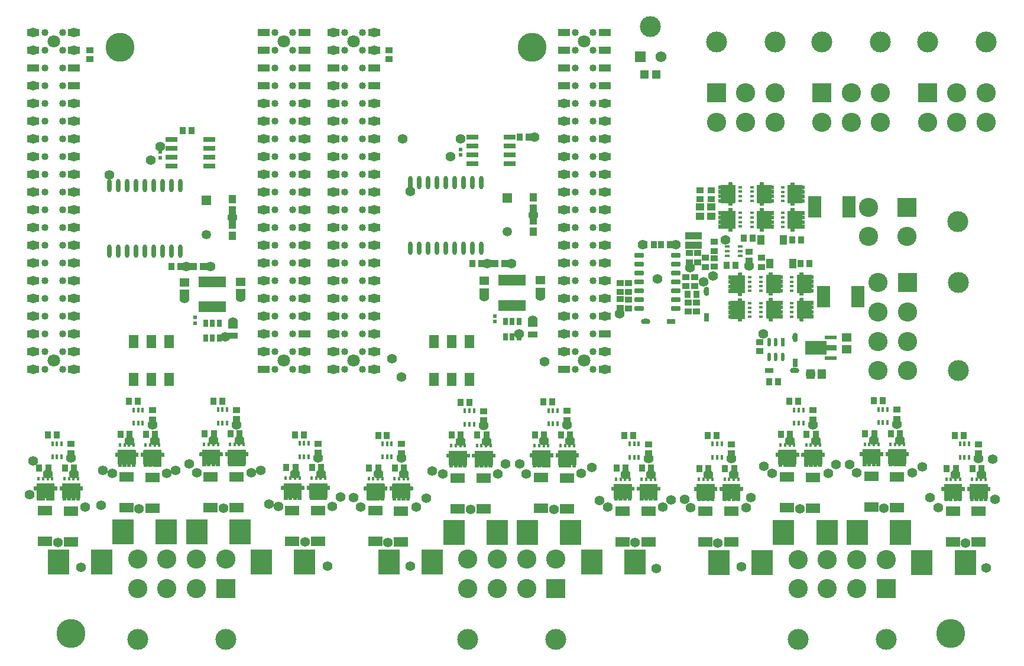
<source format=gts>
G04*
G04 #@! TF.GenerationSoftware,Altium Limited,Altium Designer,23.4.1 (23)*
G04*
G04 Layer_Color=8388736*
%FSLAX44Y44*%
%MOMM*%
G71*
G04*
G04 #@! TF.SameCoordinates,A8117526-9310-46B9-AEF7-EB217FB15511*
G04*
G04*
G04 #@! TF.FilePolarity,Negative*
G04*
G01*
G75*
%ADD20C,1.7397*%
%ADD21R,1.7300X0.5800*%
%ADD22R,1.3046X1.4562*%
%ADD23R,1.4562X1.3046*%
G04:AMPARAMS|DCode=24|XSize=1.3082mm|YSize=0.7621mm|CornerRadius=0.3811mm|HoleSize=0mm|Usage=FLASHONLY|Rotation=0.000|XOffset=0mm|YOffset=0mm|HoleType=Round|Shape=RoundedRectangle|*
%AMROUNDEDRECTD24*
21,1,1.3082,0.0000,0,0,0.0*
21,1,0.5461,0.7621,0,0,0.0*
1,1,0.7621,0.2730,0.0000*
1,1,0.7621,-0.2730,0.0000*
1,1,0.7621,-0.2730,0.0000*
1,1,0.7621,0.2730,0.0000*
%
%ADD24ROUNDEDRECTD24*%
%ADD25R,1.3082X0.7621*%
G04:AMPARAMS|DCode=26|XSize=1.2052mm|YSize=0.5298mm|CornerRadius=0.2649mm|HoleSize=0mm|Usage=FLASHONLY|Rotation=270.000|XOffset=0mm|YOffset=0mm|HoleType=Round|Shape=RoundedRectangle|*
%AMROUNDEDRECTD26*
21,1,1.2052,0.0000,0,0,270.0*
21,1,0.6754,0.5298,0,0,270.0*
1,1,0.5298,0.0000,-0.3377*
1,1,0.5298,0.0000,0.3377*
1,1,0.5298,0.0000,0.3377*
1,1,0.5298,0.0000,-0.3377*
%
%ADD26ROUNDEDRECTD26*%
%ADD27R,0.5298X1.2052*%
%ADD28R,0.5200X0.5200*%
G04:AMPARAMS|DCode=30|XSize=1.3082mm|YSize=0.7621mm|CornerRadius=0.3811mm|HoleSize=0mm|Usage=FLASHONLY|Rotation=90.000|XOffset=0mm|YOffset=0mm|HoleType=Round|Shape=RoundedRectangle|*
%AMROUNDEDRECTD30*
21,1,1.3082,0.0000,0,0,90.0*
21,1,0.5461,0.7621,0,0,90.0*
1,1,0.7621,0.0000,0.2730*
1,1,0.7621,0.0000,-0.2730*
1,1,0.7621,0.0000,-0.2730*
1,1,0.7621,0.0000,0.2730*
%
%ADD30ROUNDEDRECTD30*%
%ADD31R,0.7621X1.3082*%
%ADD32R,3.1000X3.5700*%
G04:AMPARAMS|DCode=33|XSize=1.9mm|YSize=0.6mm|CornerRadius=0.3mm|HoleSize=0mm|Usage=FLASHONLY|Rotation=270.000|XOffset=0mm|YOffset=0mm|HoleType=Round|Shape=RoundedRectangle|*
%AMROUNDEDRECTD33*
21,1,1.9000,0.0000,0,0,270.0*
21,1,1.3000,0.6000,0,0,270.0*
1,1,0.6000,0.0000,-0.6500*
1,1,0.6000,0.0000,0.6500*
1,1,0.6000,0.0000,0.6500*
1,1,0.6000,0.0000,-0.6500*
%
%ADD33ROUNDEDRECTD33*%
%ADD34R,1.4562X1.2546*%
%ADD35R,1.3500X0.9500*%
%ADD36R,4.0000X1.5000*%
%ADD37R,0.7000X1.0000*%
%ADD39R,1.2084X1.0121*%
%ADD41R,0.5000X0.3500*%
%ADD42R,1.9600X3.1500*%
%ADD45R,0.8000X0.4000*%
%ADD46R,0.3500X0.5000*%
%ADD47R,0.4000X0.8000*%
%ADD48R,1.7800X1.0200*%
%ADD49R,1.0121X1.2084*%
%ADD51R,1.0000X0.8500*%
G04:AMPARAMS|DCode=52|XSize=0.7mm|YSize=1.4mm|CornerRadius=0.1245mm|HoleSize=0mm|Usage=FLASHONLY|Rotation=90.000|XOffset=0mm|YOffset=0mm|HoleType=Round|Shape=RoundedRectangle|*
%AMROUNDEDRECTD52*
21,1,0.7000,1.1510,0,0,90.0*
21,1,0.4510,1.4000,0,0,90.0*
1,1,0.2490,0.5755,0.2255*
1,1,0.2490,0.5755,-0.2255*
1,1,0.2490,-0.5755,-0.2255*
1,1,0.2490,-0.5755,0.2255*
%
%ADD52ROUNDEDRECTD52*%
%ADD53R,1.0000X0.9000*%
%ADD54R,0.9000X1.0000*%
%ADD55R,1.7000X0.7500*%
%ADD56R,1.4200X1.8300*%
%ADD57R,0.8500X1.0000*%
%ADD58R,1.0600X1.3700*%
%ADD59R,1.2000X1.0500*%
%ADD60R,2.1000X1.4000*%
%ADD61R,1.3000X1.2000*%
%ADD62R,1.5700X1.5700*%
%ADD63C,1.5700*%
%ADD64C,3.0000*%
%ADD65R,2.7500X2.7500*%
%ADD66C,2.7500*%
%ADD67C,2.7534*%
%ADD68R,2.7534X2.7534*%
%ADD69C,2.9972*%
%ADD70R,2.7500X2.7500*%
%ADD71C,1.0200*%
%ADD72C,1.8000*%
%ADD73R,1.3500X1.3500*%
%ADD74C,1.3500*%
%ADD75C,1.4200*%
%ADD76C,4.1500*%
G36*
X1071568Y726793D02*
X1071682Y726766D01*
X1071792Y726720D01*
X1071892Y726659D01*
X1071982Y726582D01*
X1072059Y726492D01*
X1072120Y726392D01*
X1072165Y726283D01*
X1072193Y726168D01*
X1072202Y726050D01*
Y723002D01*
X1082800D01*
X1082918Y722993D01*
X1083033Y722965D01*
X1083141Y722920D01*
X1083242Y722859D01*
X1083332Y722782D01*
X1083409Y722692D01*
X1083470Y722591D01*
X1083507Y722502D01*
X1085800D01*
X1085918Y722493D01*
X1086032Y722466D01*
X1086142Y722420D01*
X1086242Y722359D01*
X1086332Y722282D01*
X1086409Y722192D01*
X1086470Y722092D01*
X1086516Y721982D01*
X1086543Y721868D01*
X1086552Y721750D01*
Y717750D01*
X1086543Y717632D01*
X1086516Y717517D01*
X1086470Y717408D01*
X1086409Y717308D01*
X1086332Y717218D01*
X1086242Y717141D01*
X1086142Y717080D01*
X1086032Y717035D01*
X1085918Y717007D01*
X1085800Y716998D01*
X1083552D01*
Y716002D01*
X1085800D01*
X1085918Y715993D01*
X1086032Y715965D01*
X1086142Y715920D01*
X1086242Y715859D01*
X1086332Y715782D01*
X1086409Y715692D01*
X1086470Y715592D01*
X1086516Y715482D01*
X1086543Y715368D01*
X1086552Y715250D01*
Y711250D01*
X1086543Y711132D01*
X1086516Y711018D01*
X1086470Y710909D01*
X1086409Y710808D01*
X1086332Y710718D01*
X1086242Y710641D01*
X1086142Y710580D01*
X1086032Y710535D01*
X1085918Y710507D01*
X1085800Y710498D01*
X1083552D01*
Y709502D01*
X1085800D01*
X1085918Y709493D01*
X1086032Y709465D01*
X1086142Y709420D01*
X1086242Y709359D01*
X1086332Y709282D01*
X1086409Y709192D01*
X1086470Y709091D01*
X1086516Y708982D01*
X1086543Y708868D01*
X1086552Y708750D01*
Y704750D01*
X1086543Y704632D01*
X1086516Y704518D01*
X1086470Y704408D01*
X1086409Y704308D01*
X1086332Y704218D01*
X1086242Y704141D01*
X1086142Y704080D01*
X1086032Y704035D01*
X1085918Y704007D01*
X1085800Y703998D01*
X1083552D01*
Y703002D01*
X1085800D01*
X1085918Y702993D01*
X1086032Y702965D01*
X1086142Y702920D01*
X1086242Y702859D01*
X1086332Y702782D01*
X1086409Y702692D01*
X1086470Y702592D01*
X1086516Y702483D01*
X1086543Y702368D01*
X1086552Y702250D01*
Y698250D01*
X1086543Y698132D01*
X1086516Y698018D01*
X1086470Y697908D01*
X1086409Y697808D01*
X1086332Y697718D01*
X1086242Y697641D01*
X1086142Y697580D01*
X1086032Y697534D01*
X1085918Y697507D01*
X1085800Y697498D01*
X1083507D01*
X1083470Y697409D01*
X1083409Y697308D01*
X1083332Y697218D01*
X1083242Y697141D01*
X1083141Y697080D01*
X1083033Y697035D01*
X1082918Y697007D01*
X1082800Y696998D01*
X1072202D01*
Y693950D01*
X1072193Y693832D01*
X1072165Y693717D01*
X1072120Y693608D01*
X1072059Y693508D01*
X1071982Y693418D01*
X1071892Y693341D01*
X1071792Y693280D01*
X1071682Y693234D01*
X1071568Y693207D01*
X1071450Y693198D01*
X1067150D01*
X1067032Y693207D01*
X1066917Y693234D01*
X1066808Y693280D01*
X1066708Y693341D01*
X1066618Y693418D01*
X1066541Y693508D01*
X1066480Y693608D01*
X1066434Y693717D01*
X1066407Y693832D01*
X1066398Y693950D01*
Y696998D01*
X1063000D01*
X1062882Y697007D01*
X1062767Y697035D01*
X1062658Y697080D01*
X1062558Y697141D01*
X1062468Y697218D01*
X1062391Y697308D01*
X1062330Y697409D01*
X1062284Y697517D01*
X1062257Y697632D01*
X1062248Y697750D01*
Y722250D01*
X1062257Y722368D01*
X1062284Y722483D01*
X1062330Y722591D01*
X1062391Y722692D01*
X1062468Y722782D01*
X1062558Y722859D01*
X1062658Y722920D01*
X1062767Y722965D01*
X1062882Y722993D01*
X1063000Y723002D01*
X1066398D01*
Y726050D01*
X1066407Y726168D01*
X1066434Y726283D01*
X1066480Y726392D01*
X1066541Y726492D01*
X1066618Y726582D01*
X1066708Y726659D01*
X1066808Y726720D01*
X1066917Y726766D01*
X1067032Y726793D01*
X1067150Y726802D01*
X1071450D01*
X1071568Y726793D01*
D02*
G37*
G36*
X1026568D02*
X1026683Y726766D01*
X1026792Y726720D01*
X1026892Y726659D01*
X1026982Y726582D01*
X1027059Y726492D01*
X1027120Y726392D01*
X1027166Y726283D01*
X1027193Y726168D01*
X1027202Y726050D01*
Y723002D01*
X1030600D01*
X1030718Y722993D01*
X1030832Y722965D01*
X1030941Y722920D01*
X1031042Y722859D01*
X1031132Y722782D01*
X1031209Y722692D01*
X1031270Y722591D01*
X1031315Y722483D01*
X1031343Y722368D01*
X1031352Y722250D01*
Y697750D01*
X1031343Y697632D01*
X1031315Y697517D01*
X1031270Y697409D01*
X1031209Y697308D01*
X1031132Y697218D01*
X1031042Y697141D01*
X1030941Y697080D01*
X1030832Y697035D01*
X1030718Y697007D01*
X1030600Y696998D01*
X1027202D01*
Y693950D01*
X1027193Y693832D01*
X1027166Y693717D01*
X1027120Y693608D01*
X1027059Y693508D01*
X1026982Y693418D01*
X1026892Y693341D01*
X1026792Y693280D01*
X1026683Y693234D01*
X1026568Y693207D01*
X1026450Y693198D01*
X1022150D01*
X1022032Y693207D01*
X1021917Y693234D01*
X1021808Y693280D01*
X1021708Y693341D01*
X1021618Y693418D01*
X1021541Y693508D01*
X1021480Y693608D01*
X1021434Y693717D01*
X1021407Y693832D01*
X1021398Y693950D01*
Y696998D01*
X1010800D01*
X1010682Y697007D01*
X1010567Y697035D01*
X1010458Y697080D01*
X1010358Y697141D01*
X1010268Y697218D01*
X1010191Y697308D01*
X1010130Y697409D01*
X1010093Y697498D01*
X1007800D01*
X1007682Y697507D01*
X1007568Y697534D01*
X1007458Y697580D01*
X1007358Y697641D01*
X1007268Y697718D01*
X1007191Y697808D01*
X1007130Y697908D01*
X1007085Y698018D01*
X1007057Y698132D01*
X1007048Y698250D01*
Y702250D01*
X1007057Y702368D01*
X1007085Y702483D01*
X1007130Y702592D01*
X1007191Y702692D01*
X1007268Y702782D01*
X1007358Y702859D01*
X1007458Y702920D01*
X1007568Y702965D01*
X1007682Y702993D01*
X1007800Y703002D01*
X1010048D01*
Y703998D01*
X1007800D01*
X1007682Y704007D01*
X1007568Y704035D01*
X1007458Y704080D01*
X1007358Y704141D01*
X1007268Y704218D01*
X1007191Y704308D01*
X1007130Y704408D01*
X1007085Y704518D01*
X1007057Y704632D01*
X1007048Y704750D01*
Y708750D01*
X1007057Y708868D01*
X1007085Y708982D01*
X1007130Y709091D01*
X1007191Y709192D01*
X1007268Y709282D01*
X1007358Y709359D01*
X1007458Y709420D01*
X1007568Y709465D01*
X1007682Y709493D01*
X1007800Y709502D01*
X1010048D01*
Y710498D01*
X1007800D01*
X1007682Y710507D01*
X1007568Y710535D01*
X1007458Y710580D01*
X1007358Y710641D01*
X1007268Y710718D01*
X1007191Y710808D01*
X1007130Y710909D01*
X1007085Y711018D01*
X1007057Y711132D01*
X1007048Y711250D01*
Y715250D01*
X1007057Y715368D01*
X1007085Y715482D01*
X1007130Y715592D01*
X1007191Y715692D01*
X1007268Y715782D01*
X1007358Y715859D01*
X1007458Y715920D01*
X1007568Y715965D01*
X1007682Y715993D01*
X1007800Y716002D01*
X1010048D01*
Y716998D01*
X1007800D01*
X1007682Y717007D01*
X1007568Y717035D01*
X1007458Y717080D01*
X1007358Y717141D01*
X1007268Y717218D01*
X1007191Y717308D01*
X1007130Y717408D01*
X1007085Y717517D01*
X1007057Y717632D01*
X1007048Y717750D01*
Y721750D01*
X1007057Y721868D01*
X1007085Y721982D01*
X1007130Y722092D01*
X1007191Y722192D01*
X1007268Y722282D01*
X1007358Y722359D01*
X1007458Y722420D01*
X1007568Y722466D01*
X1007682Y722493D01*
X1007800Y722502D01*
X1010093D01*
X1010130Y722591D01*
X1010191Y722692D01*
X1010268Y722782D01*
X1010358Y722859D01*
X1010458Y722920D01*
X1010567Y722965D01*
X1010682Y722993D01*
X1010800Y723002D01*
X1021398D01*
Y726050D01*
X1021407Y726168D01*
X1021434Y726283D01*
X1021480Y726392D01*
X1021541Y726492D01*
X1021618Y726582D01*
X1021708Y726659D01*
X1021808Y726720D01*
X1021917Y726766D01*
X1022032Y726793D01*
X1022150Y726802D01*
X1026450D01*
X1026568Y726793D01*
D02*
G37*
G36*
X1115518Y726668D02*
X1115632Y726640D01*
X1115742Y726595D01*
X1115842Y726534D01*
X1115932Y726457D01*
X1116009Y726367D01*
X1116070Y726266D01*
X1116115Y726158D01*
X1116143Y726043D01*
X1116152Y725925D01*
Y722877D01*
X1126750D01*
X1126868Y722868D01*
X1126982Y722840D01*
X1127092Y722795D01*
X1127192Y722734D01*
X1127282Y722657D01*
X1127359Y722567D01*
X1127420Y722467D01*
X1127457Y722377D01*
X1129750D01*
X1129868Y722368D01*
X1129983Y722340D01*
X1130091Y722295D01*
X1130192Y722234D01*
X1130282Y722157D01*
X1130359Y722067D01*
X1130420Y721966D01*
X1130465Y721858D01*
X1130493Y721743D01*
X1130502Y721625D01*
Y717625D01*
X1130493Y717507D01*
X1130465Y717393D01*
X1130420Y717283D01*
X1130359Y717183D01*
X1130282Y717093D01*
X1130192Y717016D01*
X1130091Y716955D01*
X1129983Y716909D01*
X1129868Y716882D01*
X1129750Y716873D01*
X1127502D01*
Y715877D01*
X1129750D01*
X1129868Y715868D01*
X1129983Y715841D01*
X1130091Y715795D01*
X1130192Y715734D01*
X1130282Y715657D01*
X1130359Y715567D01*
X1130420Y715467D01*
X1130465Y715358D01*
X1130493Y715243D01*
X1130502Y715125D01*
Y711125D01*
X1130493Y711007D01*
X1130465Y710892D01*
X1130420Y710783D01*
X1130359Y710683D01*
X1130282Y710593D01*
X1130192Y710516D01*
X1130091Y710455D01*
X1129983Y710409D01*
X1129868Y710382D01*
X1129750Y710373D01*
X1127502D01*
Y709377D01*
X1129750D01*
X1129868Y709368D01*
X1129983Y709341D01*
X1130091Y709295D01*
X1130192Y709234D01*
X1130282Y709157D01*
X1130359Y709067D01*
X1130420Y708967D01*
X1130465Y708857D01*
X1130493Y708743D01*
X1130502Y708625D01*
Y704625D01*
X1130493Y704507D01*
X1130465Y704392D01*
X1130420Y704283D01*
X1130359Y704183D01*
X1130282Y704093D01*
X1130192Y704016D01*
X1130091Y703955D01*
X1129983Y703910D01*
X1129868Y703882D01*
X1129750Y703873D01*
X1127502D01*
Y702877D01*
X1129750D01*
X1129868Y702868D01*
X1129983Y702840D01*
X1130091Y702795D01*
X1130192Y702734D01*
X1130282Y702657D01*
X1130359Y702567D01*
X1130420Y702467D01*
X1130465Y702357D01*
X1130493Y702243D01*
X1130502Y702125D01*
Y698125D01*
X1130493Y698007D01*
X1130465Y697893D01*
X1130420Y697783D01*
X1130359Y697683D01*
X1130282Y697593D01*
X1130192Y697516D01*
X1130091Y697455D01*
X1129983Y697410D01*
X1129868Y697382D01*
X1129750Y697373D01*
X1127457D01*
X1127420Y697283D01*
X1127359Y697183D01*
X1127282Y697093D01*
X1127192Y697016D01*
X1127092Y696955D01*
X1126982Y696909D01*
X1126868Y696882D01*
X1126750Y696873D01*
X1116152D01*
Y693825D01*
X1116143Y693707D01*
X1116115Y693593D01*
X1116070Y693483D01*
X1116009Y693383D01*
X1115932Y693293D01*
X1115842Y693216D01*
X1115742Y693155D01*
X1115632Y693110D01*
X1115518Y693082D01*
X1115400Y693073D01*
X1111100D01*
X1110982Y693082D01*
X1110867Y693110D01*
X1110758Y693155D01*
X1110658Y693216D01*
X1110568Y693293D01*
X1110491Y693383D01*
X1110430Y693483D01*
X1110385Y693593D01*
X1110357Y693707D01*
X1110348Y693825D01*
Y696873D01*
X1106950D01*
X1106832Y696882D01*
X1106718Y696909D01*
X1106609Y696955D01*
X1106508Y697016D01*
X1106418Y697093D01*
X1106341Y697183D01*
X1106280Y697283D01*
X1106235Y697393D01*
X1106207Y697507D01*
X1106198Y697625D01*
Y722125D01*
X1106207Y722243D01*
X1106235Y722357D01*
X1106280Y722467D01*
X1106341Y722567D01*
X1106418Y722657D01*
X1106508Y722734D01*
X1106609Y722795D01*
X1106718Y722840D01*
X1106832Y722868D01*
X1106950Y722877D01*
X1110348D01*
Y725925D01*
X1110357Y726043D01*
X1110385Y726158D01*
X1110430Y726266D01*
X1110491Y726367D01*
X1110568Y726457D01*
X1110658Y726534D01*
X1110758Y726595D01*
X1110867Y726640D01*
X1110982Y726668D01*
X1111100Y726677D01*
X1115400D01*
X1115518Y726668D01*
D02*
G37*
G36*
X1026568Y689918D02*
X1026683Y689891D01*
X1026792Y689845D01*
X1026892Y689784D01*
X1026982Y689707D01*
X1027059Y689617D01*
X1027120Y689517D01*
X1027166Y689408D01*
X1027193Y689293D01*
X1027202Y689175D01*
Y686127D01*
X1030600D01*
X1030718Y686118D01*
X1030832Y686090D01*
X1030941Y686045D01*
X1031042Y685984D01*
X1031132Y685907D01*
X1031209Y685817D01*
X1031270Y685717D01*
X1031315Y685608D01*
X1031343Y685493D01*
X1031352Y685375D01*
Y660875D01*
X1031343Y660757D01*
X1031315Y660642D01*
X1031270Y660534D01*
X1031209Y660433D01*
X1031132Y660343D01*
X1031042Y660266D01*
X1030941Y660205D01*
X1030832Y660160D01*
X1030718Y660132D01*
X1030600Y660123D01*
X1027202D01*
Y657075D01*
X1027193Y656957D01*
X1027166Y656842D01*
X1027120Y656733D01*
X1027059Y656633D01*
X1026982Y656543D01*
X1026892Y656466D01*
X1026792Y656405D01*
X1026683Y656359D01*
X1026568Y656332D01*
X1026450Y656323D01*
X1022150D01*
X1022032Y656332D01*
X1021917Y656359D01*
X1021808Y656405D01*
X1021708Y656466D01*
X1021618Y656543D01*
X1021541Y656633D01*
X1021480Y656733D01*
X1021434Y656842D01*
X1021407Y656957D01*
X1021398Y657075D01*
Y660123D01*
X1010800D01*
X1010682Y660132D01*
X1010567Y660160D01*
X1010458Y660205D01*
X1010358Y660266D01*
X1010268Y660343D01*
X1010191Y660433D01*
X1010130Y660534D01*
X1010093Y660623D01*
X1007800D01*
X1007682Y660632D01*
X1007568Y660659D01*
X1007458Y660705D01*
X1007358Y660766D01*
X1007268Y660843D01*
X1007191Y660933D01*
X1007130Y661033D01*
X1007085Y661143D01*
X1007057Y661257D01*
X1007048Y661375D01*
Y665375D01*
X1007057Y665493D01*
X1007085Y665608D01*
X1007130Y665717D01*
X1007191Y665817D01*
X1007268Y665907D01*
X1007358Y665984D01*
X1007458Y666045D01*
X1007568Y666090D01*
X1007682Y666118D01*
X1007800Y666127D01*
X1010048D01*
Y667123D01*
X1007800D01*
X1007682Y667132D01*
X1007568Y667160D01*
X1007458Y667205D01*
X1007358Y667266D01*
X1007268Y667343D01*
X1007191Y667433D01*
X1007130Y667533D01*
X1007085Y667643D01*
X1007057Y667757D01*
X1007048Y667875D01*
Y671875D01*
X1007057Y671993D01*
X1007085Y672107D01*
X1007130Y672217D01*
X1007191Y672317D01*
X1007268Y672407D01*
X1007358Y672484D01*
X1007458Y672545D01*
X1007568Y672590D01*
X1007682Y672618D01*
X1007800Y672627D01*
X1010048D01*
Y673623D01*
X1007800D01*
X1007682Y673632D01*
X1007568Y673660D01*
X1007458Y673705D01*
X1007358Y673766D01*
X1007268Y673843D01*
X1007191Y673933D01*
X1007130Y674034D01*
X1007085Y674143D01*
X1007057Y674257D01*
X1007048Y674375D01*
Y678375D01*
X1007057Y678493D01*
X1007085Y678607D01*
X1007130Y678717D01*
X1007191Y678817D01*
X1007268Y678907D01*
X1007358Y678984D01*
X1007458Y679045D01*
X1007568Y679090D01*
X1007682Y679118D01*
X1007800Y679127D01*
X1010048D01*
Y680123D01*
X1007800D01*
X1007682Y680132D01*
X1007568Y680160D01*
X1007458Y680205D01*
X1007358Y680266D01*
X1007268Y680343D01*
X1007191Y680433D01*
X1007130Y680534D01*
X1007085Y680642D01*
X1007057Y680757D01*
X1007048Y680875D01*
Y684875D01*
X1007057Y684993D01*
X1007085Y685107D01*
X1007130Y685217D01*
X1007191Y685317D01*
X1007268Y685407D01*
X1007358Y685484D01*
X1007458Y685545D01*
X1007568Y685591D01*
X1007682Y685618D01*
X1007800Y685627D01*
X1010093D01*
X1010130Y685717D01*
X1010191Y685817D01*
X1010268Y685907D01*
X1010358Y685984D01*
X1010458Y686045D01*
X1010567Y686090D01*
X1010682Y686118D01*
X1010800Y686127D01*
X1021398D01*
Y689175D01*
X1021407Y689293D01*
X1021434Y689408D01*
X1021480Y689517D01*
X1021541Y689617D01*
X1021618Y689707D01*
X1021708Y689784D01*
X1021808Y689845D01*
X1021917Y689891D01*
X1022032Y689918D01*
X1022150Y689927D01*
X1026450D01*
X1026568Y689918D01*
D02*
G37*
G36*
X1071568Y689793D02*
X1071682Y689765D01*
X1071792Y689720D01*
X1071892Y689659D01*
X1071982Y689582D01*
X1072059Y689492D01*
X1072120Y689392D01*
X1072165Y689283D01*
X1072193Y689168D01*
X1072202Y689050D01*
Y686002D01*
X1082800D01*
X1082918Y685993D01*
X1083033Y685965D01*
X1083141Y685920D01*
X1083242Y685859D01*
X1083332Y685782D01*
X1083409Y685692D01*
X1083470Y685592D01*
X1083507Y685502D01*
X1085800D01*
X1085918Y685493D01*
X1086032Y685465D01*
X1086142Y685420D01*
X1086242Y685359D01*
X1086332Y685282D01*
X1086409Y685192D01*
X1086470Y685092D01*
X1086516Y684983D01*
X1086543Y684868D01*
X1086552Y684750D01*
Y680750D01*
X1086543Y680632D01*
X1086516Y680518D01*
X1086470Y680408D01*
X1086409Y680308D01*
X1086332Y680218D01*
X1086242Y680141D01*
X1086142Y680080D01*
X1086032Y680034D01*
X1085918Y680007D01*
X1085800Y679998D01*
X1083552D01*
Y679002D01*
X1085800D01*
X1085918Y678993D01*
X1086032Y678966D01*
X1086142Y678920D01*
X1086242Y678859D01*
X1086332Y678782D01*
X1086409Y678692D01*
X1086470Y678592D01*
X1086516Y678483D01*
X1086543Y678368D01*
X1086552Y678250D01*
Y674250D01*
X1086543Y674132D01*
X1086516Y674017D01*
X1086470Y673908D01*
X1086409Y673808D01*
X1086332Y673718D01*
X1086242Y673641D01*
X1086142Y673580D01*
X1086032Y673534D01*
X1085918Y673507D01*
X1085800Y673498D01*
X1083552D01*
Y672502D01*
X1085800D01*
X1085918Y672493D01*
X1086032Y672466D01*
X1086142Y672420D01*
X1086242Y672359D01*
X1086332Y672282D01*
X1086409Y672192D01*
X1086470Y672092D01*
X1086516Y671982D01*
X1086543Y671868D01*
X1086552Y671750D01*
Y667750D01*
X1086543Y667632D01*
X1086516Y667517D01*
X1086470Y667409D01*
X1086409Y667308D01*
X1086332Y667218D01*
X1086242Y667141D01*
X1086142Y667080D01*
X1086032Y667035D01*
X1085918Y667007D01*
X1085800Y666998D01*
X1083552D01*
Y666002D01*
X1085800D01*
X1085918Y665993D01*
X1086032Y665965D01*
X1086142Y665920D01*
X1086242Y665859D01*
X1086332Y665782D01*
X1086409Y665692D01*
X1086470Y665592D01*
X1086516Y665482D01*
X1086543Y665368D01*
X1086552Y665250D01*
Y661250D01*
X1086543Y661132D01*
X1086516Y661018D01*
X1086470Y660909D01*
X1086409Y660808D01*
X1086332Y660718D01*
X1086242Y660641D01*
X1086142Y660580D01*
X1086032Y660535D01*
X1085918Y660507D01*
X1085800Y660498D01*
X1083507D01*
X1083470Y660408D01*
X1083409Y660308D01*
X1083332Y660218D01*
X1083242Y660141D01*
X1083141Y660080D01*
X1083033Y660034D01*
X1082918Y660007D01*
X1082800Y659998D01*
X1072202D01*
Y656950D01*
X1072193Y656832D01*
X1072165Y656718D01*
X1072120Y656609D01*
X1072059Y656508D01*
X1071982Y656418D01*
X1071892Y656341D01*
X1071792Y656280D01*
X1071682Y656235D01*
X1071568Y656207D01*
X1071450Y656198D01*
X1067150D01*
X1067032Y656207D01*
X1066917Y656235D01*
X1066808Y656280D01*
X1066708Y656341D01*
X1066618Y656418D01*
X1066541Y656508D01*
X1066480Y656609D01*
X1066434Y656718D01*
X1066407Y656832D01*
X1066398Y656950D01*
Y659998D01*
X1063000D01*
X1062882Y660007D01*
X1062767Y660034D01*
X1062658Y660080D01*
X1062558Y660141D01*
X1062468Y660218D01*
X1062391Y660308D01*
X1062330Y660408D01*
X1062284Y660518D01*
X1062257Y660632D01*
X1062248Y660750D01*
Y685250D01*
X1062257Y685368D01*
X1062284Y685482D01*
X1062330Y685592D01*
X1062391Y685692D01*
X1062468Y685782D01*
X1062558Y685859D01*
X1062658Y685920D01*
X1062767Y685965D01*
X1062882Y685993D01*
X1063000Y686002D01*
X1066398D01*
Y689050D01*
X1066407Y689168D01*
X1066434Y689283D01*
X1066480Y689392D01*
X1066541Y689492D01*
X1066618Y689582D01*
X1066708Y689659D01*
X1066808Y689720D01*
X1066917Y689765D01*
X1067032Y689793D01*
X1067150Y689802D01*
X1071450D01*
X1071568Y689793D01*
D02*
G37*
G36*
X1115518Y689793D02*
X1115632Y689765D01*
X1115742Y689720D01*
X1115842Y689659D01*
X1115932Y689582D01*
X1116009Y689492D01*
X1116070Y689392D01*
X1116115Y689283D01*
X1116143Y689168D01*
X1116152Y689050D01*
Y686002D01*
X1126750D01*
X1126868Y685993D01*
X1126982Y685965D01*
X1127092Y685920D01*
X1127192Y685859D01*
X1127282Y685782D01*
X1127359Y685692D01*
X1127420Y685592D01*
X1127457Y685502D01*
X1129750D01*
X1129868Y685493D01*
X1129983Y685465D01*
X1130091Y685420D01*
X1130192Y685359D01*
X1130282Y685282D01*
X1130359Y685192D01*
X1130420Y685091D01*
X1130465Y684983D01*
X1130493Y684868D01*
X1130502Y684750D01*
Y680750D01*
X1130493Y680632D01*
X1130465Y680518D01*
X1130420Y680408D01*
X1130359Y680308D01*
X1130282Y680218D01*
X1130192Y680141D01*
X1130091Y680080D01*
X1129983Y680034D01*
X1129868Y680007D01*
X1129750Y679998D01*
X1127502D01*
Y679002D01*
X1129750D01*
X1129868Y678993D01*
X1129983Y678966D01*
X1130091Y678920D01*
X1130192Y678859D01*
X1130282Y678782D01*
X1130359Y678692D01*
X1130420Y678592D01*
X1130465Y678483D01*
X1130493Y678368D01*
X1130502Y678250D01*
Y674250D01*
X1130493Y674132D01*
X1130465Y674017D01*
X1130420Y673908D01*
X1130359Y673808D01*
X1130282Y673718D01*
X1130192Y673641D01*
X1130091Y673580D01*
X1129983Y673534D01*
X1129868Y673507D01*
X1129750Y673498D01*
X1127502D01*
Y672502D01*
X1129750D01*
X1129868Y672493D01*
X1129983Y672466D01*
X1130091Y672420D01*
X1130192Y672359D01*
X1130282Y672282D01*
X1130359Y672192D01*
X1130420Y672092D01*
X1130465Y671982D01*
X1130493Y671868D01*
X1130502Y671750D01*
Y667750D01*
X1130493Y667632D01*
X1130465Y667517D01*
X1130420Y667408D01*
X1130359Y667308D01*
X1130282Y667218D01*
X1130192Y667141D01*
X1130091Y667080D01*
X1129983Y667035D01*
X1129868Y667007D01*
X1129750Y666998D01*
X1127502D01*
Y666002D01*
X1129750D01*
X1129868Y665993D01*
X1129983Y665965D01*
X1130091Y665920D01*
X1130192Y665859D01*
X1130282Y665782D01*
X1130359Y665692D01*
X1130420Y665592D01*
X1130465Y665482D01*
X1130493Y665368D01*
X1130502Y665250D01*
Y661250D01*
X1130493Y661132D01*
X1130465Y661018D01*
X1130420Y660909D01*
X1130359Y660808D01*
X1130282Y660718D01*
X1130192Y660641D01*
X1130091Y660580D01*
X1129983Y660535D01*
X1129868Y660507D01*
X1129750Y660498D01*
X1127457D01*
X1127420Y660408D01*
X1127359Y660308D01*
X1127282Y660218D01*
X1127192Y660141D01*
X1127092Y660080D01*
X1126982Y660034D01*
X1126868Y660007D01*
X1126750Y659998D01*
X1116152D01*
Y656950D01*
X1116143Y656832D01*
X1116115Y656718D01*
X1116070Y656608D01*
X1116009Y656508D01*
X1115932Y656418D01*
X1115842Y656341D01*
X1115742Y656280D01*
X1115632Y656235D01*
X1115518Y656207D01*
X1115400Y656198D01*
X1111100D01*
X1110982Y656207D01*
X1110867Y656235D01*
X1110758Y656280D01*
X1110658Y656341D01*
X1110568Y656418D01*
X1110491Y656508D01*
X1110430Y656608D01*
X1110385Y656718D01*
X1110357Y656832D01*
X1110348Y656950D01*
Y659998D01*
X1106950D01*
X1106832Y660007D01*
X1106718Y660034D01*
X1106609Y660080D01*
X1106508Y660141D01*
X1106418Y660218D01*
X1106341Y660308D01*
X1106280Y660408D01*
X1106235Y660518D01*
X1106207Y660632D01*
X1106198Y660750D01*
Y685250D01*
X1106207Y685368D01*
X1106235Y685482D01*
X1106280Y685592D01*
X1106341Y685692D01*
X1106418Y685782D01*
X1106508Y685859D01*
X1106609Y685920D01*
X1106718Y685965D01*
X1106832Y685993D01*
X1106950Y686002D01*
X1110348D01*
Y689050D01*
X1110357Y689168D01*
X1110385Y689283D01*
X1110430Y689392D01*
X1110491Y689492D01*
X1110568Y689582D01*
X1110658Y689659D01*
X1110758Y689720D01*
X1110867Y689765D01*
X1110982Y689793D01*
X1111100Y689802D01*
X1115400D01*
X1115518Y689793D01*
D02*
G37*
G36*
X1128518Y598043D02*
X1128633Y598016D01*
X1128742Y597970D01*
X1128842Y597909D01*
X1128932Y597832D01*
X1129009Y597742D01*
X1129070Y597641D01*
X1129116Y597533D01*
X1129143Y597418D01*
X1129152Y597300D01*
Y594252D01*
X1139750D01*
X1139868Y594243D01*
X1139983Y594215D01*
X1140091Y594170D01*
X1140192Y594109D01*
X1140282Y594032D01*
X1140359Y593942D01*
X1140420Y593842D01*
X1140457Y593752D01*
X1142750D01*
X1142868Y593743D01*
X1142982Y593715D01*
X1143092Y593670D01*
X1143192Y593609D01*
X1143282Y593532D01*
X1143359Y593442D01*
X1143420Y593341D01*
X1143465Y593232D01*
X1143493Y593118D01*
X1143502Y593000D01*
Y589000D01*
X1143493Y588882D01*
X1143465Y588768D01*
X1143420Y588658D01*
X1143359Y588558D01*
X1143282Y588468D01*
X1143192Y588391D01*
X1143092Y588330D01*
X1142982Y588284D01*
X1142868Y588257D01*
X1142750Y588248D01*
X1140502D01*
Y587252D01*
X1142750D01*
X1142868Y587243D01*
X1142982Y587215D01*
X1143092Y587170D01*
X1143192Y587109D01*
X1143282Y587032D01*
X1143359Y586942D01*
X1143420Y586842D01*
X1143465Y586732D01*
X1143493Y586618D01*
X1143502Y586500D01*
Y582500D01*
X1143493Y582382D01*
X1143465Y582267D01*
X1143420Y582158D01*
X1143359Y582058D01*
X1143282Y581968D01*
X1143192Y581891D01*
X1143092Y581830D01*
X1142982Y581785D01*
X1142868Y581757D01*
X1142750Y581748D01*
X1140502D01*
Y580752D01*
X1142750D01*
X1142868Y580743D01*
X1142982Y580715D01*
X1143092Y580670D01*
X1143192Y580609D01*
X1143282Y580532D01*
X1143359Y580442D01*
X1143420Y580341D01*
X1143465Y580232D01*
X1143493Y580118D01*
X1143502Y580000D01*
Y576000D01*
X1143493Y575882D01*
X1143465Y575768D01*
X1143420Y575658D01*
X1143359Y575558D01*
X1143282Y575468D01*
X1143192Y575391D01*
X1143092Y575330D01*
X1142982Y575285D01*
X1142868Y575257D01*
X1142750Y575248D01*
X1140502D01*
Y574252D01*
X1142750D01*
X1142868Y574243D01*
X1142982Y574216D01*
X1143092Y574170D01*
X1143192Y574109D01*
X1143282Y574032D01*
X1143359Y573942D01*
X1143420Y573842D01*
X1143465Y573732D01*
X1143493Y573618D01*
X1143502Y573500D01*
Y569500D01*
X1143493Y569382D01*
X1143465Y569268D01*
X1143420Y569158D01*
X1143359Y569058D01*
X1143282Y568968D01*
X1143192Y568891D01*
X1143092Y568830D01*
X1142982Y568784D01*
X1142868Y568757D01*
X1142750Y568748D01*
X1140457D01*
X1140420Y568658D01*
X1140359Y568558D01*
X1140282Y568468D01*
X1140192Y568391D01*
X1140091Y568330D01*
X1139983Y568284D01*
X1139868Y568257D01*
X1139750Y568248D01*
X1129152D01*
Y565200D01*
X1129143Y565082D01*
X1129116Y564967D01*
X1129070Y564858D01*
X1129009Y564758D01*
X1128932Y564668D01*
X1128842Y564591D01*
X1128742Y564530D01*
X1128633Y564484D01*
X1128518Y564457D01*
X1128400Y564448D01*
X1124100D01*
X1123982Y564457D01*
X1123867Y564484D01*
X1123758Y564530D01*
X1123658Y564591D01*
X1123568Y564668D01*
X1123491Y564758D01*
X1123430Y564858D01*
X1123384Y564967D01*
X1123357Y565082D01*
X1123348Y565200D01*
Y568248D01*
X1119950D01*
X1119832Y568257D01*
X1119717Y568284D01*
X1119609Y568330D01*
X1119508Y568391D01*
X1119418Y568468D01*
X1119341Y568558D01*
X1119280Y568658D01*
X1119234Y568768D01*
X1119207Y568882D01*
X1119198Y569000D01*
Y593500D01*
X1119207Y593618D01*
X1119234Y593732D01*
X1119280Y593842D01*
X1119341Y593942D01*
X1119418Y594032D01*
X1119508Y594109D01*
X1119609Y594170D01*
X1119717Y594215D01*
X1119832Y594243D01*
X1119950Y594252D01*
X1123348D01*
Y597300D01*
X1123357Y597418D01*
X1123384Y597533D01*
X1123430Y597641D01*
X1123491Y597742D01*
X1123568Y597832D01*
X1123658Y597909D01*
X1123758Y597970D01*
X1123867Y598016D01*
X1123982Y598043D01*
X1124100Y598052D01*
X1128400D01*
X1128518Y598043D01*
D02*
G37*
G36*
X1084518D02*
X1084632Y598016D01*
X1084742Y597970D01*
X1084842Y597909D01*
X1084932Y597832D01*
X1085009Y597742D01*
X1085070Y597641D01*
X1085116Y597533D01*
X1085143Y597418D01*
X1085152Y597300D01*
Y594252D01*
X1095750D01*
X1095868Y594243D01*
X1095983Y594215D01*
X1096092Y594170D01*
X1096192Y594109D01*
X1096282Y594032D01*
X1096359Y593942D01*
X1096420Y593842D01*
X1096457Y593752D01*
X1098750D01*
X1098868Y593743D01*
X1098982Y593715D01*
X1099092Y593670D01*
X1099192Y593609D01*
X1099282Y593532D01*
X1099359Y593442D01*
X1099420Y593341D01*
X1099465Y593232D01*
X1099493Y593118D01*
X1099502Y593000D01*
Y589000D01*
X1099493Y588882D01*
X1099465Y588768D01*
X1099420Y588658D01*
X1099359Y588558D01*
X1099282Y588468D01*
X1099192Y588391D01*
X1099092Y588330D01*
X1098982Y588284D01*
X1098868Y588257D01*
X1098750Y588248D01*
X1096502D01*
Y587252D01*
X1098750D01*
X1098868Y587243D01*
X1098982Y587215D01*
X1099092Y587170D01*
X1099192Y587109D01*
X1099282Y587032D01*
X1099359Y586942D01*
X1099420Y586842D01*
X1099465Y586732D01*
X1099493Y586618D01*
X1099502Y586500D01*
Y582500D01*
X1099493Y582382D01*
X1099465Y582267D01*
X1099420Y582158D01*
X1099359Y582058D01*
X1099282Y581968D01*
X1099192Y581891D01*
X1099092Y581830D01*
X1098982Y581785D01*
X1098868Y581757D01*
X1098750Y581748D01*
X1096502D01*
Y580752D01*
X1098750D01*
X1098868Y580743D01*
X1098982Y580715D01*
X1099092Y580670D01*
X1099192Y580609D01*
X1099282Y580532D01*
X1099359Y580442D01*
X1099420Y580341D01*
X1099465Y580232D01*
X1099493Y580118D01*
X1099502Y580000D01*
Y576000D01*
X1099493Y575882D01*
X1099465Y575768D01*
X1099420Y575658D01*
X1099359Y575558D01*
X1099282Y575468D01*
X1099192Y575391D01*
X1099092Y575330D01*
X1098982Y575285D01*
X1098868Y575257D01*
X1098750Y575248D01*
X1096502D01*
Y574252D01*
X1098750D01*
X1098868Y574243D01*
X1098982Y574216D01*
X1099092Y574170D01*
X1099192Y574109D01*
X1099282Y574032D01*
X1099359Y573942D01*
X1099420Y573842D01*
X1099465Y573732D01*
X1099493Y573618D01*
X1099502Y573500D01*
Y569500D01*
X1099493Y569382D01*
X1099465Y569268D01*
X1099420Y569158D01*
X1099359Y569058D01*
X1099282Y568968D01*
X1099192Y568891D01*
X1099092Y568830D01*
X1098982Y568784D01*
X1098868Y568757D01*
X1098750Y568748D01*
X1096457D01*
X1096420Y568658D01*
X1096359Y568558D01*
X1096282Y568468D01*
X1096192Y568391D01*
X1096092Y568330D01*
X1095983Y568284D01*
X1095868Y568257D01*
X1095750Y568248D01*
X1085152D01*
Y565200D01*
X1085143Y565082D01*
X1085116Y564967D01*
X1085070Y564858D01*
X1085009Y564758D01*
X1084932Y564668D01*
X1084842Y564591D01*
X1084742Y564530D01*
X1084632Y564484D01*
X1084518Y564457D01*
X1084400Y564448D01*
X1080100D01*
X1079982Y564457D01*
X1079867Y564484D01*
X1079758Y564530D01*
X1079658Y564591D01*
X1079568Y564668D01*
X1079491Y564758D01*
X1079430Y564858D01*
X1079385Y564967D01*
X1079357Y565082D01*
X1079348Y565200D01*
Y568248D01*
X1075950D01*
X1075832Y568257D01*
X1075717Y568284D01*
X1075609Y568330D01*
X1075508Y568391D01*
X1075418Y568468D01*
X1075341Y568558D01*
X1075280Y568658D01*
X1075235Y568768D01*
X1075207Y568882D01*
X1075198Y569000D01*
Y593500D01*
X1075207Y593618D01*
X1075235Y593732D01*
X1075280Y593842D01*
X1075341Y593942D01*
X1075418Y594032D01*
X1075508Y594109D01*
X1075609Y594170D01*
X1075717Y594215D01*
X1075832Y594243D01*
X1075950Y594252D01*
X1079348D01*
Y597300D01*
X1079357Y597418D01*
X1079385Y597533D01*
X1079430Y597641D01*
X1079491Y597742D01*
X1079568Y597832D01*
X1079658Y597909D01*
X1079758Y597970D01*
X1079867Y598016D01*
X1079982Y598043D01*
X1080100Y598052D01*
X1084400D01*
X1084518Y598043D01*
D02*
G37*
G36*
X1040518Y597543D02*
X1040632Y597515D01*
X1040742Y597470D01*
X1040842Y597409D01*
X1040932Y597332D01*
X1041009Y597242D01*
X1041070Y597141D01*
X1041115Y597032D01*
X1041143Y596918D01*
X1041152Y596800D01*
Y593752D01*
X1044550D01*
X1044668Y593743D01*
X1044782Y593715D01*
X1044892Y593670D01*
X1044992Y593609D01*
X1045082Y593532D01*
X1045159Y593442D01*
X1045220Y593341D01*
X1045266Y593232D01*
X1045293Y593118D01*
X1045302Y593000D01*
Y568500D01*
X1045293Y568382D01*
X1045266Y568268D01*
X1045220Y568158D01*
X1045159Y568058D01*
X1045082Y567968D01*
X1044992Y567891D01*
X1044892Y567830D01*
X1044782Y567785D01*
X1044668Y567757D01*
X1044550Y567748D01*
X1041152D01*
Y564700D01*
X1041143Y564582D01*
X1041115Y564468D01*
X1041070Y564358D01*
X1041009Y564258D01*
X1040932Y564168D01*
X1040842Y564091D01*
X1040742Y564030D01*
X1040632Y563984D01*
X1040518Y563957D01*
X1040400Y563948D01*
X1036100D01*
X1035982Y563957D01*
X1035867Y563984D01*
X1035759Y564030D01*
X1035658Y564091D01*
X1035568Y564168D01*
X1035491Y564258D01*
X1035430Y564358D01*
X1035385Y564468D01*
X1035357Y564582D01*
X1035348Y564700D01*
Y567748D01*
X1024750D01*
X1024632Y567757D01*
X1024518Y567785D01*
X1024408Y567830D01*
X1024308Y567891D01*
X1024218Y567968D01*
X1024141Y568058D01*
X1024080Y568158D01*
X1024043Y568248D01*
X1021750D01*
X1021632Y568257D01*
X1021517Y568284D01*
X1021408Y568330D01*
X1021308Y568391D01*
X1021218Y568468D01*
X1021141Y568558D01*
X1021080Y568658D01*
X1021034Y568768D01*
X1021007Y568882D01*
X1020998Y569000D01*
Y573000D01*
X1021007Y573118D01*
X1021034Y573232D01*
X1021080Y573341D01*
X1021141Y573442D01*
X1021218Y573532D01*
X1021308Y573609D01*
X1021408Y573670D01*
X1021517Y573715D01*
X1021632Y573743D01*
X1021750Y573752D01*
X1023998D01*
Y574748D01*
X1021750D01*
X1021632Y574757D01*
X1021517Y574784D01*
X1021408Y574830D01*
X1021308Y574891D01*
X1021218Y574968D01*
X1021141Y575058D01*
X1021080Y575158D01*
X1021034Y575267D01*
X1021007Y575382D01*
X1020998Y575500D01*
Y579500D01*
X1021007Y579618D01*
X1021034Y579732D01*
X1021080Y579841D01*
X1021141Y579942D01*
X1021218Y580032D01*
X1021308Y580109D01*
X1021408Y580170D01*
X1021517Y580215D01*
X1021632Y580243D01*
X1021750Y580252D01*
X1023998D01*
Y581248D01*
X1021750D01*
X1021632Y581257D01*
X1021517Y581284D01*
X1021408Y581330D01*
X1021308Y581391D01*
X1021218Y581468D01*
X1021141Y581558D01*
X1021080Y581658D01*
X1021034Y581768D01*
X1021007Y581882D01*
X1020998Y582000D01*
Y586000D01*
X1021007Y586118D01*
X1021034Y586232D01*
X1021080Y586342D01*
X1021141Y586442D01*
X1021218Y586532D01*
X1021308Y586609D01*
X1021408Y586670D01*
X1021517Y586715D01*
X1021632Y586743D01*
X1021750Y586752D01*
X1023998D01*
Y587748D01*
X1021750D01*
X1021632Y587757D01*
X1021517Y587784D01*
X1021408Y587830D01*
X1021308Y587891D01*
X1021218Y587968D01*
X1021141Y588058D01*
X1021080Y588158D01*
X1021034Y588268D01*
X1021007Y588382D01*
X1020998Y588500D01*
Y592500D01*
X1021007Y592618D01*
X1021034Y592732D01*
X1021080Y592841D01*
X1021141Y592942D01*
X1021218Y593032D01*
X1021308Y593109D01*
X1021408Y593170D01*
X1021517Y593215D01*
X1021632Y593243D01*
X1021750Y593252D01*
X1024043D01*
X1024080Y593341D01*
X1024141Y593442D01*
X1024218Y593532D01*
X1024308Y593609D01*
X1024408Y593670D01*
X1024518Y593715D01*
X1024632Y593743D01*
X1024750Y593752D01*
X1035348D01*
Y596800D01*
X1035357Y596918D01*
X1035385Y597032D01*
X1035430Y597141D01*
X1035491Y597242D01*
X1035568Y597332D01*
X1035658Y597409D01*
X1035759Y597470D01*
X1035867Y597515D01*
X1035982Y597543D01*
X1036100Y597552D01*
X1040400D01*
X1040518Y597543D01*
D02*
G37*
G36*
X1128518Y561043D02*
X1128633Y561016D01*
X1128742Y560970D01*
X1128842Y560909D01*
X1128932Y560832D01*
X1129009Y560742D01*
X1129070Y560642D01*
X1129116Y560532D01*
X1129143Y560418D01*
X1129152Y560300D01*
Y557252D01*
X1139750D01*
X1139868Y557243D01*
X1139983Y557215D01*
X1140091Y557170D01*
X1140192Y557109D01*
X1140282Y557032D01*
X1140359Y556942D01*
X1140420Y556842D01*
X1140457Y556752D01*
X1142750D01*
X1142868Y556743D01*
X1142982Y556715D01*
X1143092Y556670D01*
X1143192Y556609D01*
X1143282Y556532D01*
X1143359Y556442D01*
X1143420Y556342D01*
X1143465Y556232D01*
X1143493Y556118D01*
X1143502Y556000D01*
Y552000D01*
X1143493Y551882D01*
X1143465Y551768D01*
X1143420Y551658D01*
X1143359Y551558D01*
X1143282Y551468D01*
X1143192Y551391D01*
X1143092Y551330D01*
X1142982Y551284D01*
X1142868Y551257D01*
X1142750Y551248D01*
X1140502D01*
Y550252D01*
X1142750D01*
X1142868Y550243D01*
X1142982Y550215D01*
X1143092Y550170D01*
X1143192Y550109D01*
X1143282Y550032D01*
X1143359Y549942D01*
X1143420Y549841D01*
X1143465Y549733D01*
X1143493Y549618D01*
X1143502Y549500D01*
Y545500D01*
X1143493Y545382D01*
X1143465Y545267D01*
X1143420Y545158D01*
X1143359Y545058D01*
X1143282Y544968D01*
X1143192Y544891D01*
X1143092Y544830D01*
X1142982Y544785D01*
X1142868Y544757D01*
X1142750Y544748D01*
X1140502D01*
Y543752D01*
X1142750D01*
X1142868Y543743D01*
X1142982Y543715D01*
X1143092Y543670D01*
X1143192Y543609D01*
X1143282Y543532D01*
X1143359Y543442D01*
X1143420Y543341D01*
X1143465Y543232D01*
X1143493Y543118D01*
X1143502Y543000D01*
Y539000D01*
X1143493Y538882D01*
X1143465Y538768D01*
X1143420Y538658D01*
X1143359Y538558D01*
X1143282Y538468D01*
X1143192Y538391D01*
X1143092Y538330D01*
X1142982Y538284D01*
X1142868Y538257D01*
X1142750Y538248D01*
X1140502D01*
Y537252D01*
X1142750D01*
X1142868Y537243D01*
X1142982Y537215D01*
X1143092Y537170D01*
X1143192Y537109D01*
X1143282Y537032D01*
X1143359Y536942D01*
X1143420Y536842D01*
X1143465Y536732D01*
X1143493Y536618D01*
X1143502Y536500D01*
Y532500D01*
X1143493Y532382D01*
X1143465Y532267D01*
X1143420Y532158D01*
X1143359Y532058D01*
X1143282Y531968D01*
X1143192Y531891D01*
X1143092Y531830D01*
X1142982Y531785D01*
X1142868Y531757D01*
X1142750Y531748D01*
X1140457D01*
X1140420Y531658D01*
X1140359Y531558D01*
X1140282Y531468D01*
X1140192Y531391D01*
X1140091Y531330D01*
X1139983Y531284D01*
X1139868Y531257D01*
X1139750Y531248D01*
X1129152D01*
Y528200D01*
X1129143Y528082D01*
X1129116Y527967D01*
X1129070Y527858D01*
X1129009Y527758D01*
X1128932Y527668D01*
X1128842Y527591D01*
X1128742Y527530D01*
X1128633Y527485D01*
X1128518Y527457D01*
X1128400Y527448D01*
X1124100D01*
X1123982Y527457D01*
X1123867Y527485D01*
X1123758Y527530D01*
X1123658Y527591D01*
X1123568Y527668D01*
X1123491Y527758D01*
X1123430Y527858D01*
X1123384Y527967D01*
X1123357Y528082D01*
X1123348Y528200D01*
Y531248D01*
X1119950D01*
X1119832Y531257D01*
X1119717Y531284D01*
X1119609Y531330D01*
X1119508Y531391D01*
X1119418Y531468D01*
X1119341Y531558D01*
X1119280Y531658D01*
X1119234Y531768D01*
X1119207Y531882D01*
X1119198Y532000D01*
Y556500D01*
X1119207Y556618D01*
X1119234Y556732D01*
X1119280Y556842D01*
X1119341Y556942D01*
X1119418Y557032D01*
X1119508Y557109D01*
X1119609Y557170D01*
X1119717Y557215D01*
X1119832Y557243D01*
X1119950Y557252D01*
X1123348D01*
Y560300D01*
X1123357Y560418D01*
X1123384Y560532D01*
X1123430Y560642D01*
X1123491Y560742D01*
X1123568Y560832D01*
X1123658Y560909D01*
X1123758Y560970D01*
X1123867Y561016D01*
X1123982Y561043D01*
X1124100Y561052D01*
X1128400D01*
X1128518Y561043D01*
D02*
G37*
G36*
X1084518D02*
X1084632Y561016D01*
X1084742Y560970D01*
X1084842Y560909D01*
X1084932Y560832D01*
X1085009Y560742D01*
X1085070Y560642D01*
X1085116Y560532D01*
X1085143Y560418D01*
X1085152Y560300D01*
Y557252D01*
X1095750D01*
X1095868Y557243D01*
X1095983Y557215D01*
X1096092Y557170D01*
X1096192Y557109D01*
X1096282Y557032D01*
X1096359Y556942D01*
X1096420Y556842D01*
X1096457Y556752D01*
X1098750D01*
X1098868Y556743D01*
X1098982Y556715D01*
X1099092Y556670D01*
X1099192Y556609D01*
X1099282Y556532D01*
X1099359Y556442D01*
X1099420Y556342D01*
X1099465Y556232D01*
X1099493Y556118D01*
X1099502Y556000D01*
Y552000D01*
X1099493Y551882D01*
X1099465Y551768D01*
X1099420Y551658D01*
X1099359Y551558D01*
X1099282Y551468D01*
X1099192Y551391D01*
X1099092Y551330D01*
X1098982Y551284D01*
X1098868Y551257D01*
X1098750Y551248D01*
X1096502D01*
Y550252D01*
X1098750D01*
X1098868Y550243D01*
X1098982Y550215D01*
X1099092Y550170D01*
X1099192Y550109D01*
X1099282Y550032D01*
X1099359Y549942D01*
X1099420Y549841D01*
X1099465Y549733D01*
X1099493Y549618D01*
X1099502Y549500D01*
Y545500D01*
X1099493Y545382D01*
X1099465Y545267D01*
X1099420Y545158D01*
X1099359Y545058D01*
X1099282Y544968D01*
X1099192Y544891D01*
X1099092Y544830D01*
X1098982Y544785D01*
X1098868Y544757D01*
X1098750Y544748D01*
X1096502D01*
Y543752D01*
X1098750D01*
X1098868Y543743D01*
X1098982Y543715D01*
X1099092Y543670D01*
X1099192Y543609D01*
X1099282Y543532D01*
X1099359Y543442D01*
X1099420Y543341D01*
X1099465Y543232D01*
X1099493Y543118D01*
X1099502Y543000D01*
Y539000D01*
X1099493Y538882D01*
X1099465Y538768D01*
X1099420Y538658D01*
X1099359Y538558D01*
X1099282Y538468D01*
X1099192Y538391D01*
X1099092Y538330D01*
X1098982Y538284D01*
X1098868Y538257D01*
X1098750Y538248D01*
X1096502D01*
Y537252D01*
X1098750D01*
X1098868Y537243D01*
X1098982Y537215D01*
X1099092Y537170D01*
X1099192Y537109D01*
X1099282Y537032D01*
X1099359Y536942D01*
X1099420Y536842D01*
X1099465Y536732D01*
X1099493Y536618D01*
X1099502Y536500D01*
Y532500D01*
X1099493Y532382D01*
X1099465Y532267D01*
X1099420Y532158D01*
X1099359Y532058D01*
X1099282Y531968D01*
X1099192Y531891D01*
X1099092Y531830D01*
X1098982Y531785D01*
X1098868Y531757D01*
X1098750Y531748D01*
X1096457D01*
X1096420Y531658D01*
X1096359Y531558D01*
X1096282Y531468D01*
X1096192Y531391D01*
X1096092Y531330D01*
X1095983Y531284D01*
X1095868Y531257D01*
X1095750Y531248D01*
X1085152D01*
Y528200D01*
X1085143Y528082D01*
X1085116Y527967D01*
X1085070Y527858D01*
X1085009Y527758D01*
X1084932Y527668D01*
X1084842Y527591D01*
X1084742Y527530D01*
X1084632Y527485D01*
X1084518Y527457D01*
X1084400Y527448D01*
X1080100D01*
X1079982Y527457D01*
X1079867Y527485D01*
X1079758Y527530D01*
X1079658Y527591D01*
X1079568Y527668D01*
X1079491Y527758D01*
X1079430Y527858D01*
X1079385Y527967D01*
X1079357Y528082D01*
X1079348Y528200D01*
Y531248D01*
X1075950D01*
X1075832Y531257D01*
X1075717Y531284D01*
X1075609Y531330D01*
X1075508Y531391D01*
X1075418Y531468D01*
X1075341Y531558D01*
X1075280Y531658D01*
X1075235Y531768D01*
X1075207Y531882D01*
X1075198Y532000D01*
Y556500D01*
X1075207Y556618D01*
X1075235Y556732D01*
X1075280Y556842D01*
X1075341Y556942D01*
X1075418Y557032D01*
X1075508Y557109D01*
X1075609Y557170D01*
X1075717Y557215D01*
X1075832Y557243D01*
X1075950Y557252D01*
X1079348D01*
Y560300D01*
X1079357Y560418D01*
X1079385Y560532D01*
X1079430Y560642D01*
X1079491Y560742D01*
X1079568Y560832D01*
X1079658Y560909D01*
X1079758Y560970D01*
X1079867Y561016D01*
X1079982Y561043D01*
X1080100Y561052D01*
X1084400D01*
X1084518Y561043D01*
D02*
G37*
G36*
X1040518Y560753D02*
X1040632Y560725D01*
X1040742Y560680D01*
X1040842Y560619D01*
X1040932Y560542D01*
X1041009Y560452D01*
X1041070Y560351D01*
X1041115Y560242D01*
X1041143Y560128D01*
X1041152Y560010D01*
Y556962D01*
X1044550D01*
X1044668Y556953D01*
X1044782Y556925D01*
X1044892Y556880D01*
X1044992Y556819D01*
X1045082Y556742D01*
X1045159Y556652D01*
X1045220Y556552D01*
X1045266Y556442D01*
X1045293Y556328D01*
X1045302Y556210D01*
Y531710D01*
X1045293Y531592D01*
X1045266Y531478D01*
X1045220Y531368D01*
X1045159Y531268D01*
X1045082Y531178D01*
X1044992Y531101D01*
X1044892Y531040D01*
X1044782Y530994D01*
X1044668Y530967D01*
X1044550Y530958D01*
X1041152D01*
Y527910D01*
X1041143Y527792D01*
X1041115Y527677D01*
X1041070Y527568D01*
X1041009Y527468D01*
X1040932Y527378D01*
X1040842Y527301D01*
X1040742Y527240D01*
X1040632Y527194D01*
X1040518Y527167D01*
X1040400Y527158D01*
X1036100D01*
X1035982Y527167D01*
X1035867Y527194D01*
X1035759Y527240D01*
X1035658Y527301D01*
X1035568Y527378D01*
X1035491Y527468D01*
X1035430Y527568D01*
X1035385Y527677D01*
X1035357Y527792D01*
X1035348Y527910D01*
Y530958D01*
X1024750D01*
X1024632Y530967D01*
X1024518Y530994D01*
X1024408Y531040D01*
X1024308Y531101D01*
X1024218Y531178D01*
X1024141Y531268D01*
X1024080Y531368D01*
X1024043Y531458D01*
X1021750D01*
X1021632Y531467D01*
X1021517Y531494D01*
X1021408Y531540D01*
X1021308Y531601D01*
X1021218Y531678D01*
X1021141Y531768D01*
X1021080Y531868D01*
X1021034Y531978D01*
X1021007Y532092D01*
X1020998Y532210D01*
Y536210D01*
X1021007Y536328D01*
X1021034Y536442D01*
X1021080Y536552D01*
X1021141Y536652D01*
X1021218Y536742D01*
X1021308Y536819D01*
X1021408Y536880D01*
X1021517Y536925D01*
X1021632Y536953D01*
X1021750Y536962D01*
X1023998D01*
Y537958D01*
X1021750D01*
X1021632Y537967D01*
X1021517Y537994D01*
X1021408Y538040D01*
X1021308Y538101D01*
X1021218Y538178D01*
X1021141Y538268D01*
X1021080Y538368D01*
X1021034Y538478D01*
X1021007Y538592D01*
X1020998Y538710D01*
Y542710D01*
X1021007Y542828D01*
X1021034Y542942D01*
X1021080Y543051D01*
X1021141Y543152D01*
X1021218Y543242D01*
X1021308Y543319D01*
X1021408Y543380D01*
X1021517Y543425D01*
X1021632Y543453D01*
X1021750Y543462D01*
X1023998D01*
Y544458D01*
X1021750D01*
X1021632Y544467D01*
X1021517Y544495D01*
X1021408Y544540D01*
X1021308Y544601D01*
X1021218Y544678D01*
X1021141Y544768D01*
X1021080Y544868D01*
X1021034Y544977D01*
X1021007Y545092D01*
X1020998Y545210D01*
Y549210D01*
X1021007Y549328D01*
X1021034Y549442D01*
X1021080Y549552D01*
X1021141Y549652D01*
X1021218Y549742D01*
X1021308Y549819D01*
X1021408Y549880D01*
X1021517Y549925D01*
X1021632Y549953D01*
X1021750Y549962D01*
X1023998D01*
Y550958D01*
X1021750D01*
X1021632Y550967D01*
X1021517Y550994D01*
X1021408Y551040D01*
X1021308Y551101D01*
X1021218Y551178D01*
X1021141Y551268D01*
X1021080Y551368D01*
X1021034Y551478D01*
X1021007Y551592D01*
X1020998Y551710D01*
Y555710D01*
X1021007Y555828D01*
X1021034Y555942D01*
X1021080Y556051D01*
X1021141Y556152D01*
X1021218Y556242D01*
X1021308Y556319D01*
X1021408Y556380D01*
X1021517Y556425D01*
X1021632Y556453D01*
X1021750Y556462D01*
X1024043D01*
X1024080Y556552D01*
X1024141Y556652D01*
X1024218Y556742D01*
X1024308Y556819D01*
X1024408Y556880D01*
X1024518Y556925D01*
X1024632Y556953D01*
X1024750Y556962D01*
X1035348D01*
Y560010D01*
X1035357Y560128D01*
X1035385Y560242D01*
X1035430Y560351D01*
X1035491Y560452D01*
X1035568Y560542D01*
X1035658Y560619D01*
X1035759Y560680D01*
X1035867Y560725D01*
X1035982Y560753D01*
X1036100Y560762D01*
X1040400D01*
X1040518Y560753D01*
D02*
G37*
G36*
X1161556Y493392D02*
X1176556D01*
Y485792D01*
X1161556D01*
Y479927D01*
X1131256D01*
Y499257D01*
X1161556D01*
Y493392D01*
D02*
G37*
G36*
X1275540Y344237D02*
X1275655Y344210D01*
X1275763Y344164D01*
X1275864Y344103D01*
X1275954Y344026D01*
X1276031Y343936D01*
X1276092Y343835D01*
X1276137Y343727D01*
X1276165Y343612D01*
X1276174Y343494D01*
Y340096D01*
X1279222D01*
X1279340Y340087D01*
X1279454Y340060D01*
X1279564Y340014D01*
X1279664Y339953D01*
X1279754Y339876D01*
X1279831Y339786D01*
X1279892Y339686D01*
X1279938Y339576D01*
X1279965Y339462D01*
X1279974Y339344D01*
Y335044D01*
X1279965Y334926D01*
X1279938Y334812D01*
X1279892Y334702D01*
X1279831Y334602D01*
X1279754Y334512D01*
X1279664Y334435D01*
X1279564Y334374D01*
X1279454Y334328D01*
X1279340Y334301D01*
X1279222Y334292D01*
X1276174D01*
Y323694D01*
X1276165Y323576D01*
X1276137Y323461D01*
X1276092Y323352D01*
X1276031Y323252D01*
X1275954Y323162D01*
X1275864Y323085D01*
X1275763Y323024D01*
X1275674Y322987D01*
Y320694D01*
X1275665Y320576D01*
X1275638Y320462D01*
X1275592Y320352D01*
X1275531Y320252D01*
X1275454Y320162D01*
X1275364Y320085D01*
X1275264Y320024D01*
X1275154Y319979D01*
X1275040Y319951D01*
X1274922Y319942D01*
X1270922D01*
X1270804Y319951D01*
X1270689Y319979D01*
X1270580Y320024D01*
X1270480Y320085D01*
X1270390Y320162D01*
X1270313Y320252D01*
X1270252Y320352D01*
X1270207Y320462D01*
X1270179Y320576D01*
X1270170Y320694D01*
Y322942D01*
X1269174D01*
Y320694D01*
X1269165Y320576D01*
X1269137Y320462D01*
X1269092Y320352D01*
X1269031Y320252D01*
X1268954Y320162D01*
X1268864Y320085D01*
X1268764Y320024D01*
X1268654Y319979D01*
X1268540Y319951D01*
X1268422Y319942D01*
X1264422D01*
X1264304Y319951D01*
X1264190Y319979D01*
X1264081Y320024D01*
X1263980Y320085D01*
X1263890Y320162D01*
X1263813Y320252D01*
X1263752Y320352D01*
X1263707Y320462D01*
X1263679Y320576D01*
X1263670Y320694D01*
Y322942D01*
X1262674D01*
Y320694D01*
X1262665Y320576D01*
X1262637Y320462D01*
X1262592Y320352D01*
X1262531Y320252D01*
X1262454Y320162D01*
X1262364Y320085D01*
X1262263Y320024D01*
X1262154Y319979D01*
X1262040Y319951D01*
X1261922Y319942D01*
X1257922D01*
X1257804Y319951D01*
X1257690Y319979D01*
X1257580Y320024D01*
X1257480Y320085D01*
X1257390Y320162D01*
X1257313Y320252D01*
X1257252Y320352D01*
X1257206Y320462D01*
X1257179Y320576D01*
X1257170Y320694D01*
Y322942D01*
X1256174D01*
Y320694D01*
X1256165Y320576D01*
X1256137Y320462D01*
X1256092Y320352D01*
X1256031Y320252D01*
X1255954Y320162D01*
X1255864Y320085D01*
X1255764Y320024D01*
X1255655Y319979D01*
X1255540Y319951D01*
X1255422Y319942D01*
X1251422D01*
X1251304Y319951D01*
X1251189Y319979D01*
X1251080Y320024D01*
X1250980Y320085D01*
X1250890Y320162D01*
X1250813Y320252D01*
X1250752Y320352D01*
X1250706Y320462D01*
X1250679Y320576D01*
X1250670Y320694D01*
Y322987D01*
X1250581Y323024D01*
X1250480Y323085D01*
X1250390Y323162D01*
X1250313Y323252D01*
X1250252Y323352D01*
X1250207Y323461D01*
X1250179Y323576D01*
X1250170Y323694D01*
Y334292D01*
X1247122D01*
X1247004Y334301D01*
X1246889Y334328D01*
X1246780Y334374D01*
X1246680Y334435D01*
X1246590Y334512D01*
X1246513Y334602D01*
X1246452Y334702D01*
X1246406Y334812D01*
X1246379Y334926D01*
X1246370Y335044D01*
Y339344D01*
X1246379Y339462D01*
X1246406Y339576D01*
X1246452Y339686D01*
X1246513Y339786D01*
X1246590Y339876D01*
X1246680Y339953D01*
X1246780Y340014D01*
X1246889Y340060D01*
X1247004Y340087D01*
X1247122Y340096D01*
X1250170D01*
Y343494D01*
X1250179Y343612D01*
X1250207Y343727D01*
X1250252Y343835D01*
X1250313Y343936D01*
X1250390Y344026D01*
X1250480Y344103D01*
X1250581Y344164D01*
X1250689Y344210D01*
X1250804Y344237D01*
X1250922Y344246D01*
X1275422D01*
X1275540Y344237D01*
D02*
G37*
G36*
X1238710D02*
X1238824Y344210D01*
X1238933Y344164D01*
X1239034Y344103D01*
X1239124Y344026D01*
X1239201Y343936D01*
X1239262Y343835D01*
X1239307Y343727D01*
X1239335Y343612D01*
X1239344Y343494D01*
Y340096D01*
X1242392D01*
X1242510Y340087D01*
X1242625Y340060D01*
X1242734Y340014D01*
X1242834Y339953D01*
X1242924Y339876D01*
X1243001Y339786D01*
X1243062Y339686D01*
X1243108Y339576D01*
X1243135Y339462D01*
X1243144Y339344D01*
Y335044D01*
X1243135Y334926D01*
X1243108Y334812D01*
X1243062Y334702D01*
X1243001Y334602D01*
X1242924Y334512D01*
X1242834Y334435D01*
X1242734Y334374D01*
X1242625Y334328D01*
X1242510Y334301D01*
X1242392Y334292D01*
X1239344D01*
Y323694D01*
X1239335Y323576D01*
X1239307Y323461D01*
X1239262Y323352D01*
X1239201Y323252D01*
X1239124Y323162D01*
X1239034Y323085D01*
X1238933Y323024D01*
X1238844Y322987D01*
Y320694D01*
X1238835Y320576D01*
X1238808Y320462D01*
X1238762Y320352D01*
X1238701Y320252D01*
X1238624Y320162D01*
X1238534Y320085D01*
X1238434Y320024D01*
X1238325Y319979D01*
X1238210Y319951D01*
X1238092Y319942D01*
X1234092D01*
X1233974Y319951D01*
X1233859Y319979D01*
X1233750Y320024D01*
X1233650Y320085D01*
X1233560Y320162D01*
X1233483Y320252D01*
X1233422Y320352D01*
X1233376Y320462D01*
X1233349Y320576D01*
X1233340Y320694D01*
Y322942D01*
X1232344D01*
Y320694D01*
X1232335Y320576D01*
X1232308Y320462D01*
X1232262Y320352D01*
X1232201Y320252D01*
X1232124Y320162D01*
X1232034Y320085D01*
X1231934Y320024D01*
X1231824Y319979D01*
X1231710Y319951D01*
X1231592Y319942D01*
X1227592D01*
X1227474Y319951D01*
X1227359Y319979D01*
X1227251Y320024D01*
X1227150Y320085D01*
X1227060Y320162D01*
X1226983Y320252D01*
X1226922Y320352D01*
X1226877Y320462D01*
X1226849Y320576D01*
X1226840Y320694D01*
Y322942D01*
X1225844D01*
Y320694D01*
X1225835Y320576D01*
X1225807Y320462D01*
X1225762Y320352D01*
X1225701Y320252D01*
X1225624Y320162D01*
X1225534Y320085D01*
X1225434Y320024D01*
X1225324Y319979D01*
X1225210Y319951D01*
X1225092Y319942D01*
X1221092D01*
X1220974Y319951D01*
X1220860Y319979D01*
X1220750Y320024D01*
X1220650Y320085D01*
X1220560Y320162D01*
X1220483Y320252D01*
X1220422Y320352D01*
X1220377Y320462D01*
X1220349Y320576D01*
X1220340Y320694D01*
Y322942D01*
X1219344D01*
Y320694D01*
X1219335Y320576D01*
X1219307Y320462D01*
X1219262Y320352D01*
X1219201Y320252D01*
X1219124Y320162D01*
X1219034Y320085D01*
X1218934Y320024D01*
X1218824Y319979D01*
X1218710Y319951D01*
X1218592Y319942D01*
X1214592D01*
X1214474Y319951D01*
X1214360Y319979D01*
X1214250Y320024D01*
X1214150Y320085D01*
X1214060Y320162D01*
X1213983Y320252D01*
X1213922Y320352D01*
X1213876Y320462D01*
X1213849Y320576D01*
X1213840Y320694D01*
Y322987D01*
X1213751Y323024D01*
X1213650Y323085D01*
X1213560Y323162D01*
X1213483Y323252D01*
X1213422Y323352D01*
X1213376Y323461D01*
X1213349Y323576D01*
X1213340Y323694D01*
Y334292D01*
X1210292D01*
X1210174Y334301D01*
X1210060Y334328D01*
X1209950Y334374D01*
X1209850Y334435D01*
X1209760Y334512D01*
X1209683Y334602D01*
X1209622Y334702D01*
X1209576Y334812D01*
X1209549Y334926D01*
X1209540Y335044D01*
Y339344D01*
X1209549Y339462D01*
X1209576Y339576D01*
X1209622Y339686D01*
X1209683Y339786D01*
X1209760Y339876D01*
X1209850Y339953D01*
X1209950Y340014D01*
X1210060Y340060D01*
X1210174Y340087D01*
X1210292Y340096D01*
X1213340D01*
Y343494D01*
X1213349Y343612D01*
X1213376Y343727D01*
X1213422Y343835D01*
X1213483Y343936D01*
X1213560Y344026D01*
X1213650Y344103D01*
X1213751Y344164D01*
X1213859Y344210D01*
X1213974Y344237D01*
X1214092Y344246D01*
X1238592D01*
X1238710Y344237D01*
D02*
G37*
G36*
X329753Y344005D02*
X329868Y343978D01*
X329977Y343932D01*
X330077Y343871D01*
X330167Y343794D01*
X330244Y343704D01*
X330305Y343604D01*
X330350Y343494D01*
X330378Y343380D01*
X330387Y343262D01*
Y339864D01*
X333435D01*
X333553Y339855D01*
X333667Y339827D01*
X333777Y339782D01*
X333877Y339721D01*
X333967Y339644D01*
X334044Y339554D01*
X334105Y339454D01*
X334151Y339344D01*
X334178Y339230D01*
X334187Y339112D01*
Y334812D01*
X334178Y334694D01*
X334151Y334580D01*
X334105Y334470D01*
X334044Y334370D01*
X333967Y334280D01*
X333877Y334203D01*
X333777Y334142D01*
X333667Y334096D01*
X333553Y334069D01*
X333435Y334060D01*
X330387D01*
Y323462D01*
X330378Y323344D01*
X330350Y323229D01*
X330305Y323120D01*
X330244Y323020D01*
X330167Y322930D01*
X330077Y322853D01*
X329977Y322792D01*
X329887Y322755D01*
Y320462D01*
X329878Y320344D01*
X329851Y320229D01*
X329805Y320120D01*
X329744Y320020D01*
X329667Y319930D01*
X329577Y319853D01*
X329477Y319792D01*
X329367Y319746D01*
X329253Y319719D01*
X329135Y319710D01*
X325135D01*
X325017Y319719D01*
X324902Y319746D01*
X324793Y319792D01*
X324693Y319853D01*
X324603Y319930D01*
X324526Y320020D01*
X324465Y320120D01*
X324420Y320229D01*
X324392Y320344D01*
X324383Y320462D01*
Y322710D01*
X323387D01*
Y320462D01*
X323378Y320344D01*
X323350Y320229D01*
X323305Y320120D01*
X323244Y320020D01*
X323167Y319930D01*
X323077Y319853D01*
X322976Y319792D01*
X322868Y319746D01*
X322753Y319719D01*
X322635Y319710D01*
X318635D01*
X318517Y319719D01*
X318403Y319746D01*
X318293Y319792D01*
X318193Y319853D01*
X318103Y319930D01*
X318026Y320020D01*
X317965Y320120D01*
X317920Y320229D01*
X317892Y320344D01*
X317883Y320462D01*
Y322710D01*
X316887D01*
Y320462D01*
X316878Y320344D01*
X316850Y320229D01*
X316805Y320120D01*
X316744Y320020D01*
X316667Y319930D01*
X316577Y319853D01*
X316476Y319792D01*
X316367Y319746D01*
X316253Y319719D01*
X316135Y319710D01*
X312135D01*
X312017Y319719D01*
X311903Y319746D01*
X311793Y319792D01*
X311693Y319853D01*
X311603Y319930D01*
X311526Y320020D01*
X311465Y320120D01*
X311420Y320229D01*
X311392Y320344D01*
X311383Y320462D01*
Y322710D01*
X310387D01*
Y320462D01*
X310378Y320344D01*
X310350Y320229D01*
X310305Y320120D01*
X310244Y320020D01*
X310167Y319930D01*
X310077Y319853D01*
X309977Y319792D01*
X309867Y319746D01*
X309753Y319719D01*
X309635Y319710D01*
X305635D01*
X305517Y319719D01*
X305403Y319746D01*
X305293Y319792D01*
X305193Y319853D01*
X305103Y319930D01*
X305026Y320020D01*
X304965Y320120D01*
X304919Y320229D01*
X304892Y320344D01*
X304883Y320462D01*
Y322755D01*
X304793Y322792D01*
X304693Y322853D01*
X304603Y322930D01*
X304526Y323020D01*
X304465Y323120D01*
X304419Y323229D01*
X304392Y323344D01*
X304383Y323462D01*
Y334060D01*
X301335D01*
X301217Y334069D01*
X301103Y334096D01*
X300993Y334142D01*
X300893Y334203D01*
X300803Y334280D01*
X300726Y334370D01*
X300665Y334470D01*
X300620Y334580D01*
X300592Y334694D01*
X300583Y334812D01*
Y339112D01*
X300592Y339230D01*
X300620Y339344D01*
X300665Y339454D01*
X300726Y339554D01*
X300803Y339644D01*
X300893Y339721D01*
X300993Y339782D01*
X301103Y339827D01*
X301217Y339855D01*
X301335Y339864D01*
X304383D01*
Y343262D01*
X304392Y343380D01*
X304419Y343494D01*
X304465Y343604D01*
X304526Y343704D01*
X304603Y343794D01*
X304693Y343871D01*
X304793Y343932D01*
X304902Y343978D01*
X305017Y344005D01*
X305135Y344014D01*
X329635D01*
X329753Y344005D01*
D02*
G37*
G36*
X292923D02*
X293037Y343978D01*
X293146Y343932D01*
X293247Y343871D01*
X293337Y343794D01*
X293414Y343704D01*
X293475Y343604D01*
X293521Y343494D01*
X293548Y343380D01*
X293557Y343262D01*
Y339864D01*
X296605D01*
X296723Y339855D01*
X296838Y339827D01*
X296947Y339782D01*
X297047Y339721D01*
X297137Y339644D01*
X297214Y339554D01*
X297275Y339454D01*
X297320Y339344D01*
X297348Y339230D01*
X297357Y339112D01*
Y334812D01*
X297348Y334694D01*
X297320Y334580D01*
X297275Y334470D01*
X297214Y334370D01*
X297137Y334280D01*
X297047Y334203D01*
X296947Y334142D01*
X296838Y334096D01*
X296723Y334069D01*
X296605Y334060D01*
X293557D01*
Y323462D01*
X293548Y323344D01*
X293521Y323229D01*
X293475Y323120D01*
X293414Y323020D01*
X293337Y322930D01*
X293247Y322853D01*
X293146Y322792D01*
X293057Y322755D01*
Y320462D01*
X293048Y320344D01*
X293020Y320229D01*
X292975Y320120D01*
X292914Y320020D01*
X292837Y319930D01*
X292747Y319853D01*
X292647Y319792D01*
X292537Y319746D01*
X292423Y319719D01*
X292305Y319710D01*
X288305D01*
X288187Y319719D01*
X288072Y319746D01*
X287963Y319792D01*
X287863Y319853D01*
X287773Y319930D01*
X287696Y320020D01*
X287635Y320120D01*
X287589Y320229D01*
X287562Y320344D01*
X287553Y320462D01*
Y322710D01*
X286557D01*
Y320462D01*
X286548Y320344D01*
X286521Y320229D01*
X286475Y320120D01*
X286414Y320020D01*
X286337Y319930D01*
X286247Y319853D01*
X286147Y319792D01*
X286038Y319746D01*
X285923Y319719D01*
X285805Y319710D01*
X281805D01*
X281687Y319719D01*
X281572Y319746D01*
X281463Y319792D01*
X281363Y319853D01*
X281273Y319930D01*
X281196Y320020D01*
X281135Y320120D01*
X281089Y320229D01*
X281062Y320344D01*
X281053Y320462D01*
Y322710D01*
X280057D01*
Y320462D01*
X280048Y320344D01*
X280021Y320229D01*
X279975Y320120D01*
X279914Y320020D01*
X279837Y319930D01*
X279747Y319853D01*
X279646Y319792D01*
X279538Y319746D01*
X279423Y319719D01*
X279305Y319710D01*
X275305D01*
X275187Y319719D01*
X275072Y319746D01*
X274963Y319792D01*
X274863Y319853D01*
X274773Y319930D01*
X274696Y320020D01*
X274635Y320120D01*
X274590Y320229D01*
X274562Y320344D01*
X274553Y320462D01*
Y322710D01*
X273557D01*
Y320462D01*
X273548Y320344D01*
X273521Y320229D01*
X273475Y320120D01*
X273414Y320020D01*
X273337Y319930D01*
X273247Y319853D01*
X273146Y319792D01*
X273037Y319746D01*
X272923Y319719D01*
X272805Y319710D01*
X268805D01*
X268687Y319719D01*
X268573Y319746D01*
X268463Y319792D01*
X268363Y319853D01*
X268273Y319930D01*
X268196Y320020D01*
X268135Y320120D01*
X268090Y320229D01*
X268062Y320344D01*
X268053Y320462D01*
Y322755D01*
X267963Y322792D01*
X267863Y322853D01*
X267773Y322930D01*
X267696Y323020D01*
X267635Y323120D01*
X267589Y323229D01*
X267562Y323344D01*
X267553Y323462D01*
Y334060D01*
X264505D01*
X264387Y334069D01*
X264272Y334096D01*
X264163Y334142D01*
X264063Y334203D01*
X263973Y334280D01*
X263896Y334370D01*
X263835Y334470D01*
X263790Y334580D01*
X263762Y334694D01*
X263753Y334812D01*
Y339112D01*
X263762Y339230D01*
X263790Y339344D01*
X263835Y339454D01*
X263896Y339554D01*
X263973Y339644D01*
X264063Y339721D01*
X264163Y339782D01*
X264272Y339827D01*
X264387Y339855D01*
X264505Y339864D01*
X267553D01*
Y343262D01*
X267562Y343380D01*
X267589Y343494D01*
X267635Y343604D01*
X267696Y343704D01*
X267773Y343794D01*
X267863Y343871D01*
X267963Y343932D01*
X268072Y343978D01*
X268187Y344005D01*
X268305Y344014D01*
X292805D01*
X292923Y344005D01*
D02*
G37*
G36*
X208970Y343423D02*
X209084Y343396D01*
X209193Y343350D01*
X209294Y343289D01*
X209384Y343212D01*
X209461Y343122D01*
X209522Y343022D01*
X209568Y342912D01*
X209595Y342798D01*
X209604Y342680D01*
Y339282D01*
X212652D01*
X212770Y339273D01*
X212885Y339245D01*
X212994Y339200D01*
X213094Y339139D01*
X213184Y339062D01*
X213261Y338972D01*
X213322Y338872D01*
X213368Y338763D01*
X213395Y338648D01*
X213404Y338530D01*
Y334230D01*
X213395Y334112D01*
X213368Y333997D01*
X213322Y333889D01*
X213261Y333788D01*
X213184Y333698D01*
X213094Y333621D01*
X212994Y333560D01*
X212885Y333515D01*
X212770Y333487D01*
X212652Y333478D01*
X209604D01*
Y322880D01*
X209595Y322762D01*
X209568Y322648D01*
X209522Y322538D01*
X209461Y322438D01*
X209384Y322348D01*
X209294Y322271D01*
X209193Y322210D01*
X209104Y322173D01*
Y319880D01*
X209095Y319762D01*
X209067Y319648D01*
X209022Y319538D01*
X208961Y319438D01*
X208884Y319348D01*
X208794Y319271D01*
X208694Y319210D01*
X208584Y319165D01*
X208470Y319137D01*
X208352Y319128D01*
X204352D01*
X204234Y319137D01*
X204119Y319165D01*
X204010Y319210D01*
X203910Y319271D01*
X203820Y319348D01*
X203743Y319438D01*
X203682Y319538D01*
X203636Y319648D01*
X203609Y319762D01*
X203600Y319880D01*
Y322128D01*
X202604D01*
Y319880D01*
X202595Y319762D01*
X202568Y319648D01*
X202522Y319538D01*
X202461Y319438D01*
X202384Y319348D01*
X202294Y319271D01*
X202194Y319210D01*
X202085Y319165D01*
X201970Y319137D01*
X201852Y319128D01*
X197852D01*
X197734Y319137D01*
X197619Y319165D01*
X197511Y319210D01*
X197410Y319271D01*
X197320Y319348D01*
X197243Y319438D01*
X197182Y319538D01*
X197136Y319648D01*
X197109Y319762D01*
X197100Y319880D01*
Y322128D01*
X196104D01*
Y319880D01*
X196095Y319762D01*
X196068Y319648D01*
X196022Y319538D01*
X195961Y319438D01*
X195884Y319348D01*
X195794Y319271D01*
X195693Y319210D01*
X195585Y319165D01*
X195470Y319137D01*
X195352Y319128D01*
X191352D01*
X191234Y319137D01*
X191119Y319165D01*
X191010Y319210D01*
X190910Y319271D01*
X190820Y319348D01*
X190743Y319438D01*
X190682Y319538D01*
X190637Y319648D01*
X190609Y319762D01*
X190600Y319880D01*
Y322128D01*
X189604D01*
Y319880D01*
X189595Y319762D01*
X189568Y319648D01*
X189522Y319538D01*
X189461Y319438D01*
X189384Y319348D01*
X189294Y319271D01*
X189194Y319210D01*
X189084Y319165D01*
X188970Y319137D01*
X188852Y319128D01*
X184852D01*
X184734Y319137D01*
X184620Y319165D01*
X184510Y319210D01*
X184410Y319271D01*
X184320Y319348D01*
X184243Y319438D01*
X184182Y319538D01*
X184137Y319648D01*
X184109Y319762D01*
X184100Y319880D01*
Y322173D01*
X184011Y322210D01*
X183910Y322271D01*
X183820Y322348D01*
X183743Y322438D01*
X183682Y322538D01*
X183636Y322648D01*
X183609Y322762D01*
X183600Y322880D01*
Y333478D01*
X180552D01*
X180434Y333487D01*
X180319Y333515D01*
X180210Y333560D01*
X180110Y333621D01*
X180020Y333698D01*
X179943Y333788D01*
X179882Y333889D01*
X179837Y333997D01*
X179809Y334112D01*
X179800Y334230D01*
Y338530D01*
X179809Y338648D01*
X179837Y338763D01*
X179882Y338872D01*
X179943Y338972D01*
X180020Y339062D01*
X180110Y339139D01*
X180210Y339200D01*
X180319Y339245D01*
X180434Y339273D01*
X180552Y339282D01*
X183600D01*
Y342680D01*
X183609Y342798D01*
X183636Y342912D01*
X183682Y343022D01*
X183743Y343122D01*
X183820Y343212D01*
X183910Y343289D01*
X184011Y343350D01*
X184119Y343396D01*
X184234Y343423D01*
X184352Y343432D01*
X208852D01*
X208970Y343423D01*
D02*
G37*
G36*
X172140D02*
X172255Y343396D01*
X172363Y343350D01*
X172464Y343289D01*
X172554Y343212D01*
X172631Y343122D01*
X172692Y343022D01*
X172738Y342912D01*
X172765Y342798D01*
X172774Y342680D01*
Y339282D01*
X175822D01*
X175940Y339273D01*
X176054Y339245D01*
X176164Y339200D01*
X176264Y339139D01*
X176354Y339062D01*
X176431Y338972D01*
X176492Y338872D01*
X176537Y338763D01*
X176565Y338648D01*
X176574Y338530D01*
Y334230D01*
X176565Y334112D01*
X176537Y333997D01*
X176492Y333889D01*
X176431Y333788D01*
X176354Y333698D01*
X176264Y333621D01*
X176164Y333560D01*
X176054Y333515D01*
X175940Y333487D01*
X175822Y333478D01*
X172774D01*
Y322880D01*
X172765Y322762D01*
X172738Y322648D01*
X172692Y322538D01*
X172631Y322438D01*
X172554Y322348D01*
X172464Y322271D01*
X172363Y322210D01*
X172274Y322173D01*
Y319880D01*
X172265Y319762D01*
X172237Y319648D01*
X172192Y319538D01*
X172131Y319438D01*
X172054Y319348D01*
X171964Y319271D01*
X171863Y319210D01*
X171754Y319165D01*
X171640Y319137D01*
X171522Y319128D01*
X167522D01*
X167404Y319137D01*
X167290Y319165D01*
X167180Y319210D01*
X167080Y319271D01*
X166990Y319348D01*
X166913Y319438D01*
X166852Y319538D01*
X166807Y319648D01*
X166779Y319762D01*
X166770Y319880D01*
Y322128D01*
X165774D01*
Y319880D01*
X165765Y319762D01*
X165737Y319648D01*
X165692Y319538D01*
X165631Y319438D01*
X165554Y319348D01*
X165464Y319271D01*
X165364Y319210D01*
X165254Y319165D01*
X165140Y319137D01*
X165022Y319128D01*
X161022D01*
X160904Y319137D01*
X160790Y319165D01*
X160681Y319210D01*
X160580Y319271D01*
X160490Y319348D01*
X160413Y319438D01*
X160352Y319538D01*
X160306Y319648D01*
X160279Y319762D01*
X160270Y319880D01*
Y322128D01*
X159274D01*
Y319880D01*
X159265Y319762D01*
X159237Y319648D01*
X159192Y319538D01*
X159131Y319438D01*
X159054Y319348D01*
X158964Y319271D01*
X158863Y319210D01*
X158755Y319165D01*
X158640Y319137D01*
X158522Y319128D01*
X154522D01*
X154404Y319137D01*
X154290Y319165D01*
X154180Y319210D01*
X154080Y319271D01*
X153990Y319348D01*
X153913Y319438D01*
X153852Y319538D01*
X153806Y319648D01*
X153779Y319762D01*
X153770Y319880D01*
Y322128D01*
X152774D01*
Y319880D01*
X152765Y319762D01*
X152738Y319648D01*
X152692Y319538D01*
X152631Y319438D01*
X152554Y319348D01*
X152464Y319271D01*
X152364Y319210D01*
X152254Y319165D01*
X152140Y319137D01*
X152022Y319128D01*
X148022D01*
X147904Y319137D01*
X147789Y319165D01*
X147681Y319210D01*
X147580Y319271D01*
X147490Y319348D01*
X147413Y319438D01*
X147352Y319538D01*
X147306Y319648D01*
X147279Y319762D01*
X147270Y319880D01*
Y322173D01*
X147181Y322210D01*
X147080Y322271D01*
X146990Y322348D01*
X146913Y322438D01*
X146852Y322538D01*
X146806Y322648D01*
X146779Y322762D01*
X146770Y322880D01*
Y333478D01*
X143722D01*
X143604Y333487D01*
X143490Y333515D01*
X143380Y333560D01*
X143280Y333621D01*
X143190Y333698D01*
X143113Y333788D01*
X143052Y333889D01*
X143006Y333997D01*
X142979Y334112D01*
X142970Y334230D01*
Y338530D01*
X142979Y338648D01*
X143006Y338763D01*
X143052Y338872D01*
X143113Y338972D01*
X143190Y339062D01*
X143280Y339139D01*
X143380Y339200D01*
X143490Y339245D01*
X143604Y339273D01*
X143722Y339282D01*
X146770D01*
Y342680D01*
X146779Y342798D01*
X146806Y342912D01*
X146852Y343022D01*
X146913Y343122D01*
X146990Y343212D01*
X147080Y343289D01*
X147181Y343350D01*
X147289Y343396D01*
X147404Y343423D01*
X147522Y343432D01*
X172022D01*
X172140Y343423D01*
D02*
G37*
G36*
X1155024Y343349D02*
X1155138Y343321D01*
X1155248Y343276D01*
X1155348Y343215D01*
X1155438Y343138D01*
X1155515Y343048D01*
X1155576Y342948D01*
X1155621Y342839D01*
X1155649Y342724D01*
X1155658Y342606D01*
Y339208D01*
X1158706D01*
X1158824Y339199D01*
X1158939Y339171D01*
X1159048Y339126D01*
X1159148Y339065D01*
X1159238Y338988D01*
X1159315Y338898D01*
X1159376Y338797D01*
X1159421Y338689D01*
X1159449Y338574D01*
X1159458Y338456D01*
Y334156D01*
X1159449Y334038D01*
X1159421Y333923D01*
X1159376Y333814D01*
X1159315Y333714D01*
X1159238Y333624D01*
X1159148Y333547D01*
X1159048Y333486D01*
X1158939Y333441D01*
X1158824Y333413D01*
X1158706Y333404D01*
X1155658D01*
Y322806D01*
X1155649Y322688D01*
X1155621Y322574D01*
X1155576Y322464D01*
X1155515Y322364D01*
X1155438Y322274D01*
X1155348Y322197D01*
X1155248Y322136D01*
X1155158Y322099D01*
Y319806D01*
X1155149Y319688D01*
X1155122Y319573D01*
X1155076Y319464D01*
X1155015Y319364D01*
X1154938Y319274D01*
X1154848Y319197D01*
X1154748Y319136D01*
X1154639Y319090D01*
X1154524Y319063D01*
X1154406Y319054D01*
X1150406D01*
X1150288Y319063D01*
X1150173Y319090D01*
X1150064Y319136D01*
X1149964Y319197D01*
X1149874Y319274D01*
X1149797Y319364D01*
X1149736Y319464D01*
X1149690Y319573D01*
X1149663Y319688D01*
X1149654Y319806D01*
Y322054D01*
X1148658D01*
Y319806D01*
X1148649Y319688D01*
X1148622Y319573D01*
X1148576Y319464D01*
X1148515Y319364D01*
X1148438Y319274D01*
X1148348Y319197D01*
X1148248Y319136D01*
X1148139Y319090D01*
X1148024Y319063D01*
X1147906Y319054D01*
X1143906D01*
X1143788Y319063D01*
X1143674Y319090D01*
X1143565Y319136D01*
X1143464Y319197D01*
X1143374Y319274D01*
X1143297Y319364D01*
X1143236Y319464D01*
X1143191Y319573D01*
X1143163Y319688D01*
X1143154Y319806D01*
Y322054D01*
X1142158D01*
Y319806D01*
X1142149Y319688D01*
X1142122Y319573D01*
X1142076Y319464D01*
X1142015Y319364D01*
X1141938Y319274D01*
X1141848Y319197D01*
X1141748Y319136D01*
X1141638Y319090D01*
X1141524Y319063D01*
X1141406Y319054D01*
X1137406D01*
X1137288Y319063D01*
X1137173Y319090D01*
X1137065Y319136D01*
X1136964Y319197D01*
X1136874Y319274D01*
X1136797Y319364D01*
X1136736Y319464D01*
X1136691Y319573D01*
X1136663Y319688D01*
X1136654Y319806D01*
Y322054D01*
X1135658D01*
Y319806D01*
X1135649Y319688D01*
X1135621Y319573D01*
X1135576Y319464D01*
X1135515Y319364D01*
X1135438Y319274D01*
X1135348Y319197D01*
X1135248Y319136D01*
X1135138Y319090D01*
X1135024Y319063D01*
X1134906Y319054D01*
X1130906D01*
X1130788Y319063D01*
X1130674Y319090D01*
X1130564Y319136D01*
X1130464Y319197D01*
X1130374Y319274D01*
X1130297Y319364D01*
X1130236Y319464D01*
X1130191Y319573D01*
X1130163Y319688D01*
X1130154Y319806D01*
Y322099D01*
X1130064Y322136D01*
X1129964Y322197D01*
X1129874Y322274D01*
X1129797Y322364D01*
X1129736Y322464D01*
X1129691Y322574D01*
X1129663Y322688D01*
X1129654Y322806D01*
Y333404D01*
X1126606D01*
X1126488Y333413D01*
X1126374Y333441D01*
X1126264Y333486D01*
X1126164Y333547D01*
X1126074Y333624D01*
X1125997Y333714D01*
X1125936Y333814D01*
X1125891Y333923D01*
X1125863Y334038D01*
X1125854Y334156D01*
Y338456D01*
X1125863Y338574D01*
X1125891Y338689D01*
X1125936Y338797D01*
X1125997Y338898D01*
X1126074Y338988D01*
X1126164Y339065D01*
X1126264Y339126D01*
X1126374Y339171D01*
X1126488Y339199D01*
X1126606Y339208D01*
X1129654D01*
Y342606D01*
X1129663Y342724D01*
X1129691Y342839D01*
X1129736Y342948D01*
X1129797Y343048D01*
X1129874Y343138D01*
X1129964Y343215D01*
X1130064Y343276D01*
X1130174Y343321D01*
X1130288Y343349D01*
X1130406Y343358D01*
X1154906D01*
X1155024Y343349D01*
D02*
G37*
G36*
X1118194D02*
X1118308Y343321D01*
X1118418Y343276D01*
X1118518Y343215D01*
X1118608Y343138D01*
X1118685Y343048D01*
X1118746Y342948D01*
X1118792Y342839D01*
X1118819Y342724D01*
X1118828Y342606D01*
Y339208D01*
X1121876D01*
X1121994Y339199D01*
X1122109Y339171D01*
X1122218Y339126D01*
X1122318Y339065D01*
X1122408Y338988D01*
X1122485Y338898D01*
X1122546Y338797D01*
X1122591Y338689D01*
X1122619Y338574D01*
X1122628Y338456D01*
Y334156D01*
X1122619Y334038D01*
X1122591Y333923D01*
X1122546Y333814D01*
X1122485Y333714D01*
X1122408Y333624D01*
X1122318Y333547D01*
X1122218Y333486D01*
X1122109Y333441D01*
X1121994Y333413D01*
X1121876Y333404D01*
X1118828D01*
Y322806D01*
X1118819Y322688D01*
X1118792Y322574D01*
X1118746Y322464D01*
X1118685Y322364D01*
X1118608Y322274D01*
X1118518Y322197D01*
X1118418Y322136D01*
X1118328Y322099D01*
Y319806D01*
X1118319Y319688D01*
X1118291Y319573D01*
X1118246Y319464D01*
X1118185Y319364D01*
X1118108Y319274D01*
X1118018Y319197D01*
X1117918Y319136D01*
X1117809Y319090D01*
X1117694Y319063D01*
X1117576Y319054D01*
X1113576D01*
X1113458Y319063D01*
X1113344Y319090D01*
X1113234Y319136D01*
X1113134Y319197D01*
X1113044Y319274D01*
X1112967Y319364D01*
X1112906Y319464D01*
X1112860Y319573D01*
X1112833Y319688D01*
X1112824Y319806D01*
Y322054D01*
X1111828D01*
Y319806D01*
X1111819Y319688D01*
X1111792Y319573D01*
X1111746Y319464D01*
X1111685Y319364D01*
X1111608Y319274D01*
X1111518Y319197D01*
X1111418Y319136D01*
X1111309Y319090D01*
X1111194Y319063D01*
X1111076Y319054D01*
X1107076D01*
X1106958Y319063D01*
X1106844Y319090D01*
X1106734Y319136D01*
X1106634Y319197D01*
X1106544Y319274D01*
X1106467Y319364D01*
X1106406Y319464D01*
X1106361Y319573D01*
X1106333Y319688D01*
X1106324Y319806D01*
Y322054D01*
X1105328D01*
Y319806D01*
X1105319Y319688D01*
X1105292Y319573D01*
X1105246Y319464D01*
X1105185Y319364D01*
X1105108Y319274D01*
X1105018Y319197D01*
X1104918Y319136D01*
X1104809Y319090D01*
X1104694Y319063D01*
X1104576Y319054D01*
X1100576D01*
X1100458Y319063D01*
X1100343Y319090D01*
X1100235Y319136D01*
X1100134Y319197D01*
X1100044Y319274D01*
X1099967Y319364D01*
X1099906Y319464D01*
X1099861Y319573D01*
X1099833Y319688D01*
X1099824Y319806D01*
Y322054D01*
X1098828D01*
Y319806D01*
X1098819Y319688D01*
X1098792Y319573D01*
X1098746Y319464D01*
X1098685Y319364D01*
X1098608Y319274D01*
X1098518Y319197D01*
X1098418Y319136D01*
X1098308Y319090D01*
X1098194Y319063D01*
X1098076Y319054D01*
X1094076D01*
X1093958Y319063D01*
X1093844Y319090D01*
X1093735Y319136D01*
X1093634Y319197D01*
X1093544Y319274D01*
X1093467Y319364D01*
X1093406Y319464D01*
X1093361Y319573D01*
X1093333Y319688D01*
X1093324Y319806D01*
Y322099D01*
X1093234Y322136D01*
X1093134Y322197D01*
X1093044Y322274D01*
X1092967Y322364D01*
X1092906Y322464D01*
X1092861Y322574D01*
X1092833Y322688D01*
X1092824Y322806D01*
Y333404D01*
X1089776D01*
X1089658Y333413D01*
X1089544Y333441D01*
X1089435Y333486D01*
X1089334Y333547D01*
X1089244Y333624D01*
X1089167Y333714D01*
X1089106Y333814D01*
X1089061Y333923D01*
X1089033Y334038D01*
X1089024Y334156D01*
Y338456D01*
X1089033Y338574D01*
X1089061Y338689D01*
X1089106Y338797D01*
X1089167Y338898D01*
X1089244Y338988D01*
X1089334Y339065D01*
X1089435Y339126D01*
X1089544Y339171D01*
X1089658Y339199D01*
X1089776Y339208D01*
X1092824D01*
Y342606D01*
X1092833Y342724D01*
X1092861Y342839D01*
X1092906Y342948D01*
X1092967Y343048D01*
X1093044Y343138D01*
X1093134Y343215D01*
X1093234Y343276D01*
X1093344Y343321D01*
X1093458Y343349D01*
X1093576Y343358D01*
X1118076D01*
X1118194Y343349D01*
D02*
G37*
G36*
X802911Y342635D02*
X803026Y342607D01*
X803135Y342562D01*
X803235Y342501D01*
X803325Y342424D01*
X803402Y342334D01*
X803463Y342234D01*
X803509Y342124D01*
X803536Y342010D01*
X803545Y341892D01*
Y338494D01*
X806593D01*
X806711Y338485D01*
X806825Y338457D01*
X806935Y338412D01*
X807035Y338351D01*
X807125Y338274D01*
X807202Y338184D01*
X807263Y338084D01*
X807309Y337975D01*
X807336Y337860D01*
X807345Y337742D01*
Y333442D01*
X807336Y333324D01*
X807309Y333209D01*
X807263Y333101D01*
X807202Y333000D01*
X807125Y332910D01*
X807035Y332833D01*
X806935Y332772D01*
X806825Y332727D01*
X806711Y332699D01*
X806593Y332690D01*
X803545D01*
Y322092D01*
X803536Y321974D01*
X803509Y321860D01*
X803463Y321750D01*
X803402Y321650D01*
X803325Y321560D01*
X803235Y321483D01*
X803135Y321422D01*
X803045Y321385D01*
Y319092D01*
X803036Y318974D01*
X803008Y318860D01*
X802963Y318750D01*
X802902Y318650D01*
X802825Y318560D01*
X802735Y318483D01*
X802635Y318422D01*
X802525Y318377D01*
X802411Y318349D01*
X802293Y318340D01*
X798293D01*
X798175Y318349D01*
X798061Y318377D01*
X797951Y318422D01*
X797851Y318483D01*
X797761Y318560D01*
X797684Y318650D01*
X797623Y318750D01*
X797578Y318860D01*
X797550Y318974D01*
X797541Y319092D01*
Y321340D01*
X796545D01*
Y319092D01*
X796536Y318974D01*
X796508Y318860D01*
X796463Y318750D01*
X796402Y318650D01*
X796325Y318560D01*
X796235Y318483D01*
X796135Y318422D01*
X796025Y318377D01*
X795911Y318349D01*
X795793Y318340D01*
X791793D01*
X791675Y318349D01*
X791561Y318377D01*
X791451Y318422D01*
X791351Y318483D01*
X791261Y318560D01*
X791184Y318650D01*
X791123Y318750D01*
X791077Y318860D01*
X791050Y318974D01*
X791041Y319092D01*
Y321340D01*
X790045D01*
Y319092D01*
X790036Y318974D01*
X790008Y318860D01*
X789963Y318750D01*
X789902Y318650D01*
X789825Y318560D01*
X789735Y318483D01*
X789634Y318422D01*
X789526Y318377D01*
X789411Y318349D01*
X789293Y318340D01*
X785293D01*
X785175Y318349D01*
X785061Y318377D01*
X784951Y318422D01*
X784851Y318483D01*
X784761Y318560D01*
X784684Y318650D01*
X784623Y318750D01*
X784577Y318860D01*
X784550Y318974D01*
X784541Y319092D01*
Y321340D01*
X783545D01*
Y319092D01*
X783536Y318974D01*
X783509Y318860D01*
X783463Y318750D01*
X783402Y318650D01*
X783325Y318560D01*
X783235Y318483D01*
X783135Y318422D01*
X783026Y318377D01*
X782911Y318349D01*
X782793Y318340D01*
X778793D01*
X778675Y318349D01*
X778560Y318377D01*
X778452Y318422D01*
X778351Y318483D01*
X778261Y318560D01*
X778184Y318650D01*
X778123Y318750D01*
X778077Y318860D01*
X778050Y318974D01*
X778041Y319092D01*
Y321385D01*
X777952Y321422D01*
X777851Y321483D01*
X777761Y321560D01*
X777684Y321650D01*
X777623Y321750D01*
X777578Y321860D01*
X777550Y321974D01*
X777541Y322092D01*
Y332690D01*
X774493D01*
X774375Y332699D01*
X774260Y332727D01*
X774151Y332772D01*
X774051Y332833D01*
X773961Y332910D01*
X773884Y333000D01*
X773823Y333101D01*
X773777Y333209D01*
X773750Y333324D01*
X773741Y333442D01*
Y337742D01*
X773750Y337860D01*
X773777Y337975D01*
X773823Y338084D01*
X773884Y338184D01*
X773961Y338274D01*
X774051Y338351D01*
X774151Y338412D01*
X774260Y338457D01*
X774375Y338485D01*
X774493Y338494D01*
X777541D01*
Y341892D01*
X777550Y342010D01*
X777578Y342124D01*
X777623Y342234D01*
X777684Y342334D01*
X777761Y342424D01*
X777851Y342501D01*
X777952Y342562D01*
X778061Y342607D01*
X778175Y342635D01*
X778293Y342644D01*
X802793D01*
X802911Y342635D01*
D02*
G37*
G36*
X766081D02*
X766196Y342607D01*
X766304Y342562D01*
X766405Y342501D01*
X766495Y342424D01*
X766572Y342334D01*
X766633Y342234D01*
X766678Y342124D01*
X766706Y342010D01*
X766715Y341892D01*
Y338494D01*
X769763D01*
X769881Y338485D01*
X769995Y338457D01*
X770105Y338412D01*
X770205Y338351D01*
X770295Y338274D01*
X770372Y338184D01*
X770433Y338084D01*
X770479Y337975D01*
X770506Y337860D01*
X770515Y337742D01*
Y333442D01*
X770506Y333324D01*
X770479Y333209D01*
X770433Y333101D01*
X770372Y333000D01*
X770295Y332910D01*
X770205Y332833D01*
X770105Y332772D01*
X769995Y332727D01*
X769881Y332699D01*
X769763Y332690D01*
X766715D01*
Y322092D01*
X766706Y321974D01*
X766678Y321860D01*
X766633Y321750D01*
X766572Y321650D01*
X766495Y321560D01*
X766405Y321483D01*
X766304Y321422D01*
X766215Y321385D01*
Y319092D01*
X766206Y318974D01*
X766179Y318860D01*
X766133Y318750D01*
X766072Y318650D01*
X765995Y318560D01*
X765905Y318483D01*
X765805Y318422D01*
X765695Y318377D01*
X765581Y318349D01*
X765463Y318340D01*
X761463D01*
X761345Y318349D01*
X761230Y318377D01*
X761121Y318422D01*
X761021Y318483D01*
X760931Y318560D01*
X760854Y318650D01*
X760793Y318750D01*
X760748Y318860D01*
X760720Y318974D01*
X760711Y319092D01*
Y321340D01*
X759715D01*
Y319092D01*
X759706Y318974D01*
X759678Y318860D01*
X759633Y318750D01*
X759572Y318650D01*
X759495Y318560D01*
X759405Y318483D01*
X759305Y318422D01*
X759195Y318377D01*
X759081Y318349D01*
X758963Y318340D01*
X754963D01*
X754845Y318349D01*
X754731Y318377D01*
X754622Y318422D01*
X754521Y318483D01*
X754431Y318560D01*
X754354Y318650D01*
X754293Y318750D01*
X754248Y318860D01*
X754220Y318974D01*
X754211Y319092D01*
Y321340D01*
X753215D01*
Y319092D01*
X753206Y318974D01*
X753178Y318860D01*
X753133Y318750D01*
X753072Y318650D01*
X752995Y318560D01*
X752905Y318483D01*
X752804Y318422D01*
X752695Y318377D01*
X752581Y318349D01*
X752463Y318340D01*
X748463D01*
X748345Y318349D01*
X748231Y318377D01*
X748121Y318422D01*
X748021Y318483D01*
X747931Y318560D01*
X747854Y318650D01*
X747793Y318750D01*
X747747Y318860D01*
X747720Y318974D01*
X747711Y319092D01*
Y321340D01*
X746715D01*
Y319092D01*
X746706Y318974D01*
X746678Y318860D01*
X746633Y318750D01*
X746572Y318650D01*
X746495Y318560D01*
X746405Y318483D01*
X746305Y318422D01*
X746196Y318377D01*
X746081Y318349D01*
X745963Y318340D01*
X741963D01*
X741845Y318349D01*
X741730Y318377D01*
X741621Y318422D01*
X741521Y318483D01*
X741431Y318560D01*
X741354Y318650D01*
X741293Y318750D01*
X741247Y318860D01*
X741220Y318974D01*
X741211Y319092D01*
Y321385D01*
X741122Y321422D01*
X741021Y321483D01*
X740931Y321560D01*
X740854Y321650D01*
X740793Y321750D01*
X740748Y321860D01*
X740720Y321974D01*
X740711Y322092D01*
Y332690D01*
X737663D01*
X737545Y332699D01*
X737430Y332727D01*
X737321Y332772D01*
X737221Y332833D01*
X737131Y332910D01*
X737054Y333000D01*
X736993Y333101D01*
X736947Y333209D01*
X736920Y333324D01*
X736911Y333442D01*
Y337742D01*
X736920Y337860D01*
X736947Y337975D01*
X736993Y338084D01*
X737054Y338184D01*
X737131Y338274D01*
X737221Y338351D01*
X737321Y338412D01*
X737430Y338457D01*
X737545Y338485D01*
X737663Y338494D01*
X740711D01*
Y341892D01*
X740720Y342010D01*
X740748Y342124D01*
X740793Y342234D01*
X740854Y342334D01*
X740931Y342424D01*
X741021Y342501D01*
X741122Y342562D01*
X741230Y342607D01*
X741345Y342635D01*
X741463Y342644D01*
X765963D01*
X766081Y342635D01*
D02*
G37*
G36*
X683398Y342207D02*
X683512Y342179D01*
X683622Y342134D01*
X683722Y342073D01*
X683812Y341996D01*
X683889Y341906D01*
X683950Y341806D01*
X683996Y341697D01*
X684023Y341582D01*
X684032Y341464D01*
Y338066D01*
X687080D01*
X687198Y338057D01*
X687312Y338030D01*
X687422Y337984D01*
X687522Y337923D01*
X687612Y337846D01*
X687689Y337756D01*
X687750Y337656D01*
X687795Y337547D01*
X687823Y337432D01*
X687832Y337314D01*
Y333014D01*
X687823Y332896D01*
X687795Y332782D01*
X687750Y332673D01*
X687689Y332572D01*
X687612Y332482D01*
X687522Y332405D01*
X687422Y332344D01*
X687312Y332299D01*
X687198Y332271D01*
X687080Y332262D01*
X684032D01*
Y321664D01*
X684023Y321546D01*
X683996Y321432D01*
X683950Y321323D01*
X683889Y321222D01*
X683812Y321132D01*
X683722Y321055D01*
X683622Y320994D01*
X683532Y320957D01*
Y318664D01*
X683523Y318546D01*
X683495Y318431D01*
X683450Y318323D01*
X683389Y318222D01*
X683312Y318132D01*
X683222Y318055D01*
X683121Y317994D01*
X683012Y317948D01*
X682898Y317921D01*
X682780Y317912D01*
X678780D01*
X678662Y317921D01*
X678548Y317948D01*
X678438Y317994D01*
X678338Y318055D01*
X678248Y318132D01*
X678171Y318222D01*
X678110Y318323D01*
X678064Y318431D01*
X678037Y318546D01*
X678028Y318664D01*
Y320912D01*
X677032D01*
Y318664D01*
X677023Y318546D01*
X676995Y318431D01*
X676950Y318323D01*
X676889Y318222D01*
X676812Y318132D01*
X676722Y318055D01*
X676622Y317994D01*
X676513Y317948D01*
X676398Y317921D01*
X676280Y317912D01*
X672280D01*
X672162Y317921D01*
X672048Y317948D01*
X671938Y317994D01*
X671838Y318055D01*
X671748Y318132D01*
X671671Y318222D01*
X671610Y318323D01*
X671564Y318431D01*
X671537Y318546D01*
X671528Y318664D01*
Y320912D01*
X670532D01*
Y318664D01*
X670523Y318546D01*
X670496Y318431D01*
X670450Y318323D01*
X670389Y318222D01*
X670312Y318132D01*
X670222Y318055D01*
X670122Y317994D01*
X670013Y317948D01*
X669898Y317921D01*
X669780Y317912D01*
X665780D01*
X665662Y317921D01*
X665547Y317948D01*
X665438Y317994D01*
X665338Y318055D01*
X665248Y318132D01*
X665171Y318222D01*
X665110Y318323D01*
X665064Y318431D01*
X665037Y318546D01*
X665028Y318664D01*
Y320912D01*
X664032D01*
Y318664D01*
X664023Y318546D01*
X663996Y318431D01*
X663950Y318323D01*
X663889Y318222D01*
X663812Y318132D01*
X663722Y318055D01*
X663622Y317994D01*
X663512Y317948D01*
X663398Y317921D01*
X663280Y317912D01*
X659280D01*
X659162Y317921D01*
X659047Y317948D01*
X658939Y317994D01*
X658838Y318055D01*
X658748Y318132D01*
X658671Y318222D01*
X658610Y318323D01*
X658565Y318431D01*
X658537Y318546D01*
X658528Y318664D01*
Y320957D01*
X658438Y320994D01*
X658338Y321055D01*
X658248Y321132D01*
X658171Y321222D01*
X658110Y321323D01*
X658064Y321432D01*
X658037Y321546D01*
X658028Y321664D01*
Y332262D01*
X654980D01*
X654862Y332271D01*
X654747Y332299D01*
X654638Y332344D01*
X654538Y332405D01*
X654448Y332482D01*
X654371Y332572D01*
X654310Y332673D01*
X654265Y332782D01*
X654237Y332896D01*
X654228Y333014D01*
Y337314D01*
X654237Y337432D01*
X654265Y337547D01*
X654310Y337656D01*
X654371Y337756D01*
X654448Y337846D01*
X654538Y337923D01*
X654638Y337984D01*
X654747Y338030D01*
X654862Y338057D01*
X654980Y338066D01*
X658028D01*
Y341464D01*
X658037Y341582D01*
X658064Y341697D01*
X658110Y341806D01*
X658171Y341906D01*
X658248Y341996D01*
X658338Y342073D01*
X658438Y342134D01*
X658548Y342179D01*
X658662Y342207D01*
X658780Y342216D01*
X683280D01*
X683398Y342207D01*
D02*
G37*
G36*
X646568D02*
X646683Y342179D01*
X646792Y342134D01*
X646892Y342073D01*
X646982Y341996D01*
X647059Y341906D01*
X647120Y341806D01*
X647166Y341697D01*
X647193Y341582D01*
X647202Y341464D01*
Y338066D01*
X650250D01*
X650368Y338057D01*
X650482Y338030D01*
X650592Y337984D01*
X650692Y337923D01*
X650782Y337846D01*
X650859Y337756D01*
X650920Y337656D01*
X650965Y337547D01*
X650993Y337432D01*
X651002Y337314D01*
Y333014D01*
X650993Y332896D01*
X650965Y332782D01*
X650920Y332673D01*
X650859Y332572D01*
X650782Y332482D01*
X650692Y332405D01*
X650592Y332344D01*
X650482Y332299D01*
X650368Y332271D01*
X650250Y332262D01*
X647202D01*
Y321664D01*
X647193Y321546D01*
X647166Y321432D01*
X647120Y321323D01*
X647059Y321222D01*
X646982Y321132D01*
X646892Y321055D01*
X646792Y320994D01*
X646702Y320957D01*
Y318664D01*
X646693Y318546D01*
X646665Y318431D01*
X646620Y318323D01*
X646559Y318222D01*
X646482Y318132D01*
X646392Y318055D01*
X646292Y317994D01*
X646182Y317948D01*
X646068Y317921D01*
X645950Y317912D01*
X641950D01*
X641832Y317921D01*
X641718Y317948D01*
X641608Y317994D01*
X641508Y318055D01*
X641418Y318132D01*
X641341Y318222D01*
X641280Y318323D01*
X641235Y318431D01*
X641207Y318546D01*
X641198Y318664D01*
Y320912D01*
X640202D01*
Y318664D01*
X640193Y318546D01*
X640165Y318431D01*
X640120Y318323D01*
X640059Y318222D01*
X639982Y318132D01*
X639892Y318055D01*
X639792Y317994D01*
X639683Y317948D01*
X639568Y317921D01*
X639450Y317912D01*
X635450D01*
X635332Y317921D01*
X635218Y317948D01*
X635108Y317994D01*
X635008Y318055D01*
X634918Y318132D01*
X634841Y318222D01*
X634780Y318323D01*
X634734Y318431D01*
X634707Y318546D01*
X634698Y318664D01*
Y320912D01*
X633702D01*
Y318664D01*
X633693Y318546D01*
X633666Y318431D01*
X633620Y318323D01*
X633559Y318222D01*
X633482Y318132D01*
X633392Y318055D01*
X633292Y317994D01*
X633182Y317948D01*
X633068Y317921D01*
X632950Y317912D01*
X628950D01*
X628832Y317921D01*
X628717Y317948D01*
X628608Y317994D01*
X628508Y318055D01*
X628418Y318132D01*
X628341Y318222D01*
X628280Y318323D01*
X628234Y318431D01*
X628207Y318546D01*
X628198Y318664D01*
Y320912D01*
X627202D01*
Y318664D01*
X627193Y318546D01*
X627165Y318431D01*
X627120Y318323D01*
X627059Y318222D01*
X626982Y318132D01*
X626892Y318055D01*
X626792Y317994D01*
X626683Y317948D01*
X626568Y317921D01*
X626450Y317912D01*
X622450D01*
X622332Y317921D01*
X622217Y317948D01*
X622108Y317994D01*
X622008Y318055D01*
X621918Y318132D01*
X621841Y318222D01*
X621780Y318323D01*
X621735Y318431D01*
X621707Y318546D01*
X621698Y318664D01*
Y320957D01*
X621609Y320994D01*
X621508Y321055D01*
X621418Y321132D01*
X621341Y321222D01*
X621280Y321323D01*
X621235Y321432D01*
X621207Y321546D01*
X621198Y321664D01*
Y332262D01*
X618150D01*
X618032Y332271D01*
X617918Y332299D01*
X617808Y332344D01*
X617708Y332405D01*
X617618Y332482D01*
X617541Y332572D01*
X617480Y332673D01*
X617435Y332782D01*
X617407Y332896D01*
X617398Y333014D01*
Y337314D01*
X617407Y337432D01*
X617435Y337547D01*
X617480Y337656D01*
X617541Y337756D01*
X617618Y337846D01*
X617708Y337923D01*
X617808Y337984D01*
X617918Y338030D01*
X618032Y338057D01*
X618150Y338066D01*
X621198D01*
Y341464D01*
X621207Y341582D01*
X621235Y341697D01*
X621280Y341806D01*
X621341Y341906D01*
X621418Y341996D01*
X621508Y342073D01*
X621609Y342134D01*
X621717Y342179D01*
X621832Y342207D01*
X621950Y342216D01*
X646450D01*
X646568Y342207D01*
D02*
G37*
G36*
X446593Y295745D02*
X446707Y295718D01*
X446816Y295672D01*
X446917Y295611D01*
X447007Y295534D01*
X447084Y295444D01*
X447145Y295343D01*
X447191Y295235D01*
X447218Y295120D01*
X447227Y295002D01*
Y291604D01*
X450275D01*
X450393Y291595D01*
X450508Y291567D01*
X450616Y291522D01*
X450717Y291461D01*
X450807Y291384D01*
X450884Y291294D01*
X450945Y291194D01*
X450990Y291084D01*
X451018Y290970D01*
X451027Y290852D01*
Y286552D01*
X451018Y286434D01*
X450990Y286320D01*
X450945Y286210D01*
X450884Y286110D01*
X450807Y286020D01*
X450717Y285943D01*
X450616Y285882D01*
X450508Y285837D01*
X450393Y285809D01*
X450275Y285800D01*
X447227D01*
Y275202D01*
X447218Y275084D01*
X447191Y274970D01*
X447145Y274860D01*
X447084Y274760D01*
X447007Y274670D01*
X446917Y274593D01*
X446816Y274532D01*
X446727Y274495D01*
Y272202D01*
X446718Y272084D01*
X446690Y271970D01*
X446645Y271860D01*
X446584Y271760D01*
X446507Y271670D01*
X446417Y271593D01*
X446316Y271532D01*
X446208Y271486D01*
X446093Y271459D01*
X445975Y271450D01*
X441975D01*
X441857Y271459D01*
X441743Y271486D01*
X441633Y271532D01*
X441533Y271593D01*
X441443Y271670D01*
X441366Y271760D01*
X441305Y271860D01*
X441259Y271970D01*
X441232Y272084D01*
X441223Y272202D01*
Y274450D01*
X440227D01*
Y272202D01*
X440218Y272084D01*
X440191Y271970D01*
X440145Y271860D01*
X440084Y271760D01*
X440007Y271670D01*
X439917Y271593D01*
X439817Y271532D01*
X439707Y271486D01*
X439593Y271459D01*
X439475Y271450D01*
X435475D01*
X435357Y271459D01*
X435243Y271486D01*
X435133Y271532D01*
X435033Y271593D01*
X434943Y271670D01*
X434866Y271760D01*
X434805Y271860D01*
X434759Y271970D01*
X434732Y272084D01*
X434723Y272202D01*
Y274450D01*
X433727D01*
Y272202D01*
X433718Y272084D01*
X433690Y271970D01*
X433645Y271860D01*
X433584Y271760D01*
X433507Y271670D01*
X433417Y271593D01*
X433316Y271532D01*
X433208Y271486D01*
X433093Y271459D01*
X432975Y271450D01*
X428975D01*
X428857Y271459D01*
X428742Y271486D01*
X428633Y271532D01*
X428533Y271593D01*
X428443Y271670D01*
X428366Y271760D01*
X428305Y271860D01*
X428260Y271970D01*
X428232Y272084D01*
X428223Y272202D01*
Y274450D01*
X427227D01*
Y272202D01*
X427218Y272084D01*
X427191Y271970D01*
X427145Y271860D01*
X427084Y271760D01*
X427007Y271670D01*
X426917Y271593D01*
X426816Y271532D01*
X426707Y271486D01*
X426593Y271459D01*
X426475Y271450D01*
X422475D01*
X422357Y271459D01*
X422243Y271486D01*
X422133Y271532D01*
X422033Y271593D01*
X421943Y271670D01*
X421866Y271760D01*
X421805Y271860D01*
X421759Y271970D01*
X421732Y272084D01*
X421723Y272202D01*
Y274495D01*
X421633Y274532D01*
X421533Y274593D01*
X421443Y274670D01*
X421366Y274760D01*
X421305Y274860D01*
X421259Y274970D01*
X421232Y275084D01*
X421223Y275202D01*
Y285800D01*
X418175D01*
X418057Y285809D01*
X417943Y285837D01*
X417833Y285882D01*
X417733Y285943D01*
X417643Y286020D01*
X417566Y286110D01*
X417505Y286210D01*
X417459Y286320D01*
X417432Y286434D01*
X417423Y286552D01*
Y290852D01*
X417432Y290970D01*
X417459Y291084D01*
X417505Y291194D01*
X417566Y291294D01*
X417643Y291384D01*
X417733Y291461D01*
X417833Y291522D01*
X417943Y291567D01*
X418057Y291595D01*
X418175Y291604D01*
X421223D01*
Y295002D01*
X421232Y295120D01*
X421259Y295235D01*
X421305Y295343D01*
X421366Y295444D01*
X421443Y295534D01*
X421533Y295611D01*
X421633Y295672D01*
X421743Y295718D01*
X421857Y295745D01*
X421975Y295754D01*
X446475D01*
X446593Y295745D01*
D02*
G37*
G36*
X409763D02*
X409878Y295718D01*
X409986Y295672D01*
X410087Y295611D01*
X410177Y295534D01*
X410254Y295444D01*
X410315Y295343D01*
X410360Y295235D01*
X410388Y295120D01*
X410397Y295002D01*
Y291604D01*
X413445D01*
X413563Y291595D01*
X413677Y291567D01*
X413787Y291522D01*
X413887Y291461D01*
X413977Y291384D01*
X414054Y291294D01*
X414115Y291194D01*
X414160Y291084D01*
X414188Y290970D01*
X414197Y290852D01*
Y286552D01*
X414188Y286434D01*
X414160Y286320D01*
X414115Y286210D01*
X414054Y286110D01*
X413977Y286020D01*
X413887Y285943D01*
X413787Y285882D01*
X413677Y285837D01*
X413563Y285809D01*
X413445Y285800D01*
X410397D01*
Y275202D01*
X410388Y275084D01*
X410360Y274970D01*
X410315Y274860D01*
X410254Y274760D01*
X410177Y274670D01*
X410087Y274593D01*
X409986Y274532D01*
X409897Y274495D01*
Y272202D01*
X409888Y272084D01*
X409860Y271970D01*
X409815Y271860D01*
X409754Y271760D01*
X409677Y271670D01*
X409587Y271593D01*
X409487Y271532D01*
X409378Y271486D01*
X409263Y271459D01*
X409145Y271450D01*
X405145D01*
X405027Y271459D01*
X404912Y271486D01*
X404803Y271532D01*
X404703Y271593D01*
X404613Y271670D01*
X404536Y271760D01*
X404475Y271860D01*
X404430Y271970D01*
X404402Y272084D01*
X404393Y272202D01*
Y274450D01*
X403397D01*
Y272202D01*
X403388Y272084D01*
X403360Y271970D01*
X403315Y271860D01*
X403254Y271760D01*
X403177Y271670D01*
X403087Y271593D01*
X402986Y271532D01*
X402878Y271486D01*
X402763Y271459D01*
X402645Y271450D01*
X398645D01*
X398527Y271459D01*
X398413Y271486D01*
X398303Y271532D01*
X398203Y271593D01*
X398113Y271670D01*
X398036Y271760D01*
X397975Y271860D01*
X397929Y271970D01*
X397902Y272084D01*
X397893Y272202D01*
Y274450D01*
X396897D01*
Y272202D01*
X396888Y272084D01*
X396861Y271970D01*
X396815Y271860D01*
X396754Y271760D01*
X396677Y271670D01*
X396587Y271593D01*
X396487Y271532D01*
X396377Y271486D01*
X396263Y271459D01*
X396145Y271450D01*
X392145D01*
X392027Y271459D01*
X391912Y271486D01*
X391803Y271532D01*
X391703Y271593D01*
X391613Y271670D01*
X391536Y271760D01*
X391475Y271860D01*
X391429Y271970D01*
X391402Y272084D01*
X391393Y272202D01*
Y274450D01*
X390397D01*
Y272202D01*
X390388Y272084D01*
X390360Y271970D01*
X390315Y271860D01*
X390254Y271760D01*
X390177Y271670D01*
X390087Y271593D01*
X389986Y271532D01*
X389878Y271486D01*
X389763Y271459D01*
X389645Y271450D01*
X385645D01*
X385527Y271459D01*
X385412Y271486D01*
X385303Y271532D01*
X385203Y271593D01*
X385113Y271670D01*
X385036Y271760D01*
X384975Y271860D01*
X384930Y271970D01*
X384902Y272084D01*
X384893Y272202D01*
Y274495D01*
X384803Y274532D01*
X384703Y274593D01*
X384613Y274670D01*
X384536Y274760D01*
X384475Y274860D01*
X384430Y274970D01*
X384402Y275084D01*
X384393Y275202D01*
Y285800D01*
X381345D01*
X381227Y285809D01*
X381113Y285837D01*
X381003Y285882D01*
X380903Y285943D01*
X380813Y286020D01*
X380736Y286110D01*
X380675Y286210D01*
X380630Y286320D01*
X380602Y286434D01*
X380593Y286552D01*
Y290852D01*
X380602Y290970D01*
X380630Y291084D01*
X380675Y291194D01*
X380736Y291294D01*
X380813Y291384D01*
X380903Y291461D01*
X381003Y291522D01*
X381113Y291567D01*
X381227Y291595D01*
X381345Y291604D01*
X384393D01*
Y295002D01*
X384402Y295120D01*
X384430Y295235D01*
X384475Y295343D01*
X384536Y295444D01*
X384613Y295534D01*
X384703Y295611D01*
X384803Y295672D01*
X384912Y295718D01*
X385027Y295745D01*
X385145Y295754D01*
X409645D01*
X409763Y295745D01*
D02*
G37*
G36*
X92638Y295263D02*
X92753Y295236D01*
X92861Y295190D01*
X92962Y295129D01*
X93052Y295052D01*
X93129Y294962D01*
X93190Y294862D01*
X93236Y294753D01*
X93263Y294638D01*
X93272Y294520D01*
Y291122D01*
X96320D01*
X96438Y291113D01*
X96552Y291085D01*
X96662Y291040D01*
X96762Y290979D01*
X96852Y290902D01*
X96929Y290812D01*
X96990Y290712D01*
X97036Y290602D01*
X97063Y290488D01*
X97072Y290370D01*
Y286070D01*
X97063Y285952D01*
X97036Y285837D01*
X96990Y285728D01*
X96929Y285628D01*
X96852Y285538D01*
X96762Y285461D01*
X96662Y285400D01*
X96552Y285354D01*
X96438Y285327D01*
X96320Y285318D01*
X93272D01*
Y274720D01*
X93263Y274602D01*
X93236Y274487D01*
X93190Y274378D01*
X93129Y274278D01*
X93052Y274188D01*
X92962Y274111D01*
X92861Y274050D01*
X92772Y274013D01*
Y271720D01*
X92763Y271602D01*
X92736Y271488D01*
X92690Y271378D01*
X92629Y271278D01*
X92552Y271188D01*
X92462Y271111D01*
X92361Y271050D01*
X92253Y271005D01*
X92138Y270977D01*
X92020Y270968D01*
X88020D01*
X87902Y270977D01*
X87788Y271005D01*
X87678Y271050D01*
X87578Y271111D01*
X87488Y271188D01*
X87411Y271278D01*
X87350Y271378D01*
X87304Y271488D01*
X87277Y271602D01*
X87268Y271720D01*
Y273968D01*
X86272D01*
Y271720D01*
X86263Y271602D01*
X86236Y271488D01*
X86190Y271378D01*
X86129Y271278D01*
X86052Y271188D01*
X85962Y271111D01*
X85862Y271050D01*
X85752Y271005D01*
X85638Y270977D01*
X85520Y270968D01*
X81520D01*
X81402Y270977D01*
X81287Y271005D01*
X81179Y271050D01*
X81078Y271111D01*
X80988Y271188D01*
X80911Y271278D01*
X80850Y271378D01*
X80805Y271488D01*
X80777Y271602D01*
X80768Y271720D01*
Y273968D01*
X79772D01*
Y271720D01*
X79763Y271602D01*
X79735Y271488D01*
X79690Y271378D01*
X79629Y271278D01*
X79552Y271188D01*
X79462Y271111D01*
X79362Y271050D01*
X79253Y271005D01*
X79138Y270977D01*
X79020Y270968D01*
X75020D01*
X74902Y270977D01*
X74788Y271005D01*
X74678Y271050D01*
X74578Y271111D01*
X74488Y271188D01*
X74411Y271278D01*
X74350Y271378D01*
X74304Y271488D01*
X74277Y271602D01*
X74268Y271720D01*
Y273968D01*
X73272D01*
Y271720D01*
X73263Y271602D01*
X73236Y271488D01*
X73190Y271378D01*
X73129Y271278D01*
X73052Y271188D01*
X72962Y271111D01*
X72862Y271050D01*
X72752Y271005D01*
X72638Y270977D01*
X72520Y270968D01*
X68520D01*
X68402Y270977D01*
X68288Y271005D01*
X68179Y271050D01*
X68078Y271111D01*
X67988Y271188D01*
X67911Y271278D01*
X67850Y271378D01*
X67804Y271488D01*
X67777Y271602D01*
X67768Y271720D01*
Y274013D01*
X67678Y274050D01*
X67578Y274111D01*
X67488Y274188D01*
X67411Y274278D01*
X67350Y274378D01*
X67305Y274487D01*
X67277Y274602D01*
X67268Y274720D01*
Y285318D01*
X64220D01*
X64102Y285327D01*
X63987Y285354D01*
X63878Y285400D01*
X63778Y285461D01*
X63688Y285538D01*
X63611Y285628D01*
X63550Y285728D01*
X63505Y285837D01*
X63477Y285952D01*
X63468Y286070D01*
Y290370D01*
X63477Y290488D01*
X63505Y290602D01*
X63550Y290712D01*
X63611Y290812D01*
X63688Y290902D01*
X63778Y290979D01*
X63878Y291040D01*
X63987Y291085D01*
X64102Y291113D01*
X64220Y291122D01*
X67268D01*
Y294520D01*
X67277Y294638D01*
X67305Y294753D01*
X67350Y294862D01*
X67411Y294962D01*
X67488Y295052D01*
X67578Y295129D01*
X67678Y295190D01*
X67787Y295236D01*
X67902Y295263D01*
X68020Y295272D01*
X92520D01*
X92638Y295263D01*
D02*
G37*
G36*
X55808D02*
X55922Y295236D01*
X56031Y295190D01*
X56132Y295129D01*
X56222Y295052D01*
X56299Y294962D01*
X56360Y294862D01*
X56406Y294753D01*
X56433Y294638D01*
X56442Y294520D01*
Y291122D01*
X59490D01*
X59608Y291113D01*
X59722Y291085D01*
X59832Y291040D01*
X59932Y290979D01*
X60022Y290902D01*
X60099Y290812D01*
X60160Y290712D01*
X60205Y290602D01*
X60233Y290488D01*
X60242Y290370D01*
Y286070D01*
X60233Y285952D01*
X60205Y285837D01*
X60160Y285728D01*
X60099Y285628D01*
X60022Y285538D01*
X59932Y285461D01*
X59832Y285400D01*
X59722Y285354D01*
X59608Y285327D01*
X59490Y285318D01*
X56442D01*
Y274720D01*
X56433Y274602D01*
X56406Y274487D01*
X56360Y274378D01*
X56299Y274278D01*
X56222Y274188D01*
X56132Y274111D01*
X56031Y274050D01*
X55942Y274013D01*
Y271720D01*
X55933Y271602D01*
X55905Y271488D01*
X55860Y271378D01*
X55799Y271278D01*
X55722Y271188D01*
X55632Y271111D01*
X55532Y271050D01*
X55423Y271005D01*
X55308Y270977D01*
X55190Y270968D01*
X51190D01*
X51072Y270977D01*
X50957Y271005D01*
X50848Y271050D01*
X50748Y271111D01*
X50658Y271188D01*
X50581Y271278D01*
X50520Y271378D01*
X50475Y271488D01*
X50447Y271602D01*
X50438Y271720D01*
Y273968D01*
X49442D01*
Y271720D01*
X49433Y271602D01*
X49405Y271488D01*
X49360Y271378D01*
X49299Y271278D01*
X49222Y271188D01*
X49132Y271111D01*
X49032Y271050D01*
X48923Y271005D01*
X48808Y270977D01*
X48690Y270968D01*
X44690D01*
X44572Y270977D01*
X44458Y271005D01*
X44349Y271050D01*
X44248Y271111D01*
X44158Y271188D01*
X44081Y271278D01*
X44020Y271378D01*
X43974Y271488D01*
X43947Y271602D01*
X43938Y271720D01*
Y273968D01*
X42942D01*
Y271720D01*
X42933Y271602D01*
X42906Y271488D01*
X42860Y271378D01*
X42799Y271278D01*
X42722Y271188D01*
X42632Y271111D01*
X42531Y271050D01*
X42422Y271005D01*
X42308Y270977D01*
X42190Y270968D01*
X38190D01*
X38072Y270977D01*
X37957Y271005D01*
X37848Y271050D01*
X37748Y271111D01*
X37658Y271188D01*
X37581Y271278D01*
X37520Y271378D01*
X37475Y271488D01*
X37447Y271602D01*
X37438Y271720D01*
Y273968D01*
X36442D01*
Y271720D01*
X36433Y271602D01*
X36405Y271488D01*
X36360Y271378D01*
X36299Y271278D01*
X36222Y271188D01*
X36132Y271111D01*
X36032Y271050D01*
X35923Y271005D01*
X35808Y270977D01*
X35690Y270968D01*
X31690D01*
X31572Y270977D01*
X31458Y271005D01*
X31349Y271050D01*
X31248Y271111D01*
X31158Y271188D01*
X31081Y271278D01*
X31020Y271378D01*
X30975Y271488D01*
X30947Y271602D01*
X30938Y271720D01*
Y274013D01*
X30849Y274050D01*
X30748Y274111D01*
X30658Y274188D01*
X30581Y274278D01*
X30520Y274378D01*
X30475Y274487D01*
X30447Y274602D01*
X30438Y274720D01*
Y285318D01*
X27390D01*
X27272Y285327D01*
X27157Y285354D01*
X27048Y285400D01*
X26948Y285461D01*
X26858Y285538D01*
X26781Y285628D01*
X26720Y285728D01*
X26674Y285837D01*
X26647Y285952D01*
X26638Y286070D01*
Y290370D01*
X26647Y290488D01*
X26674Y290602D01*
X26720Y290712D01*
X26781Y290812D01*
X26858Y290902D01*
X26948Y290979D01*
X27048Y291040D01*
X27157Y291085D01*
X27272Y291113D01*
X27390Y291122D01*
X30438D01*
Y294520D01*
X30447Y294638D01*
X30475Y294753D01*
X30520Y294862D01*
X30581Y294962D01*
X30658Y295052D01*
X30748Y295129D01*
X30849Y295190D01*
X30958Y295236D01*
X31072Y295263D01*
X31190Y295272D01*
X55690D01*
X55808Y295263D01*
D02*
G37*
G36*
X565288Y295217D02*
X565402Y295189D01*
X565512Y295144D01*
X565612Y295083D01*
X565702Y295006D01*
X565779Y294916D01*
X565840Y294816D01*
X565886Y294706D01*
X565913Y294592D01*
X565922Y294474D01*
Y291076D01*
X568970D01*
X569088Y291067D01*
X569202Y291040D01*
X569312Y290994D01*
X569412Y290933D01*
X569502Y290856D01*
X569579Y290766D01*
X569640Y290666D01*
X569686Y290557D01*
X569713Y290442D01*
X569722Y290324D01*
Y286024D01*
X569713Y285906D01*
X569686Y285792D01*
X569640Y285683D01*
X569579Y285582D01*
X569502Y285492D01*
X569412Y285415D01*
X569312Y285354D01*
X569202Y285308D01*
X569088Y285281D01*
X568970Y285272D01*
X565922D01*
Y274674D01*
X565913Y274556D01*
X565886Y274442D01*
X565840Y274333D01*
X565779Y274232D01*
X565702Y274142D01*
X565612Y274065D01*
X565512Y274004D01*
X565422Y273967D01*
Y271674D01*
X565413Y271556D01*
X565386Y271441D01*
X565340Y271332D01*
X565279Y271232D01*
X565202Y271142D01*
X565112Y271065D01*
X565011Y271004D01*
X564902Y270958D01*
X564788Y270931D01*
X564670Y270922D01*
X560670D01*
X560552Y270931D01*
X560438Y270958D01*
X560328Y271004D01*
X560228Y271065D01*
X560138Y271142D01*
X560061Y271232D01*
X560000Y271332D01*
X559954Y271441D01*
X559927Y271556D01*
X559918Y271674D01*
Y273922D01*
X558922D01*
Y271674D01*
X558913Y271556D01*
X558885Y271441D01*
X558840Y271332D01*
X558779Y271232D01*
X558702Y271142D01*
X558612Y271065D01*
X558512Y271004D01*
X558402Y270958D01*
X558288Y270931D01*
X558170Y270922D01*
X554170D01*
X554052Y270931D01*
X553937Y270958D01*
X553829Y271004D01*
X553728Y271065D01*
X553638Y271142D01*
X553561Y271232D01*
X553500Y271332D01*
X553455Y271441D01*
X553427Y271556D01*
X553418Y271674D01*
Y273922D01*
X552422D01*
Y271674D01*
X552413Y271556D01*
X552385Y271441D01*
X552340Y271332D01*
X552279Y271232D01*
X552202Y271142D01*
X552112Y271065D01*
X552011Y271004D01*
X551903Y270958D01*
X551788Y270931D01*
X551670Y270922D01*
X547670D01*
X547552Y270931D01*
X547438Y270958D01*
X547328Y271004D01*
X547228Y271065D01*
X547138Y271142D01*
X547061Y271232D01*
X547000Y271332D01*
X546954Y271441D01*
X546927Y271556D01*
X546918Y271674D01*
Y273922D01*
X545922D01*
Y271674D01*
X545913Y271556D01*
X545886Y271441D01*
X545840Y271332D01*
X545779Y271232D01*
X545702Y271142D01*
X545612Y271065D01*
X545512Y271004D01*
X545402Y270958D01*
X545288Y270931D01*
X545170Y270922D01*
X541170D01*
X541052Y270931D01*
X540938Y270958D01*
X540829Y271004D01*
X540728Y271065D01*
X540638Y271142D01*
X540561Y271232D01*
X540500Y271332D01*
X540454Y271441D01*
X540427Y271556D01*
X540418Y271674D01*
Y273967D01*
X540328Y274004D01*
X540228Y274065D01*
X540138Y274142D01*
X540061Y274232D01*
X540000Y274333D01*
X539954Y274442D01*
X539927Y274556D01*
X539918Y274674D01*
Y285272D01*
X536870D01*
X536752Y285281D01*
X536637Y285308D01*
X536528Y285354D01*
X536428Y285415D01*
X536338Y285492D01*
X536261Y285582D01*
X536200Y285683D01*
X536155Y285792D01*
X536127Y285906D01*
X536118Y286024D01*
Y290324D01*
X536127Y290442D01*
X536155Y290557D01*
X536200Y290666D01*
X536261Y290766D01*
X536338Y290856D01*
X536428Y290933D01*
X536528Y290994D01*
X536637Y291040D01*
X536752Y291067D01*
X536870Y291076D01*
X539918D01*
Y294474D01*
X539927Y294592D01*
X539954Y294706D01*
X540000Y294816D01*
X540061Y294916D01*
X540138Y295006D01*
X540228Y295083D01*
X540328Y295144D01*
X540438Y295189D01*
X540552Y295217D01*
X540670Y295226D01*
X565170D01*
X565288Y295217D01*
D02*
G37*
G36*
X528458D02*
X528573Y295189D01*
X528681Y295144D01*
X528782Y295083D01*
X528872Y295006D01*
X528949Y294916D01*
X529010Y294816D01*
X529055Y294706D01*
X529083Y294592D01*
X529092Y294474D01*
Y291076D01*
X532140D01*
X532258Y291067D01*
X532373Y291040D01*
X532482Y290994D01*
X532582Y290933D01*
X532672Y290856D01*
X532749Y290766D01*
X532810Y290666D01*
X532855Y290557D01*
X532883Y290442D01*
X532892Y290324D01*
Y286024D01*
X532883Y285906D01*
X532855Y285792D01*
X532810Y285683D01*
X532749Y285582D01*
X532672Y285492D01*
X532582Y285415D01*
X532482Y285354D01*
X532373Y285308D01*
X532258Y285281D01*
X532140Y285272D01*
X529092D01*
Y274674D01*
X529083Y274556D01*
X529055Y274442D01*
X529010Y274333D01*
X528949Y274232D01*
X528872Y274142D01*
X528782Y274065D01*
X528681Y274004D01*
X528592Y273967D01*
Y271674D01*
X528583Y271556D01*
X528555Y271441D01*
X528510Y271332D01*
X528449Y271232D01*
X528372Y271142D01*
X528282Y271065D01*
X528181Y271004D01*
X528073Y270958D01*
X527958Y270931D01*
X527840Y270922D01*
X523840D01*
X523722Y270931D01*
X523607Y270958D01*
X523498Y271004D01*
X523398Y271065D01*
X523308Y271142D01*
X523231Y271232D01*
X523170Y271332D01*
X523125Y271441D01*
X523097Y271556D01*
X523088Y271674D01*
Y273922D01*
X522092D01*
Y271674D01*
X522083Y271556D01*
X522056Y271441D01*
X522010Y271332D01*
X521949Y271232D01*
X521872Y271142D01*
X521782Y271065D01*
X521682Y271004D01*
X521572Y270958D01*
X521458Y270931D01*
X521340Y270922D01*
X517340D01*
X517222Y270931D01*
X517108Y270958D01*
X516998Y271004D01*
X516898Y271065D01*
X516808Y271142D01*
X516731Y271232D01*
X516670Y271332D01*
X516624Y271441D01*
X516597Y271556D01*
X516588Y271674D01*
Y273922D01*
X515592D01*
Y271674D01*
X515583Y271556D01*
X515555Y271441D01*
X515510Y271332D01*
X515449Y271232D01*
X515372Y271142D01*
X515282Y271065D01*
X515182Y271004D01*
X515073Y270958D01*
X514958Y270931D01*
X514840Y270922D01*
X510840D01*
X510722Y270931D01*
X510607Y270958D01*
X510498Y271004D01*
X510398Y271065D01*
X510308Y271142D01*
X510231Y271232D01*
X510170Y271332D01*
X510125Y271441D01*
X510097Y271556D01*
X510088Y271674D01*
Y273922D01*
X509092D01*
Y271674D01*
X509083Y271556D01*
X509055Y271441D01*
X509010Y271332D01*
X508949Y271232D01*
X508872Y271142D01*
X508782Y271065D01*
X508682Y271004D01*
X508573Y270958D01*
X508458Y270931D01*
X508340Y270922D01*
X504340D01*
X504222Y270931D01*
X504108Y270958D01*
X503998Y271004D01*
X503898Y271065D01*
X503808Y271142D01*
X503731Y271232D01*
X503670Y271332D01*
X503624Y271441D01*
X503597Y271556D01*
X503588Y271674D01*
Y273967D01*
X503498Y274004D01*
X503398Y274065D01*
X503308Y274142D01*
X503231Y274232D01*
X503170Y274333D01*
X503125Y274442D01*
X503097Y274556D01*
X503088Y274674D01*
Y285272D01*
X500040D01*
X499922Y285281D01*
X499808Y285308D01*
X499698Y285354D01*
X499598Y285415D01*
X499508Y285492D01*
X499431Y285582D01*
X499370Y285683D01*
X499324Y285792D01*
X499297Y285906D01*
X499288Y286024D01*
Y290324D01*
X499297Y290442D01*
X499324Y290557D01*
X499370Y290666D01*
X499431Y290766D01*
X499508Y290856D01*
X499598Y290933D01*
X499698Y290994D01*
X499808Y291040D01*
X499922Y291067D01*
X500040Y291076D01*
X503088D01*
Y294474D01*
X503097Y294592D01*
X503125Y294706D01*
X503170Y294816D01*
X503231Y294916D01*
X503308Y295006D01*
X503398Y295083D01*
X503498Y295144D01*
X503607Y295189D01*
X503722Y295217D01*
X503840Y295226D01*
X528340D01*
X528458Y295217D01*
D02*
G37*
G36*
X919364Y294762D02*
X919479Y294734D01*
X919587Y294689D01*
X919688Y294628D01*
X919778Y294551D01*
X919855Y294461D01*
X919916Y294361D01*
X919961Y294251D01*
X919989Y294137D01*
X919998Y294019D01*
Y290621D01*
X923046D01*
X923164Y290612D01*
X923279Y290585D01*
X923388Y290539D01*
X923488Y290478D01*
X923578Y290401D01*
X923655Y290311D01*
X923716Y290211D01*
X923762Y290102D01*
X923789Y289987D01*
X923798Y289869D01*
Y285569D01*
X923789Y285451D01*
X923762Y285336D01*
X923716Y285228D01*
X923655Y285127D01*
X923578Y285037D01*
X923488Y284960D01*
X923388Y284899D01*
X923279Y284853D01*
X923164Y284826D01*
X923046Y284817D01*
X919998D01*
Y274219D01*
X919989Y274101D01*
X919961Y273986D01*
X919916Y273878D01*
X919855Y273777D01*
X919778Y273687D01*
X919688Y273610D01*
X919587Y273549D01*
X919498Y273512D01*
Y271219D01*
X919489Y271101D01*
X919462Y270986D01*
X919416Y270877D01*
X919355Y270777D01*
X919278Y270687D01*
X919188Y270610D01*
X919088Y270549D01*
X918979Y270504D01*
X918864Y270476D01*
X918746Y270467D01*
X914746D01*
X914628Y270476D01*
X914513Y270504D01*
X914404Y270549D01*
X914304Y270610D01*
X914214Y270687D01*
X914137Y270777D01*
X914076Y270877D01*
X914031Y270986D01*
X914003Y271101D01*
X913994Y271219D01*
Y273467D01*
X912998D01*
Y271219D01*
X912989Y271101D01*
X912962Y270986D01*
X912916Y270877D01*
X912855Y270777D01*
X912778Y270687D01*
X912688Y270610D01*
X912588Y270549D01*
X912478Y270504D01*
X912364Y270476D01*
X912246Y270467D01*
X908246D01*
X908128Y270476D01*
X908014Y270504D01*
X907905Y270549D01*
X907804Y270610D01*
X907714Y270687D01*
X907637Y270777D01*
X907576Y270877D01*
X907531Y270986D01*
X907503Y271101D01*
X907494Y271219D01*
Y273467D01*
X906498D01*
Y271219D01*
X906489Y271101D01*
X906461Y270986D01*
X906416Y270877D01*
X906355Y270777D01*
X906278Y270687D01*
X906188Y270610D01*
X906087Y270549D01*
X905978Y270504D01*
X905864Y270476D01*
X905746Y270467D01*
X901746D01*
X901628Y270476D01*
X901514Y270504D01*
X901404Y270549D01*
X901304Y270610D01*
X901214Y270687D01*
X901137Y270777D01*
X901076Y270877D01*
X901031Y270986D01*
X901003Y271101D01*
X900994Y271219D01*
Y273467D01*
X899998D01*
Y271219D01*
X899989Y271101D01*
X899961Y270986D01*
X899916Y270877D01*
X899855Y270777D01*
X899778Y270687D01*
X899688Y270610D01*
X899588Y270549D01*
X899479Y270504D01*
X899364Y270476D01*
X899246Y270467D01*
X895246D01*
X895128Y270476D01*
X895014Y270504D01*
X894904Y270549D01*
X894804Y270610D01*
X894714Y270687D01*
X894637Y270777D01*
X894576Y270877D01*
X894530Y270986D01*
X894503Y271101D01*
X894494Y271219D01*
Y273512D01*
X894405Y273549D01*
X894304Y273610D01*
X894214Y273687D01*
X894137Y273777D01*
X894076Y273878D01*
X894031Y273986D01*
X894003Y274101D01*
X893994Y274219D01*
Y284817D01*
X890946D01*
X890828Y284826D01*
X890714Y284853D01*
X890604Y284899D01*
X890504Y284960D01*
X890414Y285037D01*
X890337Y285127D01*
X890276Y285228D01*
X890230Y285336D01*
X890203Y285451D01*
X890194Y285569D01*
Y289869D01*
X890203Y289987D01*
X890230Y290102D01*
X890276Y290211D01*
X890337Y290311D01*
X890414Y290401D01*
X890504Y290478D01*
X890604Y290539D01*
X890714Y290585D01*
X890828Y290612D01*
X890946Y290621D01*
X893994D01*
Y294019D01*
X894003Y294137D01*
X894031Y294251D01*
X894076Y294361D01*
X894137Y294461D01*
X894214Y294551D01*
X894304Y294628D01*
X894405Y294689D01*
X894513Y294734D01*
X894628Y294762D01*
X894746Y294771D01*
X919246D01*
X919364Y294762D01*
D02*
G37*
G36*
X882534D02*
X882648Y294734D01*
X882757Y294689D01*
X882858Y294628D01*
X882948Y294551D01*
X883025Y294461D01*
X883086Y294361D01*
X883131Y294251D01*
X883159Y294137D01*
X883168Y294019D01*
Y290621D01*
X886216D01*
X886334Y290612D01*
X886449Y290585D01*
X886558Y290539D01*
X886658Y290478D01*
X886748Y290401D01*
X886825Y290311D01*
X886886Y290211D01*
X886932Y290102D01*
X886959Y289987D01*
X886968Y289869D01*
Y285569D01*
X886959Y285451D01*
X886932Y285336D01*
X886886Y285228D01*
X886825Y285127D01*
X886748Y285037D01*
X886658Y284960D01*
X886558Y284899D01*
X886449Y284853D01*
X886334Y284826D01*
X886216Y284817D01*
X883168D01*
Y274219D01*
X883159Y274101D01*
X883131Y273986D01*
X883086Y273878D01*
X883025Y273777D01*
X882948Y273687D01*
X882858Y273610D01*
X882757Y273549D01*
X882668Y273512D01*
Y271219D01*
X882659Y271101D01*
X882632Y270986D01*
X882586Y270877D01*
X882525Y270777D01*
X882448Y270687D01*
X882358Y270610D01*
X882258Y270549D01*
X882149Y270504D01*
X882034Y270476D01*
X881916Y270467D01*
X877916D01*
X877798Y270476D01*
X877683Y270504D01*
X877574Y270549D01*
X877474Y270610D01*
X877384Y270687D01*
X877307Y270777D01*
X877246Y270877D01*
X877200Y270986D01*
X877173Y271101D01*
X877164Y271219D01*
Y273467D01*
X876168D01*
Y271219D01*
X876159Y271101D01*
X876132Y270986D01*
X876086Y270877D01*
X876025Y270777D01*
X875948Y270687D01*
X875858Y270610D01*
X875758Y270549D01*
X875648Y270504D01*
X875534Y270476D01*
X875416Y270467D01*
X871416D01*
X871298Y270476D01*
X871183Y270504D01*
X871075Y270549D01*
X870974Y270610D01*
X870884Y270687D01*
X870807Y270777D01*
X870746Y270877D01*
X870701Y270986D01*
X870673Y271101D01*
X870664Y271219D01*
Y273467D01*
X869668D01*
Y271219D01*
X869659Y271101D01*
X869632Y270986D01*
X869586Y270877D01*
X869525Y270777D01*
X869448Y270687D01*
X869358Y270610D01*
X869258Y270549D01*
X869148Y270504D01*
X869034Y270476D01*
X868916Y270467D01*
X864916D01*
X864798Y270476D01*
X864684Y270504D01*
X864574Y270549D01*
X864474Y270610D01*
X864384Y270687D01*
X864307Y270777D01*
X864246Y270877D01*
X864201Y270986D01*
X864173Y271101D01*
X864164Y271219D01*
Y273467D01*
X863168D01*
Y271219D01*
X863159Y271101D01*
X863131Y270986D01*
X863086Y270877D01*
X863025Y270777D01*
X862948Y270687D01*
X862858Y270610D01*
X862758Y270549D01*
X862648Y270504D01*
X862534Y270476D01*
X862416Y270467D01*
X858416D01*
X858298Y270476D01*
X858184Y270504D01*
X858074Y270549D01*
X857974Y270610D01*
X857884Y270687D01*
X857807Y270777D01*
X857746Y270877D01*
X857701Y270986D01*
X857673Y271101D01*
X857664Y271219D01*
Y273512D01*
X857574Y273549D01*
X857474Y273610D01*
X857384Y273687D01*
X857307Y273777D01*
X857246Y273878D01*
X857200Y273986D01*
X857173Y274101D01*
X857164Y274219D01*
Y284817D01*
X854116D01*
X853998Y284826D01*
X853884Y284853D01*
X853774Y284899D01*
X853674Y284960D01*
X853584Y285037D01*
X853507Y285127D01*
X853446Y285228D01*
X853400Y285336D01*
X853373Y285451D01*
X853364Y285569D01*
Y289869D01*
X853373Y289987D01*
X853400Y290102D01*
X853446Y290211D01*
X853507Y290311D01*
X853584Y290401D01*
X853674Y290478D01*
X853774Y290539D01*
X853884Y290585D01*
X853998Y290612D01*
X854116Y290621D01*
X857164D01*
Y294019D01*
X857173Y294137D01*
X857200Y294251D01*
X857246Y294361D01*
X857307Y294461D01*
X857384Y294551D01*
X857474Y294628D01*
X857574Y294689D01*
X857683Y294734D01*
X857798Y294762D01*
X857916Y294771D01*
X882416D01*
X882534Y294762D01*
D02*
G37*
G36*
X1038050Y294707D02*
X1038165Y294680D01*
X1038273Y294634D01*
X1038374Y294573D01*
X1038464Y294496D01*
X1038541Y294406D01*
X1038602Y294305D01*
X1038648Y294196D01*
X1038675Y294082D01*
X1038684Y293964D01*
Y290566D01*
X1041732D01*
X1041850Y290557D01*
X1041964Y290529D01*
X1042074Y290484D01*
X1042174Y290423D01*
X1042264Y290346D01*
X1042341Y290256D01*
X1042402Y290156D01*
X1042448Y290047D01*
X1042475Y289932D01*
X1042484Y289814D01*
Y285514D01*
X1042475Y285396D01*
X1042448Y285282D01*
X1042402Y285173D01*
X1042341Y285072D01*
X1042264Y284982D01*
X1042174Y284905D01*
X1042074Y284844D01*
X1041964Y284799D01*
X1041850Y284771D01*
X1041732Y284762D01*
X1038684D01*
Y274164D01*
X1038675Y274046D01*
X1038648Y273932D01*
X1038602Y273822D01*
X1038541Y273722D01*
X1038464Y273632D01*
X1038374Y273555D01*
X1038273Y273494D01*
X1038184Y273457D01*
Y271164D01*
X1038175Y271046D01*
X1038148Y270931D01*
X1038102Y270822D01*
X1038041Y270722D01*
X1037964Y270632D01*
X1037874Y270555D01*
X1037774Y270494D01*
X1037664Y270448D01*
X1037550Y270421D01*
X1037432Y270412D01*
X1033432D01*
X1033314Y270421D01*
X1033199Y270448D01*
X1033090Y270494D01*
X1032990Y270555D01*
X1032900Y270632D01*
X1032823Y270722D01*
X1032762Y270822D01*
X1032717Y270931D01*
X1032689Y271046D01*
X1032680Y271164D01*
Y273412D01*
X1031684D01*
Y271164D01*
X1031675Y271046D01*
X1031647Y270931D01*
X1031602Y270822D01*
X1031541Y270722D01*
X1031464Y270632D01*
X1031374Y270555D01*
X1031274Y270494D01*
X1031164Y270448D01*
X1031050Y270421D01*
X1030932Y270412D01*
X1026932D01*
X1026814Y270421D01*
X1026700Y270448D01*
X1026590Y270494D01*
X1026490Y270555D01*
X1026400Y270632D01*
X1026323Y270722D01*
X1026262Y270822D01*
X1026217Y270931D01*
X1026189Y271046D01*
X1026180Y271164D01*
Y273412D01*
X1025184D01*
Y271164D01*
X1025175Y271046D01*
X1025147Y270931D01*
X1025102Y270822D01*
X1025041Y270722D01*
X1024964Y270632D01*
X1024874Y270555D01*
X1024773Y270494D01*
X1024665Y270448D01*
X1024550Y270421D01*
X1024432Y270412D01*
X1020432D01*
X1020314Y270421D01*
X1020200Y270448D01*
X1020090Y270494D01*
X1019990Y270555D01*
X1019900Y270632D01*
X1019823Y270722D01*
X1019762Y270822D01*
X1019716Y270931D01*
X1019689Y271046D01*
X1019680Y271164D01*
Y273412D01*
X1018684D01*
Y271164D01*
X1018675Y271046D01*
X1018648Y270931D01*
X1018602Y270822D01*
X1018541Y270722D01*
X1018464Y270632D01*
X1018374Y270555D01*
X1018274Y270494D01*
X1018165Y270448D01*
X1018050Y270421D01*
X1017932Y270412D01*
X1013932D01*
X1013814Y270421D01*
X1013699Y270448D01*
X1013590Y270494D01*
X1013490Y270555D01*
X1013400Y270632D01*
X1013323Y270722D01*
X1013262Y270822D01*
X1013216Y270931D01*
X1013189Y271046D01*
X1013180Y271164D01*
Y273457D01*
X1013091Y273494D01*
X1012990Y273555D01*
X1012900Y273632D01*
X1012823Y273722D01*
X1012762Y273822D01*
X1012717Y273932D01*
X1012689Y274046D01*
X1012680Y274164D01*
Y284762D01*
X1009632D01*
X1009514Y284771D01*
X1009399Y284799D01*
X1009290Y284844D01*
X1009190Y284905D01*
X1009100Y284982D01*
X1009023Y285072D01*
X1008962Y285173D01*
X1008916Y285282D01*
X1008889Y285396D01*
X1008880Y285514D01*
Y289814D01*
X1008889Y289932D01*
X1008916Y290047D01*
X1008962Y290156D01*
X1009023Y290256D01*
X1009100Y290346D01*
X1009190Y290423D01*
X1009290Y290484D01*
X1009399Y290529D01*
X1009514Y290557D01*
X1009632Y290566D01*
X1012680D01*
Y293964D01*
X1012689Y294082D01*
X1012717Y294196D01*
X1012762Y294305D01*
X1012823Y294406D01*
X1012900Y294496D01*
X1012990Y294573D01*
X1013091Y294634D01*
X1013199Y294680D01*
X1013314Y294707D01*
X1013432Y294716D01*
X1037932D01*
X1038050Y294707D01*
D02*
G37*
G36*
X1001220D02*
X1001335Y294680D01*
X1001443Y294634D01*
X1001544Y294573D01*
X1001634Y294496D01*
X1001711Y294406D01*
X1001772Y294305D01*
X1001817Y294196D01*
X1001845Y294082D01*
X1001854Y293964D01*
Y290566D01*
X1004902D01*
X1005020Y290557D01*
X1005135Y290529D01*
X1005244Y290484D01*
X1005344Y290423D01*
X1005434Y290346D01*
X1005511Y290256D01*
X1005572Y290156D01*
X1005618Y290047D01*
X1005645Y289932D01*
X1005654Y289814D01*
Y285514D01*
X1005645Y285396D01*
X1005618Y285282D01*
X1005572Y285173D01*
X1005511Y285072D01*
X1005434Y284982D01*
X1005344Y284905D01*
X1005244Y284844D01*
X1005135Y284799D01*
X1005020Y284771D01*
X1004902Y284762D01*
X1001854D01*
Y274164D01*
X1001845Y274046D01*
X1001817Y273932D01*
X1001772Y273822D01*
X1001711Y273722D01*
X1001634Y273632D01*
X1001544Y273555D01*
X1001443Y273494D01*
X1001354Y273457D01*
Y271164D01*
X1001345Y271046D01*
X1001318Y270931D01*
X1001272Y270822D01*
X1001211Y270722D01*
X1001134Y270632D01*
X1001044Y270555D01*
X1000944Y270494D01*
X1000835Y270448D01*
X1000720Y270421D01*
X1000602Y270412D01*
X996602D01*
X996484Y270421D01*
X996369Y270448D01*
X996260Y270494D01*
X996160Y270555D01*
X996070Y270632D01*
X995993Y270722D01*
X995932Y270822D01*
X995887Y270931D01*
X995859Y271046D01*
X995850Y271164D01*
Y273412D01*
X994854D01*
Y271164D01*
X994845Y271046D01*
X994818Y270931D01*
X994772Y270822D01*
X994711Y270722D01*
X994634Y270632D01*
X994544Y270555D01*
X994444Y270494D01*
X994334Y270448D01*
X994220Y270421D01*
X994102Y270412D01*
X990102D01*
X989984Y270421D01*
X989870Y270448D01*
X989761Y270494D01*
X989660Y270555D01*
X989570Y270632D01*
X989493Y270722D01*
X989432Y270822D01*
X989387Y270931D01*
X989359Y271046D01*
X989350Y271164D01*
Y273412D01*
X988354D01*
Y271164D01*
X988345Y271046D01*
X988317Y270931D01*
X988272Y270822D01*
X988211Y270722D01*
X988134Y270632D01*
X988044Y270555D01*
X987943Y270494D01*
X987834Y270448D01*
X987720Y270421D01*
X987602Y270412D01*
X983602D01*
X983484Y270421D01*
X983370Y270448D01*
X983260Y270494D01*
X983160Y270555D01*
X983070Y270632D01*
X982993Y270722D01*
X982932Y270822D01*
X982887Y270931D01*
X982859Y271046D01*
X982850Y271164D01*
Y273412D01*
X981854D01*
Y271164D01*
X981845Y271046D01*
X981817Y270931D01*
X981772Y270822D01*
X981711Y270722D01*
X981634Y270632D01*
X981544Y270555D01*
X981444Y270494D01*
X981335Y270448D01*
X981220Y270421D01*
X981102Y270412D01*
X977102D01*
X976984Y270421D01*
X976870Y270448D01*
X976760Y270494D01*
X976660Y270555D01*
X976570Y270632D01*
X976493Y270722D01*
X976432Y270822D01*
X976386Y270931D01*
X976359Y271046D01*
X976350Y271164D01*
Y273457D01*
X976261Y273494D01*
X976160Y273555D01*
X976070Y273632D01*
X975993Y273722D01*
X975932Y273822D01*
X975887Y273932D01*
X975859Y274046D01*
X975850Y274164D01*
Y284762D01*
X972802D01*
X972684Y284771D01*
X972570Y284799D01*
X972460Y284844D01*
X972360Y284905D01*
X972270Y284982D01*
X972193Y285072D01*
X972132Y285173D01*
X972086Y285282D01*
X972059Y285396D01*
X972050Y285514D01*
Y289814D01*
X972059Y289932D01*
X972086Y290047D01*
X972132Y290156D01*
X972193Y290256D01*
X972270Y290346D01*
X972360Y290423D01*
X972460Y290484D01*
X972570Y290529D01*
X972684Y290557D01*
X972802Y290566D01*
X975850D01*
Y293964D01*
X975859Y294082D01*
X975887Y294196D01*
X975932Y294305D01*
X975993Y294406D01*
X976070Y294496D01*
X976160Y294573D01*
X976261Y294634D01*
X976369Y294680D01*
X976484Y294707D01*
X976602Y294716D01*
X1001102D01*
X1001220Y294707D01*
D02*
G37*
G36*
X1392380Y294619D02*
X1392495Y294592D01*
X1392603Y294546D01*
X1392704Y294485D01*
X1392794Y294408D01*
X1392871Y294318D01*
X1392932Y294217D01*
X1392977Y294109D01*
X1393005Y293994D01*
X1393014Y293876D01*
Y290478D01*
X1396062D01*
X1396180Y290469D01*
X1396295Y290441D01*
X1396404Y290396D01*
X1396504Y290335D01*
X1396594Y290258D01*
X1396671Y290168D01*
X1396732Y290068D01*
X1396777Y289958D01*
X1396805Y289844D01*
X1396814Y289726D01*
Y285426D01*
X1396805Y285308D01*
X1396777Y285194D01*
X1396732Y285084D01*
X1396671Y284984D01*
X1396594Y284894D01*
X1396504Y284817D01*
X1396404Y284756D01*
X1396295Y284711D01*
X1396180Y284683D01*
X1396062Y284674D01*
X1393014D01*
Y274076D01*
X1393005Y273958D01*
X1392977Y273843D01*
X1392932Y273734D01*
X1392871Y273634D01*
X1392794Y273544D01*
X1392704Y273467D01*
X1392603Y273406D01*
X1392514Y273369D01*
Y271076D01*
X1392505Y270958D01*
X1392478Y270844D01*
X1392432Y270735D01*
X1392371Y270634D01*
X1392294Y270544D01*
X1392204Y270467D01*
X1392103Y270406D01*
X1391994Y270361D01*
X1391880Y270333D01*
X1391762Y270324D01*
X1387762D01*
X1387644Y270333D01*
X1387529Y270361D01*
X1387420Y270406D01*
X1387320Y270467D01*
X1387230Y270544D01*
X1387153Y270634D01*
X1387092Y270735D01*
X1387047Y270844D01*
X1387019Y270958D01*
X1387010Y271076D01*
Y273324D01*
X1386014D01*
Y271076D01*
X1386005Y270958D01*
X1385977Y270844D01*
X1385932Y270735D01*
X1385871Y270634D01*
X1385794Y270544D01*
X1385704Y270467D01*
X1385604Y270406D01*
X1385495Y270361D01*
X1385380Y270333D01*
X1385262Y270324D01*
X1381262D01*
X1381144Y270333D01*
X1381030Y270361D01*
X1380921Y270406D01*
X1380820Y270467D01*
X1380730Y270544D01*
X1380653Y270634D01*
X1380592Y270735D01*
X1380547Y270844D01*
X1380519Y270958D01*
X1380510Y271076D01*
Y273324D01*
X1379514D01*
Y271076D01*
X1379505Y270958D01*
X1379478Y270844D01*
X1379432Y270735D01*
X1379371Y270634D01*
X1379294Y270544D01*
X1379204Y270467D01*
X1379104Y270406D01*
X1378994Y270361D01*
X1378880Y270333D01*
X1378762Y270324D01*
X1374762D01*
X1374644Y270333D01*
X1374530Y270361D01*
X1374420Y270406D01*
X1374320Y270467D01*
X1374230Y270544D01*
X1374153Y270634D01*
X1374092Y270735D01*
X1374046Y270844D01*
X1374019Y270958D01*
X1374010Y271076D01*
Y273324D01*
X1373014D01*
Y271076D01*
X1373005Y270958D01*
X1372977Y270844D01*
X1372932Y270735D01*
X1372871Y270634D01*
X1372794Y270544D01*
X1372704Y270467D01*
X1372604Y270406D01*
X1372495Y270361D01*
X1372380Y270333D01*
X1372262Y270324D01*
X1368262D01*
X1368144Y270333D01*
X1368029Y270361D01*
X1367921Y270406D01*
X1367820Y270467D01*
X1367730Y270544D01*
X1367653Y270634D01*
X1367592Y270735D01*
X1367547Y270844D01*
X1367519Y270958D01*
X1367510Y271076D01*
Y273369D01*
X1367421Y273406D01*
X1367320Y273467D01*
X1367230Y273544D01*
X1367153Y273634D01*
X1367092Y273734D01*
X1367047Y273843D01*
X1367019Y273958D01*
X1367010Y274076D01*
Y284674D01*
X1363962D01*
X1363844Y284683D01*
X1363730Y284711D01*
X1363620Y284756D01*
X1363520Y284817D01*
X1363430Y284894D01*
X1363353Y284984D01*
X1363292Y285084D01*
X1363246Y285194D01*
X1363219Y285308D01*
X1363210Y285426D01*
Y289726D01*
X1363219Y289844D01*
X1363246Y289958D01*
X1363292Y290068D01*
X1363353Y290168D01*
X1363430Y290258D01*
X1363520Y290335D01*
X1363620Y290396D01*
X1363730Y290441D01*
X1363844Y290469D01*
X1363962Y290478D01*
X1367010D01*
Y293876D01*
X1367019Y293994D01*
X1367047Y294109D01*
X1367092Y294217D01*
X1367153Y294318D01*
X1367230Y294408D01*
X1367320Y294485D01*
X1367421Y294546D01*
X1367529Y294592D01*
X1367644Y294619D01*
X1367762Y294628D01*
X1392262D01*
X1392380Y294619D01*
D02*
G37*
G36*
X1355550D02*
X1355665Y294592D01*
X1355773Y294546D01*
X1355874Y294485D01*
X1355964Y294408D01*
X1356041Y294318D01*
X1356102Y294217D01*
X1356147Y294109D01*
X1356175Y293994D01*
X1356184Y293876D01*
Y290478D01*
X1359232D01*
X1359350Y290469D01*
X1359465Y290441D01*
X1359574Y290396D01*
X1359674Y290335D01*
X1359764Y290258D01*
X1359841Y290168D01*
X1359902Y290068D01*
X1359948Y289958D01*
X1359975Y289844D01*
X1359984Y289726D01*
Y285426D01*
X1359975Y285308D01*
X1359948Y285194D01*
X1359902Y285084D01*
X1359841Y284984D01*
X1359764Y284894D01*
X1359674Y284817D01*
X1359574Y284756D01*
X1359465Y284711D01*
X1359350Y284683D01*
X1359232Y284674D01*
X1356184D01*
Y274076D01*
X1356175Y273958D01*
X1356147Y273843D01*
X1356102Y273734D01*
X1356041Y273634D01*
X1355964Y273544D01*
X1355874Y273467D01*
X1355773Y273406D01*
X1355684Y273369D01*
Y271076D01*
X1355675Y270958D01*
X1355647Y270844D01*
X1355602Y270735D01*
X1355541Y270634D01*
X1355464Y270544D01*
X1355374Y270467D01*
X1355273Y270406D01*
X1355164Y270361D01*
X1355050Y270333D01*
X1354932Y270324D01*
X1350932D01*
X1350814Y270333D01*
X1350699Y270361D01*
X1350590Y270406D01*
X1350490Y270467D01*
X1350400Y270544D01*
X1350323Y270634D01*
X1350262Y270735D01*
X1350217Y270844D01*
X1350189Y270958D01*
X1350180Y271076D01*
Y273324D01*
X1349184D01*
Y271076D01*
X1349175Y270958D01*
X1349147Y270844D01*
X1349102Y270735D01*
X1349041Y270634D01*
X1348964Y270544D01*
X1348874Y270467D01*
X1348774Y270406D01*
X1348665Y270361D01*
X1348550Y270333D01*
X1348432Y270324D01*
X1344432D01*
X1344314Y270333D01*
X1344200Y270361D01*
X1344091Y270406D01*
X1343990Y270467D01*
X1343900Y270544D01*
X1343823Y270634D01*
X1343762Y270735D01*
X1343716Y270844D01*
X1343689Y270958D01*
X1343680Y271076D01*
Y273324D01*
X1342684D01*
Y271076D01*
X1342675Y270958D01*
X1342648Y270844D01*
X1342602Y270735D01*
X1342541Y270634D01*
X1342464Y270544D01*
X1342374Y270467D01*
X1342274Y270406D01*
X1342164Y270361D01*
X1342050Y270333D01*
X1341932Y270324D01*
X1337932D01*
X1337814Y270333D01*
X1337699Y270361D01*
X1337590Y270406D01*
X1337490Y270467D01*
X1337400Y270544D01*
X1337323Y270634D01*
X1337262Y270735D01*
X1337216Y270844D01*
X1337189Y270958D01*
X1337180Y271076D01*
Y273324D01*
X1336184D01*
Y271076D01*
X1336175Y270958D01*
X1336147Y270844D01*
X1336102Y270735D01*
X1336041Y270634D01*
X1335964Y270544D01*
X1335874Y270467D01*
X1335774Y270406D01*
X1335665Y270361D01*
X1335550Y270333D01*
X1335432Y270324D01*
X1331432D01*
X1331314Y270333D01*
X1331199Y270361D01*
X1331091Y270406D01*
X1330990Y270467D01*
X1330900Y270544D01*
X1330823Y270634D01*
X1330762Y270735D01*
X1330717Y270844D01*
X1330689Y270958D01*
X1330680Y271076D01*
Y273369D01*
X1330591Y273406D01*
X1330490Y273467D01*
X1330400Y273544D01*
X1330323Y273634D01*
X1330262Y273734D01*
X1330217Y273843D01*
X1330189Y273958D01*
X1330180Y274076D01*
Y284674D01*
X1327132D01*
X1327014Y284683D01*
X1326900Y284711D01*
X1326790Y284756D01*
X1326690Y284817D01*
X1326600Y284894D01*
X1326523Y284984D01*
X1326462Y285084D01*
X1326416Y285194D01*
X1326389Y285308D01*
X1326380Y285426D01*
Y289726D01*
X1326389Y289844D01*
X1326416Y289958D01*
X1326462Y290068D01*
X1326523Y290168D01*
X1326600Y290258D01*
X1326690Y290335D01*
X1326790Y290396D01*
X1326900Y290441D01*
X1327014Y290469D01*
X1327132Y290478D01*
X1330180D01*
Y293876D01*
X1330189Y293994D01*
X1330217Y294109D01*
X1330262Y294217D01*
X1330323Y294318D01*
X1330400Y294408D01*
X1330490Y294485D01*
X1330591Y294546D01*
X1330699Y294592D01*
X1330814Y294619D01*
X1330932Y294628D01*
X1355432D01*
X1355550Y294619D01*
D02*
G37*
D20*
X1150096Y489592D02*
D03*
D21*
X1167906Y504592D02*
D03*
Y474592D02*
D03*
D22*
X1139180Y452318D02*
D03*
X1155296D02*
D03*
D23*
X1191006Y488004D02*
D03*
Y504120D02*
D03*
D24*
X1116292Y456692D02*
D03*
X902754Y527304D02*
D03*
D25*
X1079792Y456692D02*
D03*
X939254Y527304D02*
D03*
D26*
X1098906Y476667D02*
D03*
X1089406D02*
D03*
X1079906D02*
D03*
Y497677D02*
D03*
X1089406D02*
D03*
D27*
X1098906D02*
D03*
D28*
X638150Y774000D02*
D03*
Y766000D02*
D03*
X207750Y770250D02*
D03*
Y762250D02*
D03*
X257500Y533250D02*
D03*
Y525250D02*
D03*
X686750Y527250D02*
D03*
Y535250D02*
D03*
D30*
X990092Y570192D02*
D03*
X1116838Y504660D02*
D03*
D31*
X990092Y533692D02*
D03*
X1116838Y468160D02*
D03*
D32*
X352730Y182880D02*
D03*
X414730D02*
D03*
X154610Y226060D02*
D03*
X216610D02*
D03*
X628320Y224790D02*
D03*
X690320D02*
D03*
X61900Y182880D02*
D03*
X123900D02*
D03*
X322020Y226060D02*
D03*
X260020D02*
D03*
X887888Y182780D02*
D03*
X825888D02*
D03*
X795730Y224790D02*
D03*
X733730D02*
D03*
X535058Y182780D02*
D03*
X597058D02*
D03*
X1007820Y181982D02*
D03*
X1069820D02*
D03*
X1100530Y225162D02*
D03*
X1162530D02*
D03*
X1267940D02*
D03*
X1205940D02*
D03*
X1360650Y181982D02*
D03*
X1298650D02*
D03*
D33*
X236800Y722500D02*
D03*
X224100D02*
D03*
X211400D02*
D03*
X198700D02*
D03*
X186000D02*
D03*
X173300D02*
D03*
X160600D02*
D03*
X147900D02*
D03*
X135200D02*
D03*
Y628500D02*
D03*
X147900D02*
D03*
X160600D02*
D03*
X173300D02*
D03*
X186000D02*
D03*
X198700D02*
D03*
X211400D02*
D03*
X224100D02*
D03*
X236800D02*
D03*
X667200Y632250D02*
D03*
X654500D02*
D03*
X641800D02*
D03*
X629100D02*
D03*
X616400D02*
D03*
X603700D02*
D03*
X591000D02*
D03*
X578300D02*
D03*
X565600D02*
D03*
Y726250D02*
D03*
X578300D02*
D03*
X591000D02*
D03*
X603700D02*
D03*
X616400D02*
D03*
X629100D02*
D03*
X641800D02*
D03*
X654500D02*
D03*
X667200D02*
D03*
D34*
X242500Y583508D02*
D03*
Y566992D02*
D03*
X322500Y584508D02*
D03*
Y567992D02*
D03*
X671750Y568992D02*
D03*
Y585508D02*
D03*
X751750Y569992D02*
D03*
Y586508D02*
D03*
D35*
X311500Y506750D02*
D03*
Y521750D02*
D03*
X740830Y524000D02*
D03*
Y509000D02*
D03*
D36*
X282500Y548250D02*
D03*
Y584250D02*
D03*
X711750Y586250D02*
D03*
Y550250D02*
D03*
D37*
X273000Y503255D02*
D03*
X282500D02*
D03*
X292000D02*
D03*
Y525245D02*
D03*
X282500D02*
D03*
X273000D02*
D03*
X702250Y527245D02*
D03*
X711750D02*
D03*
X721250D02*
D03*
Y505255D02*
D03*
X711750D02*
D03*
X702250D02*
D03*
D39*
X270042Y606500D02*
D03*
X254005D02*
D03*
X685981Y610250D02*
D03*
X702019D02*
D03*
D41*
X1099250Y663250D02*
D03*
Y669750D02*
D03*
Y676250D02*
D03*
Y682750D02*
D03*
X1055300Y663250D02*
D03*
Y669750D02*
D03*
Y676250D02*
D03*
Y682750D02*
D03*
X1038300Y682875D02*
D03*
Y676375D02*
D03*
Y669875D02*
D03*
Y663375D02*
D03*
X1099250Y700125D02*
D03*
Y706625D02*
D03*
Y713125D02*
D03*
Y719625D02*
D03*
X1055300Y700250D02*
D03*
Y706750D02*
D03*
Y713250D02*
D03*
Y719750D02*
D03*
X1038300D02*
D03*
Y713250D02*
D03*
Y706750D02*
D03*
Y700250D02*
D03*
X1052250Y590500D02*
D03*
Y584000D02*
D03*
Y577500D02*
D03*
Y571000D02*
D03*
X1068250Y571500D02*
D03*
Y578000D02*
D03*
Y584500D02*
D03*
Y591000D02*
D03*
X1112250Y534500D02*
D03*
Y541000D02*
D03*
Y547500D02*
D03*
Y554000D02*
D03*
X1052250Y553710D02*
D03*
Y547210D02*
D03*
Y540710D02*
D03*
Y534210D02*
D03*
X1068250Y534500D02*
D03*
Y541000D02*
D03*
Y547500D02*
D03*
Y554000D02*
D03*
X1112250Y571500D02*
D03*
Y578000D02*
D03*
Y584500D02*
D03*
Y591000D02*
D03*
D42*
X1144700Y691500D02*
D03*
X1193800D02*
D03*
X1157700Y563000D02*
D03*
X1206800D02*
D03*
D45*
X1038500Y634500D02*
D03*
Y628000D02*
D03*
Y621500D02*
D03*
X1019500D02*
D03*
Y628000D02*
D03*
Y634500D02*
D03*
D46*
X150022Y350380D02*
D03*
X156522D02*
D03*
X163022D02*
D03*
X169522D02*
D03*
X186852D02*
D03*
X193352D02*
D03*
X199852D02*
D03*
X206352D02*
D03*
X33690Y302220D02*
D03*
X40190D02*
D03*
X46690D02*
D03*
X53190D02*
D03*
X70520D02*
D03*
X77020D02*
D03*
X83520D02*
D03*
X90020D02*
D03*
X270805Y350962D02*
D03*
X277305D02*
D03*
X283805D02*
D03*
X290305D02*
D03*
X307635D02*
D03*
X314135D02*
D03*
X320635D02*
D03*
X327135D02*
D03*
X424475Y302702D02*
D03*
X430975D02*
D03*
X437475D02*
D03*
X443975D02*
D03*
X387645D02*
D03*
X394145D02*
D03*
X400645D02*
D03*
X407145D02*
D03*
X624450Y349164D02*
D03*
X630950D02*
D03*
X637450D02*
D03*
X643950D02*
D03*
X661280D02*
D03*
X667780D02*
D03*
X674280D02*
D03*
X680780D02*
D03*
X506340Y302174D02*
D03*
X512840D02*
D03*
X519340D02*
D03*
X525840D02*
D03*
X543170D02*
D03*
X549670D02*
D03*
X556170D02*
D03*
X562670D02*
D03*
X743963Y349592D02*
D03*
X750463D02*
D03*
X756963D02*
D03*
X763463D02*
D03*
X780793D02*
D03*
X787293D02*
D03*
X793793D02*
D03*
X800293D02*
D03*
X897246Y301719D02*
D03*
X903746D02*
D03*
X910246D02*
D03*
X916746D02*
D03*
X860416D02*
D03*
X866916D02*
D03*
X873416D02*
D03*
X879916D02*
D03*
X1015932Y301664D02*
D03*
X1022432D02*
D03*
X1028932D02*
D03*
X1035432D02*
D03*
X979102D02*
D03*
X985602D02*
D03*
X992102D02*
D03*
X998602D02*
D03*
X1132906Y350306D02*
D03*
X1139406D02*
D03*
X1145906D02*
D03*
X1152406D02*
D03*
X1096076D02*
D03*
X1102576D02*
D03*
X1109076D02*
D03*
X1115576D02*
D03*
X1253422Y351194D02*
D03*
X1259922D02*
D03*
X1266422D02*
D03*
X1272922D02*
D03*
X1216592D02*
D03*
X1223092D02*
D03*
X1229592D02*
D03*
X1236092D02*
D03*
X1370262Y301576D02*
D03*
X1376762D02*
D03*
X1383262D02*
D03*
X1389762D02*
D03*
X1333432D02*
D03*
X1339932D02*
D03*
X1346432D02*
D03*
X1352932D02*
D03*
D47*
X182712Y400560D02*
D03*
X176212D02*
D03*
X169712D02*
D03*
Y381560D02*
D03*
X176212D02*
D03*
X182712D02*
D03*
X66380Y352400D02*
D03*
X59880D02*
D03*
X53380D02*
D03*
Y333400D02*
D03*
X59880D02*
D03*
X66380D02*
D03*
X303495Y401142D02*
D03*
X296995D02*
D03*
X290495D02*
D03*
Y382142D02*
D03*
X296995D02*
D03*
X303495D02*
D03*
X420335Y352882D02*
D03*
X413835D02*
D03*
X407335D02*
D03*
Y333882D02*
D03*
X413835D02*
D03*
X420335D02*
D03*
X657140Y399344D02*
D03*
X650640D02*
D03*
X644140D02*
D03*
Y380344D02*
D03*
X650640D02*
D03*
X657140D02*
D03*
X893106Y351899D02*
D03*
X886606D02*
D03*
X880106D02*
D03*
Y332899D02*
D03*
X886606D02*
D03*
X893106D02*
D03*
X776653Y399772D02*
D03*
X770153D02*
D03*
X763653D02*
D03*
Y380772D02*
D03*
X770153D02*
D03*
X776653D02*
D03*
X539030Y352354D02*
D03*
X532530D02*
D03*
X526030D02*
D03*
Y333354D02*
D03*
X532530D02*
D03*
X539030D02*
D03*
X1011792Y351844D02*
D03*
X1005292D02*
D03*
X998792D02*
D03*
Y332844D02*
D03*
X1005292D02*
D03*
X1011792D02*
D03*
X1128766Y400486D02*
D03*
X1122266D02*
D03*
X1115766D02*
D03*
Y381486D02*
D03*
X1122266D02*
D03*
X1128766D02*
D03*
X1249282Y401374D02*
D03*
X1242782D02*
D03*
X1236282D02*
D03*
Y382374D02*
D03*
X1242782D02*
D03*
X1249282D02*
D03*
X1366122Y351756D02*
D03*
X1359622D02*
D03*
X1353122D02*
D03*
Y332756D02*
D03*
X1359622D02*
D03*
X1366122D02*
D03*
D48*
X844100Y458700D02*
D03*
Y484100D02*
D03*
Y509500D02*
D03*
Y534900D02*
D03*
Y560300D02*
D03*
Y585700D02*
D03*
Y611100D02*
D03*
Y636500D02*
D03*
Y661900D02*
D03*
Y687300D02*
D03*
Y712700D02*
D03*
Y738100D02*
D03*
Y763500D02*
D03*
Y788900D02*
D03*
Y814300D02*
D03*
Y839700D02*
D03*
Y865100D02*
D03*
Y890500D02*
D03*
Y915900D02*
D03*
Y941300D02*
D03*
X785900Y458700D02*
D03*
Y484100D02*
D03*
Y509500D02*
D03*
Y534900D02*
D03*
Y560300D02*
D03*
Y585700D02*
D03*
Y611100D02*
D03*
Y636500D02*
D03*
Y661900D02*
D03*
Y687300D02*
D03*
Y712700D02*
D03*
Y738100D02*
D03*
Y763500D02*
D03*
Y788900D02*
D03*
Y814300D02*
D03*
Y839700D02*
D03*
Y865100D02*
D03*
Y890500D02*
D03*
Y915900D02*
D03*
Y941300D02*
D03*
X514100Y458700D02*
D03*
Y484100D02*
D03*
Y509500D02*
D03*
Y534900D02*
D03*
Y560300D02*
D03*
Y585700D02*
D03*
Y611100D02*
D03*
Y636500D02*
D03*
Y661900D02*
D03*
Y687300D02*
D03*
Y712700D02*
D03*
Y738100D02*
D03*
Y763500D02*
D03*
Y788900D02*
D03*
Y814300D02*
D03*
Y839700D02*
D03*
Y865100D02*
D03*
Y890500D02*
D03*
Y915900D02*
D03*
Y941300D02*
D03*
X455900Y458700D02*
D03*
Y484100D02*
D03*
Y509500D02*
D03*
Y534900D02*
D03*
Y560300D02*
D03*
Y585700D02*
D03*
Y611100D02*
D03*
Y636500D02*
D03*
Y661900D02*
D03*
Y687300D02*
D03*
Y712700D02*
D03*
Y738100D02*
D03*
Y763500D02*
D03*
Y788900D02*
D03*
Y814300D02*
D03*
Y839700D02*
D03*
Y865100D02*
D03*
Y890500D02*
D03*
Y915900D02*
D03*
Y941300D02*
D03*
X414100Y458700D02*
D03*
Y484100D02*
D03*
Y509500D02*
D03*
Y534900D02*
D03*
Y560300D02*
D03*
Y585700D02*
D03*
Y611100D02*
D03*
Y636500D02*
D03*
Y661900D02*
D03*
Y687300D02*
D03*
Y712700D02*
D03*
Y738100D02*
D03*
Y763500D02*
D03*
Y788900D02*
D03*
Y814300D02*
D03*
Y839700D02*
D03*
Y865100D02*
D03*
Y890500D02*
D03*
Y915900D02*
D03*
Y941300D02*
D03*
X355900Y458700D02*
D03*
Y484100D02*
D03*
Y509500D02*
D03*
Y534900D02*
D03*
Y560300D02*
D03*
Y585700D02*
D03*
Y611100D02*
D03*
Y636500D02*
D03*
Y661900D02*
D03*
Y687300D02*
D03*
Y712700D02*
D03*
Y738100D02*
D03*
Y763500D02*
D03*
Y788900D02*
D03*
Y814300D02*
D03*
Y839700D02*
D03*
Y865100D02*
D03*
Y890500D02*
D03*
Y915900D02*
D03*
Y941300D02*
D03*
X84100Y458700D02*
D03*
Y484100D02*
D03*
Y509500D02*
D03*
Y534900D02*
D03*
Y560300D02*
D03*
Y585700D02*
D03*
Y611100D02*
D03*
Y636500D02*
D03*
Y661900D02*
D03*
Y687300D02*
D03*
Y712700D02*
D03*
Y738100D02*
D03*
Y763500D02*
D03*
Y788900D02*
D03*
Y814300D02*
D03*
Y839700D02*
D03*
Y865100D02*
D03*
Y890500D02*
D03*
Y915900D02*
D03*
Y941300D02*
D03*
X25900Y458700D02*
D03*
Y484100D02*
D03*
Y509500D02*
D03*
Y534900D02*
D03*
Y560300D02*
D03*
Y585700D02*
D03*
Y611100D02*
D03*
Y636500D02*
D03*
Y661900D02*
D03*
Y687300D02*
D03*
Y712700D02*
D03*
Y738100D02*
D03*
Y763500D02*
D03*
Y788900D02*
D03*
Y814300D02*
D03*
Y839700D02*
D03*
Y865100D02*
D03*
Y890500D02*
D03*
Y915900D02*
D03*
Y941300D02*
D03*
D49*
X311000Y650481D02*
D03*
Y666519D02*
D03*
Y702519D02*
D03*
Y686481D02*
D03*
X742000Y656231D02*
D03*
Y672269D02*
D03*
Y705269D02*
D03*
Y689231D02*
D03*
D51*
X866252Y559248D02*
D03*
Y546748D02*
D03*
X1001000Y605750D02*
D03*
Y618250D02*
D03*
D52*
X893296Y622554D02*
D03*
Y609854D02*
D03*
Y597154D02*
D03*
Y584454D02*
D03*
Y571754D02*
D03*
Y559054D02*
D03*
Y546354D02*
D03*
X945796Y622554D02*
D03*
Y609854D02*
D03*
Y597154D02*
D03*
Y584454D02*
D03*
Y571754D02*
D03*
Y559054D02*
D03*
Y546354D02*
D03*
D53*
X1066292Y497736D02*
D03*
Y484736D02*
D03*
X878190Y545990D02*
D03*
Y558990D02*
D03*
X960418Y590950D02*
D03*
Y577950D02*
D03*
X963720Y554628D02*
D03*
Y541628D02*
D03*
X866252Y582612D02*
D03*
Y569612D02*
D03*
X878190Y582612D02*
D03*
Y569612D02*
D03*
X973118Y590950D02*
D03*
Y577950D02*
D03*
X997144Y702750D02*
D03*
Y715750D02*
D03*
X981144Y702750D02*
D03*
Y715750D02*
D03*
X975868Y554632D02*
D03*
Y541632D02*
D03*
X1051000Y627500D02*
D03*
Y614500D02*
D03*
X196532Y400100D02*
D03*
Y387100D02*
D03*
X80200Y351940D02*
D03*
Y338940D02*
D03*
X317315Y400682D02*
D03*
Y387682D02*
D03*
X434155Y352422D02*
D03*
Y339422D02*
D03*
X670960Y398884D02*
D03*
Y385884D02*
D03*
X906926Y351439D02*
D03*
Y338439D02*
D03*
X552850Y351894D02*
D03*
Y338894D02*
D03*
X790473Y399312D02*
D03*
Y386312D02*
D03*
X1025612Y351384D02*
D03*
Y338384D02*
D03*
X1142586Y400026D02*
D03*
Y387026D02*
D03*
X1263102Y400914D02*
D03*
Y387914D02*
D03*
X1379942Y351296D02*
D03*
Y338296D02*
D03*
X988000Y605500D02*
D03*
Y618500D02*
D03*
X1069000Y605500D02*
D03*
Y618500D02*
D03*
X1001000Y628500D02*
D03*
Y641500D02*
D03*
X965843Y612172D02*
D03*
Y625172D02*
D03*
X977590Y612200D02*
D03*
Y625200D02*
D03*
X535500Y903000D02*
D03*
Y916000D02*
D03*
X107000Y903000D02*
D03*
Y916000D02*
D03*
D54*
X975808Y566162D02*
D03*
X962808D02*
D03*
X735250Y791500D02*
D03*
X722250D02*
D03*
X937620Y637032D02*
D03*
X924620D02*
D03*
X901506D02*
D03*
X914506D02*
D03*
X1079604Y440944D02*
D03*
X1092604D02*
D03*
X240000Y801000D02*
D03*
X253000D02*
D03*
X1056500Y647000D02*
D03*
X1043500D02*
D03*
X163662Y365660D02*
D03*
X150662D02*
D03*
X200492D02*
D03*
X187492D02*
D03*
X84160Y317500D02*
D03*
X71160D02*
D03*
X47330D02*
D03*
X34330D02*
D03*
X284445Y366242D02*
D03*
X271445D02*
D03*
X321275D02*
D03*
X308275D02*
D03*
X401285Y317982D02*
D03*
X388285D02*
D03*
X438115D02*
D03*
X425115D02*
D03*
X638090Y364444D02*
D03*
X625090D02*
D03*
X674920D02*
D03*
X661920D02*
D03*
X874056Y316999D02*
D03*
X861056D02*
D03*
X910886D02*
D03*
X897886D02*
D03*
X519980Y317454D02*
D03*
X506980D02*
D03*
X757603Y364872D02*
D03*
X744603D02*
D03*
X794433D02*
D03*
X781433D02*
D03*
X556810Y317454D02*
D03*
X543810D02*
D03*
X1029572Y316944D02*
D03*
X1016572D02*
D03*
X992742D02*
D03*
X979742D02*
D03*
X1146546Y365586D02*
D03*
X1133546D02*
D03*
X1109716D02*
D03*
X1096716D02*
D03*
X1267062Y366474D02*
D03*
X1254062D02*
D03*
X1230232D02*
D03*
X1217232D02*
D03*
X1383902Y316856D02*
D03*
X1370902D02*
D03*
X1347072D02*
D03*
X1334072D02*
D03*
X1124750Y610000D02*
D03*
X1137750D02*
D03*
X1112500Y644000D02*
D03*
X1125500D02*
D03*
X236500Y606500D02*
D03*
X223500D02*
D03*
X667500Y610250D02*
D03*
X654500D02*
D03*
D55*
X654400Y791550D02*
D03*
Y778850D02*
D03*
Y766150D02*
D03*
Y753450D02*
D03*
X708400Y791550D02*
D03*
Y778850D02*
D03*
Y766150D02*
D03*
Y753450D02*
D03*
X224000Y787800D02*
D03*
Y775100D02*
D03*
Y762400D02*
D03*
Y749700D02*
D03*
X278000Y787800D02*
D03*
Y775100D02*
D03*
Y762400D02*
D03*
Y749700D02*
D03*
D56*
X650400Y444200D02*
D03*
Y498600D02*
D03*
X625000Y444200D02*
D03*
Y498600D02*
D03*
X599600Y444200D02*
D03*
Y498600D02*
D03*
X169600D02*
D03*
Y444200D02*
D03*
X195000Y498600D02*
D03*
Y444200D02*
D03*
X220400Y498600D02*
D03*
Y444200D02*
D03*
D57*
X1229750Y414000D02*
D03*
X1242250D02*
D03*
X1018750Y608000D02*
D03*
X1031250D02*
D03*
X46750Y365000D02*
D03*
X59250D02*
D03*
X162750Y413000D02*
D03*
X175250D02*
D03*
X283750D02*
D03*
X296250D02*
D03*
X400750Y365000D02*
D03*
X413250D02*
D03*
X519750Y364000D02*
D03*
X532250D02*
D03*
X637750Y411000D02*
D03*
X650250D02*
D03*
X756750Y412000D02*
D03*
X769250D02*
D03*
X872750Y364000D02*
D03*
X885250D02*
D03*
X991750D02*
D03*
X1004250D02*
D03*
X1108750Y413000D02*
D03*
X1121250D02*
D03*
X1345750Y364000D02*
D03*
X1358250D02*
D03*
D58*
X1100350Y644000D02*
D03*
X1067650D02*
D03*
X1113600Y610000D02*
D03*
X1080900D02*
D03*
D59*
X997144Y677750D02*
D03*
Y691250D02*
D03*
X981144Y677750D02*
D03*
Y691250D02*
D03*
X965843Y650422D02*
D03*
Y636922D02*
D03*
X977590Y650450D02*
D03*
Y636950D02*
D03*
D60*
X159315Y260386D02*
D03*
Y304386D02*
D03*
X196399Y260132D02*
D03*
Y304132D02*
D03*
X42983Y212226D02*
D03*
Y256226D02*
D03*
X80067Y211972D02*
D03*
Y255972D02*
D03*
X280098Y260968D02*
D03*
Y304968D02*
D03*
X317182Y260714D02*
D03*
Y304714D02*
D03*
X434022Y212454D02*
D03*
Y256454D02*
D03*
X396938Y212708D02*
D03*
Y256708D02*
D03*
X633743Y259170D02*
D03*
Y303170D02*
D03*
X670827Y258916D02*
D03*
Y302916D02*
D03*
X906793Y211471D02*
D03*
Y255471D02*
D03*
X552717Y211926D02*
D03*
Y255926D02*
D03*
X753256Y259598D02*
D03*
Y303598D02*
D03*
X869709Y211725D02*
D03*
Y255725D02*
D03*
X790340Y259344D02*
D03*
Y303344D02*
D03*
X515633Y212180D02*
D03*
Y256180D02*
D03*
X1025479Y211416D02*
D03*
Y255416D02*
D03*
X988395Y211670D02*
D03*
Y255670D02*
D03*
X1142453Y260058D02*
D03*
Y304058D02*
D03*
X1105369Y260312D02*
D03*
Y304312D02*
D03*
X1262969Y260946D02*
D03*
Y304946D02*
D03*
X1225885Y261200D02*
D03*
Y305200D02*
D03*
X1379809Y211328D02*
D03*
Y255328D02*
D03*
X1342725Y211582D02*
D03*
Y255582D02*
D03*
D61*
X918500Y881000D02*
D03*
X901500D02*
D03*
D62*
X895000Y906800D02*
D03*
D63*
X925000D02*
D03*
D64*
X910000Y950000D02*
D03*
X1004080Y927880D02*
D03*
X1088080D02*
D03*
X1350770Y457000D02*
D03*
Y583000D02*
D03*
X648390Y71850D02*
D03*
X774390D02*
D03*
X301450D02*
D03*
X175450D02*
D03*
X1155300Y927880D02*
D03*
X1239300D02*
D03*
X1306520D02*
D03*
X1390520D02*
D03*
X1121100Y71492D02*
D03*
X1247100D02*
D03*
D65*
X1004080Y854880D02*
D03*
X774390Y144850D02*
D03*
X301450D02*
D03*
X1155300Y854880D02*
D03*
X1306520D02*
D03*
X1247100Y144492D02*
D03*
D66*
X1046080Y854880D02*
D03*
X1088080D02*
D03*
X1004080Y812880D02*
D03*
X1046080D02*
D03*
X1088080D02*
D03*
X1235770Y457000D02*
D03*
Y499000D02*
D03*
Y541000D02*
D03*
Y583000D02*
D03*
X1277770Y457000D02*
D03*
Y499000D02*
D03*
Y541000D02*
D03*
X648390Y186850D02*
D03*
X690390D02*
D03*
X732390D02*
D03*
X774390D02*
D03*
X648390Y144850D02*
D03*
X690390D02*
D03*
X732390D02*
D03*
X259450D02*
D03*
X217450D02*
D03*
X175450D02*
D03*
X301450Y186850D02*
D03*
X259450D02*
D03*
X217450D02*
D03*
X175450D02*
D03*
X1197300Y854880D02*
D03*
X1239300D02*
D03*
X1155300Y812880D02*
D03*
X1197300D02*
D03*
X1239300D02*
D03*
X1348520Y854880D02*
D03*
X1390520D02*
D03*
X1306520Y812880D02*
D03*
X1348520D02*
D03*
X1390520D02*
D03*
X1121100Y186492D02*
D03*
X1163100D02*
D03*
X1205100D02*
D03*
X1247100D02*
D03*
X1121100Y144492D02*
D03*
X1163100D02*
D03*
X1205100D02*
D03*
D67*
X1222234Y691205D02*
D03*
Y649295D02*
D03*
X1277352D02*
D03*
D68*
Y691205D02*
D03*
D69*
X1350250Y670250D02*
D03*
D70*
X1277770Y583000D02*
D03*
D71*
X802300Y865100D02*
D03*
Y839700D02*
D03*
Y814300D02*
D03*
Y788900D02*
D03*
Y763500D02*
D03*
Y738100D02*
D03*
Y712700D02*
D03*
Y687300D02*
D03*
Y661900D02*
D03*
Y636500D02*
D03*
Y611100D02*
D03*
Y585700D02*
D03*
Y560300D02*
D03*
Y534900D02*
D03*
Y509500D02*
D03*
Y484100D02*
D03*
Y458700D02*
D03*
Y941300D02*
D03*
Y915900D02*
D03*
Y890500D02*
D03*
X827700Y941300D02*
D03*
Y915900D02*
D03*
Y890500D02*
D03*
Y865100D02*
D03*
Y839700D02*
D03*
Y814300D02*
D03*
Y788900D02*
D03*
Y763500D02*
D03*
Y738100D02*
D03*
Y712700D02*
D03*
Y687300D02*
D03*
Y661900D02*
D03*
Y636500D02*
D03*
Y611100D02*
D03*
Y585700D02*
D03*
Y560300D02*
D03*
Y534900D02*
D03*
Y509500D02*
D03*
Y484100D02*
D03*
Y458700D02*
D03*
X472300Y865100D02*
D03*
Y839700D02*
D03*
Y814300D02*
D03*
Y788900D02*
D03*
Y763500D02*
D03*
Y738100D02*
D03*
Y712700D02*
D03*
Y687300D02*
D03*
Y661900D02*
D03*
Y636500D02*
D03*
Y611100D02*
D03*
Y585700D02*
D03*
Y560300D02*
D03*
Y534900D02*
D03*
Y509500D02*
D03*
Y484100D02*
D03*
Y458700D02*
D03*
Y941300D02*
D03*
Y915900D02*
D03*
Y890500D02*
D03*
X497700Y941300D02*
D03*
Y915900D02*
D03*
Y890500D02*
D03*
Y865100D02*
D03*
Y839700D02*
D03*
Y814300D02*
D03*
Y788900D02*
D03*
Y763500D02*
D03*
Y738100D02*
D03*
Y712700D02*
D03*
Y687300D02*
D03*
Y661900D02*
D03*
Y636500D02*
D03*
Y611100D02*
D03*
Y585700D02*
D03*
Y560300D02*
D03*
Y534900D02*
D03*
Y509500D02*
D03*
Y484100D02*
D03*
Y458700D02*
D03*
X372300Y865100D02*
D03*
Y839700D02*
D03*
Y814300D02*
D03*
Y788900D02*
D03*
Y763500D02*
D03*
Y738100D02*
D03*
Y712700D02*
D03*
Y687300D02*
D03*
Y661900D02*
D03*
Y636500D02*
D03*
Y611100D02*
D03*
Y585700D02*
D03*
Y560300D02*
D03*
Y534900D02*
D03*
Y509500D02*
D03*
Y484100D02*
D03*
Y458700D02*
D03*
Y941300D02*
D03*
Y915900D02*
D03*
Y890500D02*
D03*
X397700Y941300D02*
D03*
Y915900D02*
D03*
Y890500D02*
D03*
Y865100D02*
D03*
Y839700D02*
D03*
Y814300D02*
D03*
Y788900D02*
D03*
Y763500D02*
D03*
Y738100D02*
D03*
Y712700D02*
D03*
Y687300D02*
D03*
Y661900D02*
D03*
Y636500D02*
D03*
Y611100D02*
D03*
Y585700D02*
D03*
Y560300D02*
D03*
Y534900D02*
D03*
Y509500D02*
D03*
Y484100D02*
D03*
Y458700D02*
D03*
X42300Y865100D02*
D03*
Y839700D02*
D03*
Y814300D02*
D03*
Y788900D02*
D03*
Y763500D02*
D03*
Y738100D02*
D03*
Y712700D02*
D03*
Y687300D02*
D03*
Y661900D02*
D03*
Y636500D02*
D03*
Y611100D02*
D03*
Y585700D02*
D03*
Y560300D02*
D03*
Y534900D02*
D03*
Y509500D02*
D03*
Y484100D02*
D03*
Y458700D02*
D03*
Y941300D02*
D03*
Y915900D02*
D03*
Y890500D02*
D03*
X67700Y941300D02*
D03*
Y915900D02*
D03*
Y890500D02*
D03*
Y865100D02*
D03*
Y839700D02*
D03*
Y814300D02*
D03*
Y788900D02*
D03*
Y763500D02*
D03*
Y738100D02*
D03*
Y712700D02*
D03*
Y687300D02*
D03*
Y661900D02*
D03*
Y636500D02*
D03*
Y611100D02*
D03*
Y585700D02*
D03*
Y560300D02*
D03*
Y534900D02*
D03*
Y509500D02*
D03*
Y484100D02*
D03*
Y458700D02*
D03*
D72*
X815000Y928600D02*
D03*
Y471400D02*
D03*
X485000Y928600D02*
D03*
Y471400D02*
D03*
X385000Y928600D02*
D03*
Y471400D02*
D03*
X55000Y928600D02*
D03*
Y471400D02*
D03*
D73*
X274000Y700900D02*
D03*
X705000Y704650D02*
D03*
D74*
X274000Y652100D02*
D03*
X705000Y655850D02*
D03*
D75*
X927100Y261620D02*
D03*
X865886Y538774D02*
D03*
X898271Y637032D02*
D03*
X945896D02*
D03*
X414100Y814300D02*
D03*
X514100Y814578D02*
D03*
Y839700D02*
D03*
X743500Y791500D02*
D03*
X785900Y839700D02*
D03*
X844100D02*
D03*
Y788900D02*
D03*
X998982Y592836D02*
D03*
X919734Y588010D02*
D03*
X985520Y584454D02*
D03*
X1139180Y452318D02*
D03*
X1150096Y489592D02*
D03*
X1071460Y509436D02*
D03*
X20320Y278892D02*
D03*
X123190Y264160D02*
D03*
X100330Y261366D02*
D03*
X454406Y262128D02*
D03*
X589090Y274384D02*
D03*
X484250Y275250D02*
D03*
X465750Y276250D02*
D03*
X691388Y308610D02*
D03*
X702056Y323596D02*
D03*
X596900Y313182D02*
D03*
X1175258Y322580D02*
D03*
X1194562Y322834D02*
D03*
X1299250Y319500D02*
D03*
X1205230Y310388D02*
D03*
X1310000Y275250D02*
D03*
X1321816Y260858D02*
D03*
X810768Y309372D02*
D03*
X722884Y323088D02*
D03*
X638000Y789250D02*
D03*
X623250Y764000D02*
D03*
X194000Y758500D02*
D03*
X207750Y778250D02*
D03*
X554500Y789000D02*
D03*
X1164176Y309706D02*
D03*
X1072000Y320250D02*
D03*
X906926Y330969D02*
D03*
X958500Y272500D02*
D03*
X1053750Y274750D02*
D03*
X242500Y560719D02*
D03*
X836500Y270750D02*
D03*
X939250Y271750D02*
D03*
X84100Y687300D02*
D03*
X317250Y379500D02*
D03*
X757453Y355982D02*
D03*
X825500Y318500D02*
D03*
X844100Y534900D02*
D03*
X1032650Y543960D02*
D03*
X1142586Y379556D02*
D03*
X1146396Y356696D02*
D03*
X1263172Y332094D02*
D03*
X1400000Y330500D02*
D03*
X790543Y330492D02*
D03*
X670960Y378414D02*
D03*
X671030Y330064D02*
D03*
X674770Y355554D02*
D03*
X84100Y636500D02*
D03*
Y661900D02*
D03*
X556660Y308564D02*
D03*
X519830D02*
D03*
X84100Y611100D02*
D03*
X126000Y314000D02*
D03*
X363500Y266000D02*
D03*
X377250Y262250D02*
D03*
X351421Y314377D02*
D03*
X338000Y310500D02*
D03*
X249250Y323750D02*
D03*
X260135Y310500D02*
D03*
X216692Y309750D02*
D03*
X230000Y314000D02*
D03*
X139225Y309500D02*
D03*
X552850Y331424D02*
D03*
X169600Y444200D02*
D03*
X322500Y561719D02*
D03*
X311000Y676500D02*
D03*
X279500Y606500D02*
D03*
X965962Y604012D02*
D03*
X25900Y865100D02*
D03*
X757860Y470000D02*
D03*
X721250Y509248D02*
D03*
X455900Y483860D02*
D03*
X514100D02*
D03*
X785900Y484100D02*
D03*
X844100Y458700D02*
D03*
X414100D02*
D03*
X414100Y484080D02*
D03*
X844100Y484100D02*
D03*
X84100Y814300D02*
D03*
Y839700D02*
D03*
X455900D02*
D03*
X355900D02*
D03*
X414100D02*
D03*
X553000Y448000D02*
D03*
X539750Y474000D02*
D03*
X1019200Y673125D02*
D03*
X844100Y661860D02*
D03*
X1403000Y272500D02*
D03*
X566250Y176750D02*
D03*
X447000Y177250D02*
D03*
X1039750Y175750D02*
D03*
X710500Y610250D02*
D03*
X514100Y509500D02*
D03*
X455900D02*
D03*
X514100Y560300D02*
D03*
X455900D02*
D03*
X671750Y563140D02*
D03*
X751750Y563719D02*
D03*
X676000Y610250D02*
D03*
X742000Y680110D02*
D03*
X414100Y661900D02*
D03*
X455900D02*
D03*
X514100D02*
D03*
X414100Y687300D02*
D03*
X514100Y687320D02*
D03*
X455900Y687300D02*
D03*
X565750Y714000D02*
D03*
X785900Y763500D02*
D03*
X300500Y505250D02*
D03*
X414100Y534900D02*
D03*
X355900D02*
D03*
X245252Y606500D02*
D03*
X84100Y712700D02*
D03*
X135000Y737140D02*
D03*
X414100Y763500D02*
D03*
X355900D02*
D03*
X282500Y584250D02*
D03*
X311500Y526500D02*
D03*
X599600Y444200D02*
D03*
X1033150Y580750D02*
D03*
X844100Y636500D02*
D03*
X455900Y534900D02*
D03*
X514100D02*
D03*
X785900D02*
D03*
Y560300D02*
D03*
X514100Y585743D02*
D03*
X785900Y585700D02*
D03*
X514100Y636640D02*
D03*
X785900Y687320D02*
D03*
X414100Y712700D02*
D03*
X455900Y738100D02*
D03*
X514100D02*
D03*
X785900D02*
D03*
X414100Y738140D02*
D03*
X455900Y763500D02*
D03*
Y788900D02*
D03*
X514100D02*
D03*
X455900Y814300D02*
D03*
X785900Y814390D02*
D03*
X355900Y509500D02*
D03*
Y484100D02*
D03*
Y611100D02*
D03*
X414100D02*
D03*
X455900D02*
D03*
X355900Y636500D02*
D03*
X414100D02*
D03*
X455900D02*
D03*
X355900Y661900D02*
D03*
Y712700D02*
D03*
X455900D02*
D03*
X355900Y738140D02*
D03*
X84100Y738100D02*
D03*
X355900Y814300D02*
D03*
Y788900D02*
D03*
X84100Y915900D02*
D03*
X25900D02*
D03*
X84100Y941300D02*
D03*
X25900D02*
D03*
X514100Y915900D02*
D03*
Y941300D02*
D03*
X455900D02*
D03*
Y915900D02*
D03*
X844100Y814300D02*
D03*
X785900Y788900D02*
D03*
X844100Y763500D02*
D03*
Y738100D02*
D03*
Y712700D02*
D03*
X785900D02*
D03*
X844100Y687300D02*
D03*
X785900Y661900D02*
D03*
Y636500D02*
D03*
X844100Y611100D02*
D03*
X785900D02*
D03*
X844100Y585700D02*
D03*
Y560300D02*
D03*
X785900Y509500D02*
D03*
X514100Y458700D02*
D03*
X455900D02*
D03*
Y585700D02*
D03*
X514100Y611100D02*
D03*
Y712700D02*
D03*
Y763500D02*
D03*
X455900Y865100D02*
D03*
X414100Y788900D02*
D03*
X355900Y687300D02*
D03*
Y585700D02*
D03*
X414100D02*
D03*
Y560300D02*
D03*
X355900D02*
D03*
X25900Y458700D02*
D03*
X84100D02*
D03*
Y484100D02*
D03*
X25900D02*
D03*
Y509500D02*
D03*
X84100D02*
D03*
Y534900D02*
D03*
X25900D02*
D03*
X84100Y560300D02*
D03*
X25900D02*
D03*
X84100Y585700D02*
D03*
X25900D02*
D03*
Y611100D02*
D03*
Y636500D02*
D03*
Y661900D02*
D03*
Y687300D02*
D03*
Y712700D02*
D03*
Y738100D02*
D03*
Y763500D02*
D03*
X84100D02*
D03*
Y788900D02*
D03*
X25900D02*
D03*
Y814300D02*
D03*
Y839700D02*
D03*
X25440Y327737D02*
D03*
X43740Y283120D02*
D03*
X1019200Y710000D02*
D03*
X740830Y528750D02*
D03*
X711750Y586250D02*
D03*
X1017000Y644000D02*
D03*
X1051000Y607000D02*
D03*
X177482Y258980D02*
D03*
X159772Y331280D02*
D03*
X200342Y356770D02*
D03*
X196532Y379630D02*
D03*
X163512Y356770D02*
D03*
X196602Y331280D02*
D03*
X94170Y175260D02*
D03*
X61150Y210820D02*
D03*
X47180Y308610D02*
D03*
X80200Y331470D02*
D03*
X80270Y283120D02*
D03*
X84010Y308610D02*
D03*
X317385Y331862D02*
D03*
X284295Y357352D02*
D03*
X321125D02*
D03*
X280555Y331862D02*
D03*
X298265Y259562D02*
D03*
X397395Y283602D02*
D03*
X434225D02*
D03*
X415105Y211302D02*
D03*
X401135Y309092D02*
D03*
X437965D02*
D03*
X434155Y331952D02*
D03*
X651910Y257764D02*
D03*
X634200Y330064D02*
D03*
X612540Y308564D02*
D03*
X637940Y355554D02*
D03*
X794283Y355982D02*
D03*
X552920Y283074D02*
D03*
X574440Y261574D02*
D03*
X790473Y378842D02*
D03*
X494430Y261574D02*
D03*
X870166Y282619D02*
D03*
X910736Y308109D02*
D03*
X753713Y330492D02*
D03*
X732053Y308992D02*
D03*
X873906Y308109D02*
D03*
X848506Y261119D02*
D03*
X887876Y210319D02*
D03*
X917848Y173890D02*
D03*
X771423Y258192D02*
D03*
X906996Y282619D02*
D03*
X533800Y210774D02*
D03*
X516090Y283074D02*
D03*
X1390610Y174362D02*
D03*
X1029422Y308054D02*
D03*
X1047202Y261064D02*
D03*
X967192D02*
D03*
X1006562Y210264D02*
D03*
X988852Y282564D02*
D03*
X1025682D02*
D03*
X992592Y308054D02*
D03*
X1025612Y330914D02*
D03*
X1084166Y309706D02*
D03*
X1123536Y258906D02*
D03*
X1105826Y331206D02*
D03*
X1142656D02*
D03*
X1109566Y356696D02*
D03*
X1266912Y357584D02*
D03*
X1284692Y310594D02*
D03*
X1244052Y259794D02*
D03*
X1226342Y332094D02*
D03*
X1230082Y357584D02*
D03*
X1263102Y380444D02*
D03*
X1383752Y307966D02*
D03*
X1360892Y210176D02*
D03*
X1343182Y282476D02*
D03*
X1380012D02*
D03*
X1346922Y307966D02*
D03*
X1379942Y330826D02*
D03*
D76*
X740000Y920000D02*
D03*
X150000D02*
D03*
X1340000Y80000D02*
D03*
X80000D02*
D03*
M02*

</source>
